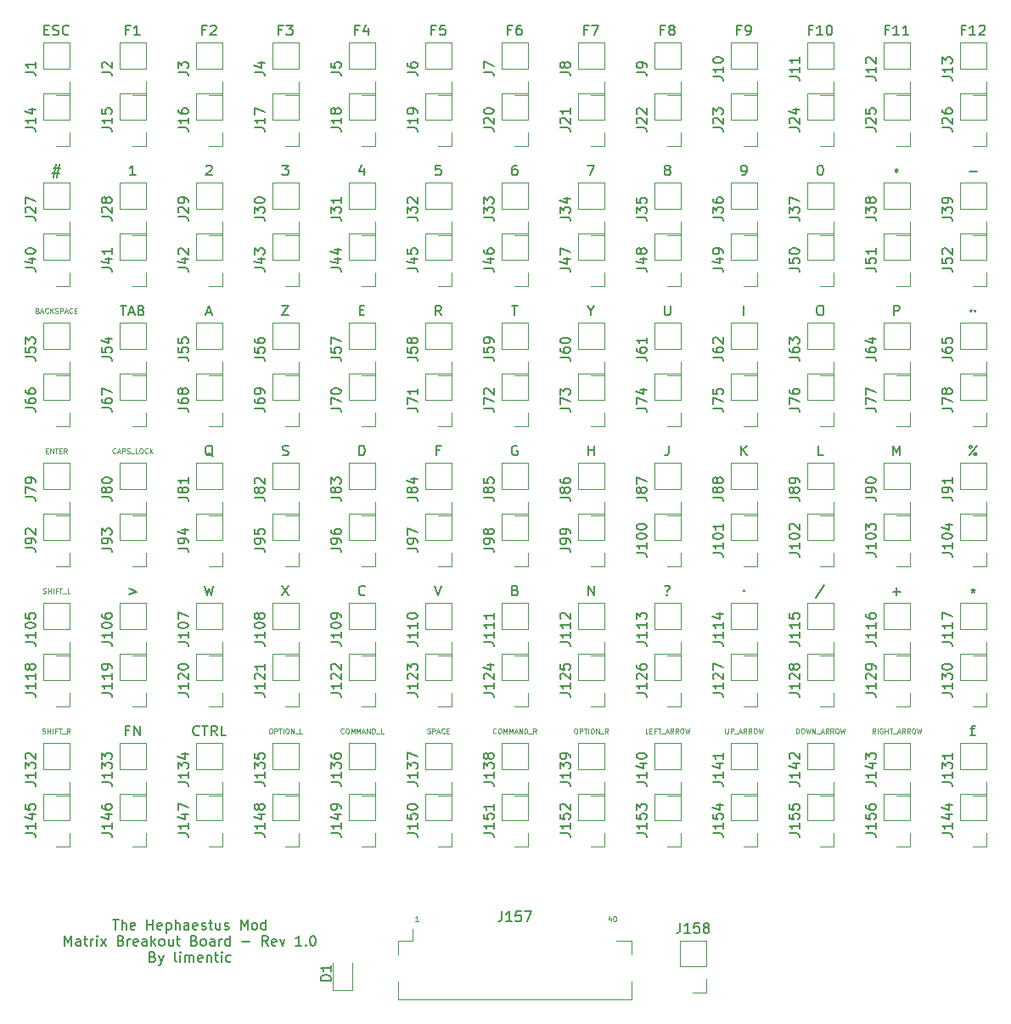
<source format=gbr>
%TF.GenerationSoftware,KiCad,Pcbnew,8.0.2-1*%
%TF.CreationDate,2024-08-03T10:32:13+02:00*%
%TF.ProjectId,dev-board,6465762d-626f-4617-9264-2e6b69636164,1.0*%
%TF.SameCoordinates,Original*%
%TF.FileFunction,Legend,Top*%
%TF.FilePolarity,Positive*%
%FSLAX46Y46*%
G04 Gerber Fmt 4.6, Leading zero omitted, Abs format (unit mm)*
G04 Created by KiCad (PCBNEW 8.0.2-1) date 2024-08-03 10:32:13*
%MOMM*%
%LPD*%
G01*
G04 APERTURE LIST*
%ADD10C,0.150000*%
%ADD11C,0.070000*%
%ADD12C,0.120000*%
G04 APERTURE END LIST*
D10*
X113284048Y-103298152D02*
X114045953Y-103583866D01*
X114045953Y-103583866D02*
X113284048Y-103869580D01*
X159099286Y-89994819D02*
X159099286Y-88994819D01*
X159099286Y-89471009D02*
X159670714Y-89471009D01*
X159670714Y-89994819D02*
X159670714Y-88994819D01*
X166957381Y-103869580D02*
X167005000Y-103917200D01*
X167005000Y-103917200D02*
X166957381Y-103964819D01*
X166957381Y-103964819D02*
X166909762Y-103917200D01*
X166909762Y-103917200D02*
X166957381Y-103869580D01*
X166957381Y-103869580D02*
X166957381Y-103964819D01*
X166766905Y-103012438D02*
X166862143Y-102964819D01*
X166862143Y-102964819D02*
X167100238Y-102964819D01*
X167100238Y-102964819D02*
X167195476Y-103012438D01*
X167195476Y-103012438D02*
X167243095Y-103107676D01*
X167243095Y-103107676D02*
X167243095Y-103202914D01*
X167243095Y-103202914D02*
X167195476Y-103298152D01*
X167195476Y-103298152D02*
X167147857Y-103345771D01*
X167147857Y-103345771D02*
X167052619Y-103393390D01*
X167052619Y-103393390D02*
X167005000Y-103441009D01*
X167005000Y-103441009D02*
X166957381Y-103536247D01*
X166957381Y-103536247D02*
X166957381Y-103583866D01*
X174363095Y-89994819D02*
X174363095Y-88994819D01*
X174934523Y-89994819D02*
X174505952Y-89423390D01*
X174934523Y-88994819D02*
X174363095Y-89566247D01*
X113950714Y-62054819D02*
X113379286Y-62054819D01*
X113665000Y-62054819D02*
X113665000Y-61054819D01*
X113665000Y-61054819D02*
X113569762Y-61197676D01*
X113569762Y-61197676D02*
X113474524Y-61292914D01*
X113474524Y-61292914D02*
X113379286Y-61340533D01*
X197223095Y-117268152D02*
X197604047Y-117268152D01*
X197223095Y-117934819D02*
X197746904Y-117934819D01*
X197365952Y-117934819D02*
X197365952Y-117077676D01*
X197365952Y-117077676D02*
X197413571Y-116982438D01*
X197413571Y-116982438D02*
X197508809Y-116934819D01*
X197508809Y-116934819D02*
X197651666Y-116934819D01*
X197651666Y-116934819D02*
X197746904Y-116982438D01*
X136715476Y-61388152D02*
X136715476Y-62054819D01*
X136477381Y-61007200D02*
X136239286Y-61721485D01*
X136239286Y-61721485D02*
X136858333Y-61721485D01*
D11*
X142148811Y-136431547D02*
X141863097Y-136431547D01*
X142005954Y-136431547D02*
X142005954Y-135931547D01*
X142005954Y-135931547D02*
X141958335Y-136002976D01*
X141958335Y-136002976D02*
X141910716Y-136050595D01*
X141910716Y-136050595D02*
X141863097Y-136074404D01*
D10*
X143811666Y-47561009D02*
X143478333Y-47561009D01*
X143478333Y-48084819D02*
X143478333Y-47084819D01*
X143478333Y-47084819D02*
X143954523Y-47084819D01*
X144811666Y-47084819D02*
X144335476Y-47084819D01*
X144335476Y-47084819D02*
X144287857Y-47561009D01*
X144287857Y-47561009D02*
X144335476Y-47513390D01*
X144335476Y-47513390D02*
X144430714Y-47465771D01*
X144430714Y-47465771D02*
X144668809Y-47465771D01*
X144668809Y-47465771D02*
X144764047Y-47513390D01*
X144764047Y-47513390D02*
X144811666Y-47561009D01*
X144811666Y-47561009D02*
X144859285Y-47656247D01*
X144859285Y-47656247D02*
X144859285Y-47894342D01*
X144859285Y-47894342D02*
X144811666Y-47989580D01*
X144811666Y-47989580D02*
X144764047Y-48037200D01*
X144764047Y-48037200D02*
X144668809Y-48084819D01*
X144668809Y-48084819D02*
X144430714Y-48084819D01*
X144430714Y-48084819D02*
X144335476Y-48037200D01*
X144335476Y-48037200D02*
X144287857Y-47989580D01*
X174625000Y-76024819D02*
X174625000Y-75024819D01*
X151836428Y-103441009D02*
X151979285Y-103488628D01*
X151979285Y-103488628D02*
X152026904Y-103536247D01*
X152026904Y-103536247D02*
X152074523Y-103631485D01*
X152074523Y-103631485D02*
X152074523Y-103774342D01*
X152074523Y-103774342D02*
X152026904Y-103869580D01*
X152026904Y-103869580D02*
X151979285Y-103917200D01*
X151979285Y-103917200D02*
X151884047Y-103964819D01*
X151884047Y-103964819D02*
X151503095Y-103964819D01*
X151503095Y-103964819D02*
X151503095Y-102964819D01*
X151503095Y-102964819D02*
X151836428Y-102964819D01*
X151836428Y-102964819D02*
X151931666Y-103012438D01*
X151931666Y-103012438D02*
X151979285Y-103060057D01*
X151979285Y-103060057D02*
X152026904Y-103155295D01*
X152026904Y-103155295D02*
X152026904Y-103250533D01*
X152026904Y-103250533D02*
X151979285Y-103345771D01*
X151979285Y-103345771D02*
X151931666Y-103393390D01*
X151931666Y-103393390D02*
X151836428Y-103441009D01*
X151836428Y-103441009D02*
X151503095Y-103441009D01*
X189864999Y-61737839D02*
X189960237Y-61690220D01*
X189960237Y-61690220D02*
X190007856Y-61594982D01*
X190007856Y-61594982D02*
X189960237Y-61499744D01*
X189960237Y-61499744D02*
X189864999Y-61452125D01*
X189864999Y-61452125D02*
X189769761Y-61499744D01*
X189769761Y-61499744D02*
X189722142Y-61594982D01*
X189722142Y-61594982D02*
X189769761Y-61690220D01*
X189769761Y-61690220D02*
X189864999Y-61737839D01*
X196675476Y-47561009D02*
X196342143Y-47561009D01*
X196342143Y-48084819D02*
X196342143Y-47084819D01*
X196342143Y-47084819D02*
X196818333Y-47084819D01*
X197723095Y-48084819D02*
X197151667Y-48084819D01*
X197437381Y-48084819D02*
X197437381Y-47084819D01*
X197437381Y-47084819D02*
X197342143Y-47227676D01*
X197342143Y-47227676D02*
X197246905Y-47322914D01*
X197246905Y-47322914D02*
X197151667Y-47370533D01*
X198104048Y-47180057D02*
X198151667Y-47132438D01*
X198151667Y-47132438D02*
X198246905Y-47084819D01*
X198246905Y-47084819D02*
X198485000Y-47084819D01*
X198485000Y-47084819D02*
X198580238Y-47132438D01*
X198580238Y-47132438D02*
X198627857Y-47180057D01*
X198627857Y-47180057D02*
X198675476Y-47275295D01*
X198675476Y-47275295D02*
X198675476Y-47370533D01*
X198675476Y-47370533D02*
X198627857Y-47513390D01*
X198627857Y-47513390D02*
X198056429Y-48084819D01*
X198056429Y-48084819D02*
X198675476Y-48084819D01*
D11*
X104723572Y-103713860D02*
X104795000Y-103737669D01*
X104795000Y-103737669D02*
X104914048Y-103737669D01*
X104914048Y-103737669D02*
X104961667Y-103713860D01*
X104961667Y-103713860D02*
X104985476Y-103690050D01*
X104985476Y-103690050D02*
X105009286Y-103642431D01*
X105009286Y-103642431D02*
X105009286Y-103594812D01*
X105009286Y-103594812D02*
X104985476Y-103547193D01*
X104985476Y-103547193D02*
X104961667Y-103523383D01*
X104961667Y-103523383D02*
X104914048Y-103499574D01*
X104914048Y-103499574D02*
X104818810Y-103475764D01*
X104818810Y-103475764D02*
X104771191Y-103451955D01*
X104771191Y-103451955D02*
X104747381Y-103428145D01*
X104747381Y-103428145D02*
X104723572Y-103380526D01*
X104723572Y-103380526D02*
X104723572Y-103332907D01*
X104723572Y-103332907D02*
X104747381Y-103285288D01*
X104747381Y-103285288D02*
X104771191Y-103261479D01*
X104771191Y-103261479D02*
X104818810Y-103237669D01*
X104818810Y-103237669D02*
X104937857Y-103237669D01*
X104937857Y-103237669D02*
X105009286Y-103261479D01*
X105223571Y-103737669D02*
X105223571Y-103237669D01*
X105223571Y-103475764D02*
X105509285Y-103475764D01*
X105509285Y-103737669D02*
X105509285Y-103237669D01*
X105747381Y-103737669D02*
X105747381Y-103237669D01*
X106152143Y-103475764D02*
X105985476Y-103475764D01*
X105985476Y-103737669D02*
X105985476Y-103237669D01*
X105985476Y-103237669D02*
X106223571Y-103237669D01*
X106342619Y-103237669D02*
X106628333Y-103237669D01*
X106485476Y-103737669D02*
X106485476Y-103237669D01*
X106675952Y-103785288D02*
X107056904Y-103785288D01*
X107414046Y-103737669D02*
X107175951Y-103737669D01*
X107175951Y-103737669D02*
X107175951Y-103237669D01*
X104187858Y-75535764D02*
X104259286Y-75559574D01*
X104259286Y-75559574D02*
X104283096Y-75583383D01*
X104283096Y-75583383D02*
X104306905Y-75631002D01*
X104306905Y-75631002D02*
X104306905Y-75702431D01*
X104306905Y-75702431D02*
X104283096Y-75750050D01*
X104283096Y-75750050D02*
X104259286Y-75773860D01*
X104259286Y-75773860D02*
X104211667Y-75797669D01*
X104211667Y-75797669D02*
X104021191Y-75797669D01*
X104021191Y-75797669D02*
X104021191Y-75297669D01*
X104021191Y-75297669D02*
X104187858Y-75297669D01*
X104187858Y-75297669D02*
X104235477Y-75321479D01*
X104235477Y-75321479D02*
X104259286Y-75345288D01*
X104259286Y-75345288D02*
X104283096Y-75392907D01*
X104283096Y-75392907D02*
X104283096Y-75440526D01*
X104283096Y-75440526D02*
X104259286Y-75488145D01*
X104259286Y-75488145D02*
X104235477Y-75511955D01*
X104235477Y-75511955D02*
X104187858Y-75535764D01*
X104187858Y-75535764D02*
X104021191Y-75535764D01*
X104497382Y-75654812D02*
X104735477Y-75654812D01*
X104449763Y-75797669D02*
X104616429Y-75297669D01*
X104616429Y-75297669D02*
X104783096Y-75797669D01*
X105235476Y-75750050D02*
X105211667Y-75773860D01*
X105211667Y-75773860D02*
X105140238Y-75797669D01*
X105140238Y-75797669D02*
X105092619Y-75797669D01*
X105092619Y-75797669D02*
X105021191Y-75773860D01*
X105021191Y-75773860D02*
X104973572Y-75726240D01*
X104973572Y-75726240D02*
X104949762Y-75678621D01*
X104949762Y-75678621D02*
X104925953Y-75583383D01*
X104925953Y-75583383D02*
X104925953Y-75511955D01*
X104925953Y-75511955D02*
X104949762Y-75416717D01*
X104949762Y-75416717D02*
X104973572Y-75369098D01*
X104973572Y-75369098D02*
X105021191Y-75321479D01*
X105021191Y-75321479D02*
X105092619Y-75297669D01*
X105092619Y-75297669D02*
X105140238Y-75297669D01*
X105140238Y-75297669D02*
X105211667Y-75321479D01*
X105211667Y-75321479D02*
X105235476Y-75345288D01*
X105449762Y-75797669D02*
X105449762Y-75297669D01*
X105735476Y-75797669D02*
X105521191Y-75511955D01*
X105735476Y-75297669D02*
X105449762Y-75583383D01*
X105925953Y-75773860D02*
X105997381Y-75797669D01*
X105997381Y-75797669D02*
X106116429Y-75797669D01*
X106116429Y-75797669D02*
X106164048Y-75773860D01*
X106164048Y-75773860D02*
X106187857Y-75750050D01*
X106187857Y-75750050D02*
X106211667Y-75702431D01*
X106211667Y-75702431D02*
X106211667Y-75654812D01*
X106211667Y-75654812D02*
X106187857Y-75607193D01*
X106187857Y-75607193D02*
X106164048Y-75583383D01*
X106164048Y-75583383D02*
X106116429Y-75559574D01*
X106116429Y-75559574D02*
X106021191Y-75535764D01*
X106021191Y-75535764D02*
X105973572Y-75511955D01*
X105973572Y-75511955D02*
X105949762Y-75488145D01*
X105949762Y-75488145D02*
X105925953Y-75440526D01*
X105925953Y-75440526D02*
X105925953Y-75392907D01*
X105925953Y-75392907D02*
X105949762Y-75345288D01*
X105949762Y-75345288D02*
X105973572Y-75321479D01*
X105973572Y-75321479D02*
X106021191Y-75297669D01*
X106021191Y-75297669D02*
X106140238Y-75297669D01*
X106140238Y-75297669D02*
X106211667Y-75321479D01*
X106425952Y-75797669D02*
X106425952Y-75297669D01*
X106425952Y-75297669D02*
X106616428Y-75297669D01*
X106616428Y-75297669D02*
X106664047Y-75321479D01*
X106664047Y-75321479D02*
X106687857Y-75345288D01*
X106687857Y-75345288D02*
X106711666Y-75392907D01*
X106711666Y-75392907D02*
X106711666Y-75464336D01*
X106711666Y-75464336D02*
X106687857Y-75511955D01*
X106687857Y-75511955D02*
X106664047Y-75535764D01*
X106664047Y-75535764D02*
X106616428Y-75559574D01*
X106616428Y-75559574D02*
X106425952Y-75559574D01*
X106902143Y-75654812D02*
X107140238Y-75654812D01*
X106854524Y-75797669D02*
X107021190Y-75297669D01*
X107021190Y-75297669D02*
X107187857Y-75797669D01*
X107640237Y-75750050D02*
X107616428Y-75773860D01*
X107616428Y-75773860D02*
X107544999Y-75797669D01*
X107544999Y-75797669D02*
X107497380Y-75797669D01*
X107497380Y-75797669D02*
X107425952Y-75773860D01*
X107425952Y-75773860D02*
X107378333Y-75726240D01*
X107378333Y-75726240D02*
X107354523Y-75678621D01*
X107354523Y-75678621D02*
X107330714Y-75583383D01*
X107330714Y-75583383D02*
X107330714Y-75511955D01*
X107330714Y-75511955D02*
X107354523Y-75416717D01*
X107354523Y-75416717D02*
X107378333Y-75369098D01*
X107378333Y-75369098D02*
X107425952Y-75321479D01*
X107425952Y-75321479D02*
X107497380Y-75297669D01*
X107497380Y-75297669D02*
X107544999Y-75297669D01*
X107544999Y-75297669D02*
X107616428Y-75321479D01*
X107616428Y-75321479D02*
X107640237Y-75345288D01*
X107854523Y-75535764D02*
X108021190Y-75535764D01*
X108092618Y-75797669D02*
X107854523Y-75797669D01*
X107854523Y-75797669D02*
X107854523Y-75297669D01*
X107854523Y-75297669D02*
X108092618Y-75297669D01*
D10*
X121665952Y-90090057D02*
X121570714Y-90042438D01*
X121570714Y-90042438D02*
X121475476Y-89947200D01*
X121475476Y-89947200D02*
X121332619Y-89804342D01*
X121332619Y-89804342D02*
X121237381Y-89756723D01*
X121237381Y-89756723D02*
X121142143Y-89756723D01*
X121189762Y-89994819D02*
X121094524Y-89947200D01*
X121094524Y-89947200D02*
X120999286Y-89851961D01*
X120999286Y-89851961D02*
X120951667Y-89661485D01*
X120951667Y-89661485D02*
X120951667Y-89328152D01*
X120951667Y-89328152D02*
X120999286Y-89137676D01*
X120999286Y-89137676D02*
X121094524Y-89042438D01*
X121094524Y-89042438D02*
X121189762Y-88994819D01*
X121189762Y-88994819D02*
X121380238Y-88994819D01*
X121380238Y-88994819D02*
X121475476Y-89042438D01*
X121475476Y-89042438D02*
X121570714Y-89137676D01*
X121570714Y-89137676D02*
X121618333Y-89328152D01*
X121618333Y-89328152D02*
X121618333Y-89661485D01*
X121618333Y-89661485D02*
X121570714Y-89851961D01*
X121570714Y-89851961D02*
X121475476Y-89947200D01*
X121475476Y-89947200D02*
X121380238Y-89994819D01*
X121380238Y-89994819D02*
X121189762Y-89994819D01*
D11*
X161362600Y-136106009D02*
X161362600Y-136439342D01*
X161243552Y-135915533D02*
X161124505Y-136272675D01*
X161124505Y-136272675D02*
X161434028Y-136272675D01*
X161719742Y-135939342D02*
X161767361Y-135939342D01*
X161767361Y-135939342D02*
X161814980Y-135963152D01*
X161814980Y-135963152D02*
X161838790Y-135986961D01*
X161838790Y-135986961D02*
X161862599Y-136034580D01*
X161862599Y-136034580D02*
X161886409Y-136129818D01*
X161886409Y-136129818D02*
X161886409Y-136248866D01*
X161886409Y-136248866D02*
X161862599Y-136344104D01*
X161862599Y-136344104D02*
X161838790Y-136391723D01*
X161838790Y-136391723D02*
X161814980Y-136415533D01*
X161814980Y-136415533D02*
X161767361Y-136439342D01*
X161767361Y-136439342D02*
X161719742Y-136439342D01*
X161719742Y-136439342D02*
X161672123Y-136415533D01*
X161672123Y-136415533D02*
X161648314Y-136391723D01*
X161648314Y-136391723D02*
X161624504Y-136344104D01*
X161624504Y-136344104D02*
X161600695Y-136248866D01*
X161600695Y-136248866D02*
X161600695Y-136129818D01*
X161600695Y-136129818D02*
X161624504Y-136034580D01*
X161624504Y-136034580D02*
X161648314Y-135986961D01*
X161648314Y-135986961D02*
X161672123Y-135963152D01*
X161672123Y-135963152D02*
X161719742Y-135939342D01*
D10*
X128571667Y-61054819D02*
X129190714Y-61054819D01*
X129190714Y-61054819D02*
X128857381Y-61435771D01*
X128857381Y-61435771D02*
X129000238Y-61435771D01*
X129000238Y-61435771D02*
X129095476Y-61483390D01*
X129095476Y-61483390D02*
X129143095Y-61531009D01*
X129143095Y-61531009D02*
X129190714Y-61626247D01*
X129190714Y-61626247D02*
X129190714Y-61864342D01*
X129190714Y-61864342D02*
X129143095Y-61959580D01*
X129143095Y-61959580D02*
X129095476Y-62007200D01*
X129095476Y-62007200D02*
X129000238Y-62054819D01*
X129000238Y-62054819D02*
X128714524Y-62054819D01*
X128714524Y-62054819D02*
X128619286Y-62007200D01*
X128619286Y-62007200D02*
X128571667Y-61959580D01*
X104854524Y-47561009D02*
X105187857Y-47561009D01*
X105330714Y-48084819D02*
X104854524Y-48084819D01*
X104854524Y-48084819D02*
X104854524Y-47084819D01*
X104854524Y-47084819D02*
X105330714Y-47084819D01*
X105711667Y-48037200D02*
X105854524Y-48084819D01*
X105854524Y-48084819D02*
X106092619Y-48084819D01*
X106092619Y-48084819D02*
X106187857Y-48037200D01*
X106187857Y-48037200D02*
X106235476Y-47989580D01*
X106235476Y-47989580D02*
X106283095Y-47894342D01*
X106283095Y-47894342D02*
X106283095Y-47799104D01*
X106283095Y-47799104D02*
X106235476Y-47703866D01*
X106235476Y-47703866D02*
X106187857Y-47656247D01*
X106187857Y-47656247D02*
X106092619Y-47608628D01*
X106092619Y-47608628D02*
X105902143Y-47561009D01*
X105902143Y-47561009D02*
X105806905Y-47513390D01*
X105806905Y-47513390D02*
X105759286Y-47465771D01*
X105759286Y-47465771D02*
X105711667Y-47370533D01*
X105711667Y-47370533D02*
X105711667Y-47275295D01*
X105711667Y-47275295D02*
X105759286Y-47180057D01*
X105759286Y-47180057D02*
X105806905Y-47132438D01*
X105806905Y-47132438D02*
X105902143Y-47084819D01*
X105902143Y-47084819D02*
X106140238Y-47084819D01*
X106140238Y-47084819D02*
X106283095Y-47132438D01*
X107283095Y-47989580D02*
X107235476Y-48037200D01*
X107235476Y-48037200D02*
X107092619Y-48084819D01*
X107092619Y-48084819D02*
X106997381Y-48084819D01*
X106997381Y-48084819D02*
X106854524Y-48037200D01*
X106854524Y-48037200D02*
X106759286Y-47941961D01*
X106759286Y-47941961D02*
X106711667Y-47846723D01*
X106711667Y-47846723D02*
X106664048Y-47656247D01*
X106664048Y-47656247D02*
X106664048Y-47513390D01*
X106664048Y-47513390D02*
X106711667Y-47322914D01*
X106711667Y-47322914D02*
X106759286Y-47227676D01*
X106759286Y-47227676D02*
X106854524Y-47132438D01*
X106854524Y-47132438D02*
X106997381Y-47084819D01*
X106997381Y-47084819D02*
X107092619Y-47084819D01*
X107092619Y-47084819D02*
X107235476Y-47132438D01*
X107235476Y-47132438D02*
X107283095Y-47180057D01*
X167147857Y-88994819D02*
X167147857Y-89709104D01*
X167147857Y-89709104D02*
X167100238Y-89851961D01*
X167100238Y-89851961D02*
X167005000Y-89947200D01*
X167005000Y-89947200D02*
X166862143Y-89994819D01*
X166862143Y-89994819D02*
X166766905Y-89994819D01*
X197297784Y-75525219D02*
X197345403Y-75572838D01*
X197345403Y-75572838D02*
X197297784Y-75620457D01*
X197297784Y-75620457D02*
X197250165Y-75572838D01*
X197250165Y-75572838D02*
X197297784Y-75525219D01*
X197297784Y-75525219D02*
X197297784Y-75620457D01*
X197678736Y-75525219D02*
X197726355Y-75572838D01*
X197726355Y-75572838D02*
X197678736Y-75620457D01*
X197678736Y-75620457D02*
X197631117Y-75572838D01*
X197631117Y-75572838D02*
X197678736Y-75525219D01*
X197678736Y-75525219D02*
X197678736Y-75620457D01*
X189484048Y-103583866D02*
X190245953Y-103583866D01*
X189865000Y-103964819D02*
X189865000Y-103202914D01*
X136310714Y-75501009D02*
X136644047Y-75501009D01*
X136786904Y-76024819D02*
X136310714Y-76024819D01*
X136310714Y-76024819D02*
X136310714Y-75024819D01*
X136310714Y-75024819D02*
X136786904Y-75024819D01*
X136191666Y-47561009D02*
X135858333Y-47561009D01*
X135858333Y-48084819D02*
X135858333Y-47084819D01*
X135858333Y-47084819D02*
X136334523Y-47084819D01*
X137144047Y-47418152D02*
X137144047Y-48084819D01*
X136905952Y-47037200D02*
X136667857Y-47751485D01*
X136667857Y-47751485D02*
X137286904Y-47751485D01*
X128619286Y-89947200D02*
X128762143Y-89994819D01*
X128762143Y-89994819D02*
X129000238Y-89994819D01*
X129000238Y-89994819D02*
X129095476Y-89947200D01*
X129095476Y-89947200D02*
X129143095Y-89899580D01*
X129143095Y-89899580D02*
X129190714Y-89804342D01*
X129190714Y-89804342D02*
X129190714Y-89709104D01*
X129190714Y-89709104D02*
X129143095Y-89613866D01*
X129143095Y-89613866D02*
X129095476Y-89566247D01*
X129095476Y-89566247D02*
X129000238Y-89518628D01*
X129000238Y-89518628D02*
X128809762Y-89471009D01*
X128809762Y-89471009D02*
X128714524Y-89423390D01*
X128714524Y-89423390D02*
X128666905Y-89375771D01*
X128666905Y-89375771D02*
X128619286Y-89280533D01*
X128619286Y-89280533D02*
X128619286Y-89185295D01*
X128619286Y-89185295D02*
X128666905Y-89090057D01*
X128666905Y-89090057D02*
X128714524Y-89042438D01*
X128714524Y-89042438D02*
X128809762Y-88994819D01*
X128809762Y-88994819D02*
X129047857Y-88994819D01*
X129047857Y-88994819D02*
X129190714Y-89042438D01*
X120951666Y-47561009D02*
X120618333Y-47561009D01*
X120618333Y-48084819D02*
X120618333Y-47084819D01*
X120618333Y-47084819D02*
X121094523Y-47084819D01*
X121427857Y-47180057D02*
X121475476Y-47132438D01*
X121475476Y-47132438D02*
X121570714Y-47084819D01*
X121570714Y-47084819D02*
X121808809Y-47084819D01*
X121808809Y-47084819D02*
X121904047Y-47132438D01*
X121904047Y-47132438D02*
X121951666Y-47180057D01*
X121951666Y-47180057D02*
X121999285Y-47275295D01*
X121999285Y-47275295D02*
X121999285Y-47370533D01*
X121999285Y-47370533D02*
X121951666Y-47513390D01*
X121951666Y-47513390D02*
X121380238Y-48084819D01*
X121380238Y-48084819D02*
X121999285Y-48084819D01*
X144454523Y-76024819D02*
X144121190Y-75548628D01*
X143883095Y-76024819D02*
X143883095Y-75024819D01*
X143883095Y-75024819D02*
X144264047Y-75024819D01*
X144264047Y-75024819D02*
X144359285Y-75072438D01*
X144359285Y-75072438D02*
X144406904Y-75120057D01*
X144406904Y-75120057D02*
X144454523Y-75215295D01*
X144454523Y-75215295D02*
X144454523Y-75358152D01*
X144454523Y-75358152D02*
X144406904Y-75453390D01*
X144406904Y-75453390D02*
X144359285Y-75501009D01*
X144359285Y-75501009D02*
X144264047Y-75548628D01*
X144264047Y-75548628D02*
X143883095Y-75548628D01*
X113331666Y-47561009D02*
X112998333Y-47561009D01*
X112998333Y-48084819D02*
X112998333Y-47084819D01*
X112998333Y-47084819D02*
X113474523Y-47084819D01*
X114379285Y-48084819D02*
X113807857Y-48084819D01*
X114093571Y-48084819D02*
X114093571Y-47084819D01*
X114093571Y-47084819D02*
X113998333Y-47227676D01*
X113998333Y-47227676D02*
X113903095Y-47322914D01*
X113903095Y-47322914D02*
X113807857Y-47370533D01*
X166909762Y-61483390D02*
X166814524Y-61435771D01*
X166814524Y-61435771D02*
X166766905Y-61388152D01*
X166766905Y-61388152D02*
X166719286Y-61292914D01*
X166719286Y-61292914D02*
X166719286Y-61245295D01*
X166719286Y-61245295D02*
X166766905Y-61150057D01*
X166766905Y-61150057D02*
X166814524Y-61102438D01*
X166814524Y-61102438D02*
X166909762Y-61054819D01*
X166909762Y-61054819D02*
X167100238Y-61054819D01*
X167100238Y-61054819D02*
X167195476Y-61102438D01*
X167195476Y-61102438D02*
X167243095Y-61150057D01*
X167243095Y-61150057D02*
X167290714Y-61245295D01*
X167290714Y-61245295D02*
X167290714Y-61292914D01*
X167290714Y-61292914D02*
X167243095Y-61388152D01*
X167243095Y-61388152D02*
X167195476Y-61435771D01*
X167195476Y-61435771D02*
X167100238Y-61483390D01*
X167100238Y-61483390D02*
X166909762Y-61483390D01*
X166909762Y-61483390D02*
X166814524Y-61531009D01*
X166814524Y-61531009D02*
X166766905Y-61578628D01*
X166766905Y-61578628D02*
X166719286Y-61673866D01*
X166719286Y-61673866D02*
X166719286Y-61864342D01*
X166719286Y-61864342D02*
X166766905Y-61959580D01*
X166766905Y-61959580D02*
X166814524Y-62007200D01*
X166814524Y-62007200D02*
X166909762Y-62054819D01*
X166909762Y-62054819D02*
X167100238Y-62054819D01*
X167100238Y-62054819D02*
X167195476Y-62007200D01*
X167195476Y-62007200D02*
X167243095Y-61959580D01*
X167243095Y-61959580D02*
X167290714Y-61864342D01*
X167290714Y-61864342D02*
X167290714Y-61673866D01*
X167290714Y-61673866D02*
X167243095Y-61578628D01*
X167243095Y-61578628D02*
X167195476Y-61531009D01*
X167195476Y-61531009D02*
X167100238Y-61483390D01*
X136263095Y-89994819D02*
X136263095Y-88994819D01*
X136263095Y-88994819D02*
X136501190Y-88994819D01*
X136501190Y-88994819D02*
X136644047Y-89042438D01*
X136644047Y-89042438D02*
X136739285Y-89137676D01*
X136739285Y-89137676D02*
X136786904Y-89232914D01*
X136786904Y-89232914D02*
X136834523Y-89423390D01*
X136834523Y-89423390D02*
X136834523Y-89566247D01*
X136834523Y-89566247D02*
X136786904Y-89756723D01*
X136786904Y-89756723D02*
X136739285Y-89851961D01*
X136739285Y-89851961D02*
X136644047Y-89947200D01*
X136644047Y-89947200D02*
X136501190Y-89994819D01*
X136501190Y-89994819D02*
X136263095Y-89994819D01*
X128571667Y-102964819D02*
X129238333Y-103964819D01*
X129238333Y-102964819D02*
X128571667Y-103964819D01*
X174434524Y-62054819D02*
X174625000Y-62054819D01*
X174625000Y-62054819D02*
X174720238Y-62007200D01*
X174720238Y-62007200D02*
X174767857Y-61959580D01*
X174767857Y-61959580D02*
X174863095Y-61816723D01*
X174863095Y-61816723D02*
X174910714Y-61626247D01*
X174910714Y-61626247D02*
X174910714Y-61245295D01*
X174910714Y-61245295D02*
X174863095Y-61150057D01*
X174863095Y-61150057D02*
X174815476Y-61102438D01*
X174815476Y-61102438D02*
X174720238Y-61054819D01*
X174720238Y-61054819D02*
X174529762Y-61054819D01*
X174529762Y-61054819D02*
X174434524Y-61102438D01*
X174434524Y-61102438D02*
X174386905Y-61150057D01*
X174386905Y-61150057D02*
X174339286Y-61245295D01*
X174339286Y-61245295D02*
X174339286Y-61483390D01*
X174339286Y-61483390D02*
X174386905Y-61578628D01*
X174386905Y-61578628D02*
X174434524Y-61626247D01*
X174434524Y-61626247D02*
X174529762Y-61673866D01*
X174529762Y-61673866D02*
X174720238Y-61673866D01*
X174720238Y-61673866D02*
X174815476Y-61626247D01*
X174815476Y-61626247D02*
X174863095Y-61578628D01*
X174863095Y-61578628D02*
X174910714Y-61483390D01*
D11*
X143061667Y-117683860D02*
X143133095Y-117707669D01*
X143133095Y-117707669D02*
X143252143Y-117707669D01*
X143252143Y-117707669D02*
X143299762Y-117683860D01*
X143299762Y-117683860D02*
X143323571Y-117660050D01*
X143323571Y-117660050D02*
X143347381Y-117612431D01*
X143347381Y-117612431D02*
X143347381Y-117564812D01*
X143347381Y-117564812D02*
X143323571Y-117517193D01*
X143323571Y-117517193D02*
X143299762Y-117493383D01*
X143299762Y-117493383D02*
X143252143Y-117469574D01*
X143252143Y-117469574D02*
X143156905Y-117445764D01*
X143156905Y-117445764D02*
X143109286Y-117421955D01*
X143109286Y-117421955D02*
X143085476Y-117398145D01*
X143085476Y-117398145D02*
X143061667Y-117350526D01*
X143061667Y-117350526D02*
X143061667Y-117302907D01*
X143061667Y-117302907D02*
X143085476Y-117255288D01*
X143085476Y-117255288D02*
X143109286Y-117231479D01*
X143109286Y-117231479D02*
X143156905Y-117207669D01*
X143156905Y-117207669D02*
X143275952Y-117207669D01*
X143275952Y-117207669D02*
X143347381Y-117231479D01*
X143561666Y-117707669D02*
X143561666Y-117207669D01*
X143561666Y-117207669D02*
X143752142Y-117207669D01*
X143752142Y-117207669D02*
X143799761Y-117231479D01*
X143799761Y-117231479D02*
X143823571Y-117255288D01*
X143823571Y-117255288D02*
X143847380Y-117302907D01*
X143847380Y-117302907D02*
X143847380Y-117374336D01*
X143847380Y-117374336D02*
X143823571Y-117421955D01*
X143823571Y-117421955D02*
X143799761Y-117445764D01*
X143799761Y-117445764D02*
X143752142Y-117469574D01*
X143752142Y-117469574D02*
X143561666Y-117469574D01*
X144037857Y-117564812D02*
X144275952Y-117564812D01*
X143990238Y-117707669D02*
X144156904Y-117207669D01*
X144156904Y-117207669D02*
X144323571Y-117707669D01*
X144775951Y-117660050D02*
X144752142Y-117683860D01*
X144752142Y-117683860D02*
X144680713Y-117707669D01*
X144680713Y-117707669D02*
X144633094Y-117707669D01*
X144633094Y-117707669D02*
X144561666Y-117683860D01*
X144561666Y-117683860D02*
X144514047Y-117636240D01*
X144514047Y-117636240D02*
X144490237Y-117588621D01*
X144490237Y-117588621D02*
X144466428Y-117493383D01*
X144466428Y-117493383D02*
X144466428Y-117421955D01*
X144466428Y-117421955D02*
X144490237Y-117326717D01*
X144490237Y-117326717D02*
X144514047Y-117279098D01*
X144514047Y-117279098D02*
X144561666Y-117231479D01*
X144561666Y-117231479D02*
X144633094Y-117207669D01*
X144633094Y-117207669D02*
X144680713Y-117207669D01*
X144680713Y-117207669D02*
X144752142Y-117231479D01*
X144752142Y-117231479D02*
X144775951Y-117255288D01*
X144990237Y-117445764D02*
X145156904Y-117445764D01*
X145228332Y-117707669D02*
X144990237Y-117707669D01*
X144990237Y-117707669D02*
X144990237Y-117207669D01*
X144990237Y-117207669D02*
X145228332Y-117207669D01*
D10*
X159051667Y-61054819D02*
X159718333Y-61054819D01*
X159718333Y-61054819D02*
X159289762Y-62054819D01*
D11*
X187745952Y-117707669D02*
X187579286Y-117469574D01*
X187460238Y-117707669D02*
X187460238Y-117207669D01*
X187460238Y-117207669D02*
X187650714Y-117207669D01*
X187650714Y-117207669D02*
X187698333Y-117231479D01*
X187698333Y-117231479D02*
X187722143Y-117255288D01*
X187722143Y-117255288D02*
X187745952Y-117302907D01*
X187745952Y-117302907D02*
X187745952Y-117374336D01*
X187745952Y-117374336D02*
X187722143Y-117421955D01*
X187722143Y-117421955D02*
X187698333Y-117445764D01*
X187698333Y-117445764D02*
X187650714Y-117469574D01*
X187650714Y-117469574D02*
X187460238Y-117469574D01*
X187960238Y-117707669D02*
X187960238Y-117207669D01*
X188460238Y-117231479D02*
X188412619Y-117207669D01*
X188412619Y-117207669D02*
X188341190Y-117207669D01*
X188341190Y-117207669D02*
X188269762Y-117231479D01*
X188269762Y-117231479D02*
X188222143Y-117279098D01*
X188222143Y-117279098D02*
X188198333Y-117326717D01*
X188198333Y-117326717D02*
X188174524Y-117421955D01*
X188174524Y-117421955D02*
X188174524Y-117493383D01*
X188174524Y-117493383D02*
X188198333Y-117588621D01*
X188198333Y-117588621D02*
X188222143Y-117636240D01*
X188222143Y-117636240D02*
X188269762Y-117683860D01*
X188269762Y-117683860D02*
X188341190Y-117707669D01*
X188341190Y-117707669D02*
X188388809Y-117707669D01*
X188388809Y-117707669D02*
X188460238Y-117683860D01*
X188460238Y-117683860D02*
X188484047Y-117660050D01*
X188484047Y-117660050D02*
X188484047Y-117493383D01*
X188484047Y-117493383D02*
X188388809Y-117493383D01*
X188698333Y-117707669D02*
X188698333Y-117207669D01*
X188698333Y-117445764D02*
X188984047Y-117445764D01*
X188984047Y-117707669D02*
X188984047Y-117207669D01*
X189150715Y-117207669D02*
X189436429Y-117207669D01*
X189293572Y-117707669D02*
X189293572Y-117207669D01*
X189484048Y-117755288D02*
X189865000Y-117755288D01*
X189960238Y-117564812D02*
X190198333Y-117564812D01*
X189912619Y-117707669D02*
X190079285Y-117207669D01*
X190079285Y-117207669D02*
X190245952Y-117707669D01*
X190698332Y-117707669D02*
X190531666Y-117469574D01*
X190412618Y-117707669D02*
X190412618Y-117207669D01*
X190412618Y-117207669D02*
X190603094Y-117207669D01*
X190603094Y-117207669D02*
X190650713Y-117231479D01*
X190650713Y-117231479D02*
X190674523Y-117255288D01*
X190674523Y-117255288D02*
X190698332Y-117302907D01*
X190698332Y-117302907D02*
X190698332Y-117374336D01*
X190698332Y-117374336D02*
X190674523Y-117421955D01*
X190674523Y-117421955D02*
X190650713Y-117445764D01*
X190650713Y-117445764D02*
X190603094Y-117469574D01*
X190603094Y-117469574D02*
X190412618Y-117469574D01*
X191198332Y-117707669D02*
X191031666Y-117469574D01*
X190912618Y-117707669D02*
X190912618Y-117207669D01*
X190912618Y-117207669D02*
X191103094Y-117207669D01*
X191103094Y-117207669D02*
X191150713Y-117231479D01*
X191150713Y-117231479D02*
X191174523Y-117255288D01*
X191174523Y-117255288D02*
X191198332Y-117302907D01*
X191198332Y-117302907D02*
X191198332Y-117374336D01*
X191198332Y-117374336D02*
X191174523Y-117421955D01*
X191174523Y-117421955D02*
X191150713Y-117445764D01*
X191150713Y-117445764D02*
X191103094Y-117469574D01*
X191103094Y-117469574D02*
X190912618Y-117469574D01*
X191507856Y-117207669D02*
X191603094Y-117207669D01*
X191603094Y-117207669D02*
X191650713Y-117231479D01*
X191650713Y-117231479D02*
X191698332Y-117279098D01*
X191698332Y-117279098D02*
X191722142Y-117374336D01*
X191722142Y-117374336D02*
X191722142Y-117541002D01*
X191722142Y-117541002D02*
X191698332Y-117636240D01*
X191698332Y-117636240D02*
X191650713Y-117683860D01*
X191650713Y-117683860D02*
X191603094Y-117707669D01*
X191603094Y-117707669D02*
X191507856Y-117707669D01*
X191507856Y-117707669D02*
X191460237Y-117683860D01*
X191460237Y-117683860D02*
X191412618Y-117636240D01*
X191412618Y-117636240D02*
X191388809Y-117541002D01*
X191388809Y-117541002D02*
X191388809Y-117374336D01*
X191388809Y-117374336D02*
X191412618Y-117279098D01*
X191412618Y-117279098D02*
X191460237Y-117231479D01*
X191460237Y-117231479D02*
X191507856Y-117207669D01*
X191888809Y-117207669D02*
X192007857Y-117707669D01*
X192007857Y-117707669D02*
X192103095Y-117350526D01*
X192103095Y-117350526D02*
X192198333Y-117707669D01*
X192198333Y-117707669D02*
X192317381Y-117207669D01*
X172779761Y-117207669D02*
X172779761Y-117612431D01*
X172779761Y-117612431D02*
X172803571Y-117660050D01*
X172803571Y-117660050D02*
X172827380Y-117683860D01*
X172827380Y-117683860D02*
X172874999Y-117707669D01*
X172874999Y-117707669D02*
X172970237Y-117707669D01*
X172970237Y-117707669D02*
X173017856Y-117683860D01*
X173017856Y-117683860D02*
X173041666Y-117660050D01*
X173041666Y-117660050D02*
X173065475Y-117612431D01*
X173065475Y-117612431D02*
X173065475Y-117207669D01*
X173303571Y-117707669D02*
X173303571Y-117207669D01*
X173303571Y-117207669D02*
X173494047Y-117207669D01*
X173494047Y-117207669D02*
X173541666Y-117231479D01*
X173541666Y-117231479D02*
X173565476Y-117255288D01*
X173565476Y-117255288D02*
X173589285Y-117302907D01*
X173589285Y-117302907D02*
X173589285Y-117374336D01*
X173589285Y-117374336D02*
X173565476Y-117421955D01*
X173565476Y-117421955D02*
X173541666Y-117445764D01*
X173541666Y-117445764D02*
X173494047Y-117469574D01*
X173494047Y-117469574D02*
X173303571Y-117469574D01*
X173684524Y-117755288D02*
X174065476Y-117755288D01*
X174160714Y-117564812D02*
X174398809Y-117564812D01*
X174113095Y-117707669D02*
X174279761Y-117207669D01*
X174279761Y-117207669D02*
X174446428Y-117707669D01*
X174898808Y-117707669D02*
X174732142Y-117469574D01*
X174613094Y-117707669D02*
X174613094Y-117207669D01*
X174613094Y-117207669D02*
X174803570Y-117207669D01*
X174803570Y-117207669D02*
X174851189Y-117231479D01*
X174851189Y-117231479D02*
X174874999Y-117255288D01*
X174874999Y-117255288D02*
X174898808Y-117302907D01*
X174898808Y-117302907D02*
X174898808Y-117374336D01*
X174898808Y-117374336D02*
X174874999Y-117421955D01*
X174874999Y-117421955D02*
X174851189Y-117445764D01*
X174851189Y-117445764D02*
X174803570Y-117469574D01*
X174803570Y-117469574D02*
X174613094Y-117469574D01*
X175398808Y-117707669D02*
X175232142Y-117469574D01*
X175113094Y-117707669D02*
X175113094Y-117207669D01*
X175113094Y-117207669D02*
X175303570Y-117207669D01*
X175303570Y-117207669D02*
X175351189Y-117231479D01*
X175351189Y-117231479D02*
X175374999Y-117255288D01*
X175374999Y-117255288D02*
X175398808Y-117302907D01*
X175398808Y-117302907D02*
X175398808Y-117374336D01*
X175398808Y-117374336D02*
X175374999Y-117421955D01*
X175374999Y-117421955D02*
X175351189Y-117445764D01*
X175351189Y-117445764D02*
X175303570Y-117469574D01*
X175303570Y-117469574D02*
X175113094Y-117469574D01*
X175708332Y-117207669D02*
X175803570Y-117207669D01*
X175803570Y-117207669D02*
X175851189Y-117231479D01*
X175851189Y-117231479D02*
X175898808Y-117279098D01*
X175898808Y-117279098D02*
X175922618Y-117374336D01*
X175922618Y-117374336D02*
X175922618Y-117541002D01*
X175922618Y-117541002D02*
X175898808Y-117636240D01*
X175898808Y-117636240D02*
X175851189Y-117683860D01*
X175851189Y-117683860D02*
X175803570Y-117707669D01*
X175803570Y-117707669D02*
X175708332Y-117707669D01*
X175708332Y-117707669D02*
X175660713Y-117683860D01*
X175660713Y-117683860D02*
X175613094Y-117636240D01*
X175613094Y-117636240D02*
X175589285Y-117541002D01*
X175589285Y-117541002D02*
X175589285Y-117374336D01*
X175589285Y-117374336D02*
X175613094Y-117279098D01*
X175613094Y-117279098D02*
X175660713Y-117231479D01*
X175660713Y-117231479D02*
X175708332Y-117207669D01*
X176089285Y-117207669D02*
X176208333Y-117707669D01*
X176208333Y-117707669D02*
X176303571Y-117350526D01*
X176303571Y-117350526D02*
X176398809Y-117707669D01*
X176398809Y-117707669D02*
X176517857Y-117207669D01*
X104675953Y-117683860D02*
X104747381Y-117707669D01*
X104747381Y-117707669D02*
X104866429Y-117707669D01*
X104866429Y-117707669D02*
X104914048Y-117683860D01*
X104914048Y-117683860D02*
X104937857Y-117660050D01*
X104937857Y-117660050D02*
X104961667Y-117612431D01*
X104961667Y-117612431D02*
X104961667Y-117564812D01*
X104961667Y-117564812D02*
X104937857Y-117517193D01*
X104937857Y-117517193D02*
X104914048Y-117493383D01*
X104914048Y-117493383D02*
X104866429Y-117469574D01*
X104866429Y-117469574D02*
X104771191Y-117445764D01*
X104771191Y-117445764D02*
X104723572Y-117421955D01*
X104723572Y-117421955D02*
X104699762Y-117398145D01*
X104699762Y-117398145D02*
X104675953Y-117350526D01*
X104675953Y-117350526D02*
X104675953Y-117302907D01*
X104675953Y-117302907D02*
X104699762Y-117255288D01*
X104699762Y-117255288D02*
X104723572Y-117231479D01*
X104723572Y-117231479D02*
X104771191Y-117207669D01*
X104771191Y-117207669D02*
X104890238Y-117207669D01*
X104890238Y-117207669D02*
X104961667Y-117231479D01*
X105175952Y-117707669D02*
X105175952Y-117207669D01*
X105175952Y-117445764D02*
X105461666Y-117445764D01*
X105461666Y-117707669D02*
X105461666Y-117207669D01*
X105699762Y-117707669D02*
X105699762Y-117207669D01*
X106104524Y-117445764D02*
X105937857Y-117445764D01*
X105937857Y-117707669D02*
X105937857Y-117207669D01*
X105937857Y-117207669D02*
X106175952Y-117207669D01*
X106295000Y-117207669D02*
X106580714Y-117207669D01*
X106437857Y-117707669D02*
X106437857Y-117207669D01*
X106628333Y-117755288D02*
X107009285Y-117755288D01*
X107414046Y-117707669D02*
X107247380Y-117469574D01*
X107128332Y-117707669D02*
X107128332Y-117207669D01*
X107128332Y-117207669D02*
X107318808Y-117207669D01*
X107318808Y-117207669D02*
X107366427Y-117231479D01*
X107366427Y-117231479D02*
X107390237Y-117255288D01*
X107390237Y-117255288D02*
X107414046Y-117302907D01*
X107414046Y-117302907D02*
X107414046Y-117374336D01*
X107414046Y-117374336D02*
X107390237Y-117421955D01*
X107390237Y-117421955D02*
X107366427Y-117445764D01*
X107366427Y-117445764D02*
X107318808Y-117469574D01*
X107318808Y-117469574D02*
X107128332Y-117469574D01*
D10*
X105735476Y-61388152D02*
X106449761Y-61388152D01*
X106021190Y-60959580D02*
X105735476Y-62245295D01*
X106354523Y-61816723D02*
X105640238Y-61816723D01*
X106068809Y-62245295D02*
X106354523Y-60959580D01*
X182554523Y-89994819D02*
X182078333Y-89994819D01*
X182078333Y-89994819D02*
X182078333Y-88994819D01*
X189603095Y-76024819D02*
X189603095Y-75024819D01*
X189603095Y-75024819D02*
X189984047Y-75024819D01*
X189984047Y-75024819D02*
X190079285Y-75072438D01*
X190079285Y-75072438D02*
X190126904Y-75120057D01*
X190126904Y-75120057D02*
X190174523Y-75215295D01*
X190174523Y-75215295D02*
X190174523Y-75358152D01*
X190174523Y-75358152D02*
X190126904Y-75453390D01*
X190126904Y-75453390D02*
X190079285Y-75501009D01*
X190079285Y-75501009D02*
X189984047Y-75548628D01*
X189984047Y-75548628D02*
X189603095Y-75548628D01*
X159385000Y-75548628D02*
X159385000Y-76024819D01*
X159051667Y-75024819D02*
X159385000Y-75548628D01*
X159385000Y-75548628D02*
X159718333Y-75024819D01*
D11*
X127381190Y-117207669D02*
X127476428Y-117207669D01*
X127476428Y-117207669D02*
X127524047Y-117231479D01*
X127524047Y-117231479D02*
X127571666Y-117279098D01*
X127571666Y-117279098D02*
X127595476Y-117374336D01*
X127595476Y-117374336D02*
X127595476Y-117541002D01*
X127595476Y-117541002D02*
X127571666Y-117636240D01*
X127571666Y-117636240D02*
X127524047Y-117683860D01*
X127524047Y-117683860D02*
X127476428Y-117707669D01*
X127476428Y-117707669D02*
X127381190Y-117707669D01*
X127381190Y-117707669D02*
X127333571Y-117683860D01*
X127333571Y-117683860D02*
X127285952Y-117636240D01*
X127285952Y-117636240D02*
X127262143Y-117541002D01*
X127262143Y-117541002D02*
X127262143Y-117374336D01*
X127262143Y-117374336D02*
X127285952Y-117279098D01*
X127285952Y-117279098D02*
X127333571Y-117231479D01*
X127333571Y-117231479D02*
X127381190Y-117207669D01*
X127809762Y-117707669D02*
X127809762Y-117207669D01*
X127809762Y-117207669D02*
X128000238Y-117207669D01*
X128000238Y-117207669D02*
X128047857Y-117231479D01*
X128047857Y-117231479D02*
X128071667Y-117255288D01*
X128071667Y-117255288D02*
X128095476Y-117302907D01*
X128095476Y-117302907D02*
X128095476Y-117374336D01*
X128095476Y-117374336D02*
X128071667Y-117421955D01*
X128071667Y-117421955D02*
X128047857Y-117445764D01*
X128047857Y-117445764D02*
X128000238Y-117469574D01*
X128000238Y-117469574D02*
X127809762Y-117469574D01*
X128238334Y-117207669D02*
X128524048Y-117207669D01*
X128381191Y-117707669D02*
X128381191Y-117207669D01*
X128690714Y-117707669D02*
X128690714Y-117207669D01*
X129024047Y-117207669D02*
X129119285Y-117207669D01*
X129119285Y-117207669D02*
X129166904Y-117231479D01*
X129166904Y-117231479D02*
X129214523Y-117279098D01*
X129214523Y-117279098D02*
X129238333Y-117374336D01*
X129238333Y-117374336D02*
X129238333Y-117541002D01*
X129238333Y-117541002D02*
X129214523Y-117636240D01*
X129214523Y-117636240D02*
X129166904Y-117683860D01*
X129166904Y-117683860D02*
X129119285Y-117707669D01*
X129119285Y-117707669D02*
X129024047Y-117707669D01*
X129024047Y-117707669D02*
X128976428Y-117683860D01*
X128976428Y-117683860D02*
X128928809Y-117636240D01*
X128928809Y-117636240D02*
X128905000Y-117541002D01*
X128905000Y-117541002D02*
X128905000Y-117374336D01*
X128905000Y-117374336D02*
X128928809Y-117279098D01*
X128928809Y-117279098D02*
X128976428Y-117231479D01*
X128976428Y-117231479D02*
X129024047Y-117207669D01*
X129452619Y-117707669D02*
X129452619Y-117207669D01*
X129452619Y-117207669D02*
X129738333Y-117707669D01*
X129738333Y-117707669D02*
X129738333Y-117207669D01*
X129857382Y-117755288D02*
X130238334Y-117755288D01*
X130595476Y-117707669D02*
X130357381Y-117707669D01*
X130357381Y-117707669D02*
X130357381Y-117207669D01*
D10*
X159099286Y-103964819D02*
X159099286Y-102964819D01*
X159099286Y-102964819D02*
X159670714Y-103964819D01*
X159670714Y-103964819D02*
X159670714Y-102964819D01*
X143811667Y-102964819D02*
X144145000Y-103964819D01*
X144145000Y-103964819D02*
X144478333Y-102964819D01*
X151955476Y-61054819D02*
X151765000Y-61054819D01*
X151765000Y-61054819D02*
X151669762Y-61102438D01*
X151669762Y-61102438D02*
X151622143Y-61150057D01*
X151622143Y-61150057D02*
X151526905Y-61292914D01*
X151526905Y-61292914D02*
X151479286Y-61483390D01*
X151479286Y-61483390D02*
X151479286Y-61864342D01*
X151479286Y-61864342D02*
X151526905Y-61959580D01*
X151526905Y-61959580D02*
X151574524Y-62007200D01*
X151574524Y-62007200D02*
X151669762Y-62054819D01*
X151669762Y-62054819D02*
X151860238Y-62054819D01*
X151860238Y-62054819D02*
X151955476Y-62007200D01*
X151955476Y-62007200D02*
X152003095Y-61959580D01*
X152003095Y-61959580D02*
X152050714Y-61864342D01*
X152050714Y-61864342D02*
X152050714Y-61626247D01*
X152050714Y-61626247D02*
X152003095Y-61531009D01*
X152003095Y-61531009D02*
X151955476Y-61483390D01*
X151955476Y-61483390D02*
X151860238Y-61435771D01*
X151860238Y-61435771D02*
X151669762Y-61435771D01*
X151669762Y-61435771D02*
X151574524Y-61483390D01*
X151574524Y-61483390D02*
X151526905Y-61531009D01*
X151526905Y-61531009D02*
X151479286Y-61626247D01*
X182197381Y-61054819D02*
X182292619Y-61054819D01*
X182292619Y-61054819D02*
X182387857Y-61102438D01*
X182387857Y-61102438D02*
X182435476Y-61150057D01*
X182435476Y-61150057D02*
X182483095Y-61245295D01*
X182483095Y-61245295D02*
X182530714Y-61435771D01*
X182530714Y-61435771D02*
X182530714Y-61673866D01*
X182530714Y-61673866D02*
X182483095Y-61864342D01*
X182483095Y-61864342D02*
X182435476Y-61959580D01*
X182435476Y-61959580D02*
X182387857Y-62007200D01*
X182387857Y-62007200D02*
X182292619Y-62054819D01*
X182292619Y-62054819D02*
X182197381Y-62054819D01*
X182197381Y-62054819D02*
X182102143Y-62007200D01*
X182102143Y-62007200D02*
X182054524Y-61959580D01*
X182054524Y-61959580D02*
X182006905Y-61864342D01*
X182006905Y-61864342D02*
X181959286Y-61673866D01*
X181959286Y-61673866D02*
X181959286Y-61435771D01*
X181959286Y-61435771D02*
X182006905Y-61245295D01*
X182006905Y-61245295D02*
X182054524Y-61150057D01*
X182054524Y-61150057D02*
X182102143Y-61102438D01*
X182102143Y-61102438D02*
X182197381Y-61054819D01*
X144287857Y-89471009D02*
X143954524Y-89471009D01*
X143954524Y-89994819D02*
X143954524Y-88994819D01*
X143954524Y-88994819D02*
X144430714Y-88994819D01*
X151479286Y-75024819D02*
X152050714Y-75024819D01*
X151765000Y-76024819D02*
X151765000Y-75024819D01*
X166719286Y-75024819D02*
X166719286Y-75834342D01*
X166719286Y-75834342D02*
X166766905Y-75929580D01*
X166766905Y-75929580D02*
X166814524Y-75977200D01*
X166814524Y-75977200D02*
X166909762Y-76024819D01*
X166909762Y-76024819D02*
X167100238Y-76024819D01*
X167100238Y-76024819D02*
X167195476Y-75977200D01*
X167195476Y-75977200D02*
X167243095Y-75929580D01*
X167243095Y-75929580D02*
X167290714Y-75834342D01*
X167290714Y-75834342D02*
X167290714Y-75024819D01*
X152026904Y-89042438D02*
X151931666Y-88994819D01*
X151931666Y-88994819D02*
X151788809Y-88994819D01*
X151788809Y-88994819D02*
X151645952Y-89042438D01*
X151645952Y-89042438D02*
X151550714Y-89137676D01*
X151550714Y-89137676D02*
X151503095Y-89232914D01*
X151503095Y-89232914D02*
X151455476Y-89423390D01*
X151455476Y-89423390D02*
X151455476Y-89566247D01*
X151455476Y-89566247D02*
X151503095Y-89756723D01*
X151503095Y-89756723D02*
X151550714Y-89851961D01*
X151550714Y-89851961D02*
X151645952Y-89947200D01*
X151645952Y-89947200D02*
X151788809Y-89994819D01*
X151788809Y-89994819D02*
X151884047Y-89994819D01*
X151884047Y-89994819D02*
X152026904Y-89947200D01*
X152026904Y-89947200D02*
X152074523Y-89899580D01*
X152074523Y-89899580D02*
X152074523Y-89566247D01*
X152074523Y-89566247D02*
X151884047Y-89566247D01*
X181435476Y-47561009D02*
X181102143Y-47561009D01*
X181102143Y-48084819D02*
X181102143Y-47084819D01*
X181102143Y-47084819D02*
X181578333Y-47084819D01*
X182483095Y-48084819D02*
X181911667Y-48084819D01*
X182197381Y-48084819D02*
X182197381Y-47084819D01*
X182197381Y-47084819D02*
X182102143Y-47227676D01*
X182102143Y-47227676D02*
X182006905Y-47322914D01*
X182006905Y-47322914D02*
X181911667Y-47370533D01*
X183102143Y-47084819D02*
X183197381Y-47084819D01*
X183197381Y-47084819D02*
X183292619Y-47132438D01*
X183292619Y-47132438D02*
X183340238Y-47180057D01*
X183340238Y-47180057D02*
X183387857Y-47275295D01*
X183387857Y-47275295D02*
X183435476Y-47465771D01*
X183435476Y-47465771D02*
X183435476Y-47703866D01*
X183435476Y-47703866D02*
X183387857Y-47894342D01*
X183387857Y-47894342D02*
X183340238Y-47989580D01*
X183340238Y-47989580D02*
X183292619Y-48037200D01*
X183292619Y-48037200D02*
X183197381Y-48084819D01*
X183197381Y-48084819D02*
X183102143Y-48084819D01*
X183102143Y-48084819D02*
X183006905Y-48037200D01*
X183006905Y-48037200D02*
X182959286Y-47989580D01*
X182959286Y-47989580D02*
X182911667Y-47894342D01*
X182911667Y-47894342D02*
X182864048Y-47703866D01*
X182864048Y-47703866D02*
X182864048Y-47465771D01*
X182864048Y-47465771D02*
X182911667Y-47275295D01*
X182911667Y-47275295D02*
X182959286Y-47180057D01*
X182959286Y-47180057D02*
X183006905Y-47132438D01*
X183006905Y-47132438D02*
X183102143Y-47084819D01*
X174291666Y-47561009D02*
X173958333Y-47561009D01*
X173958333Y-48084819D02*
X173958333Y-47084819D01*
X173958333Y-47084819D02*
X174434523Y-47084819D01*
X174863095Y-48084819D02*
X175053571Y-48084819D01*
X175053571Y-48084819D02*
X175148809Y-48037200D01*
X175148809Y-48037200D02*
X175196428Y-47989580D01*
X175196428Y-47989580D02*
X175291666Y-47846723D01*
X175291666Y-47846723D02*
X175339285Y-47656247D01*
X175339285Y-47656247D02*
X175339285Y-47275295D01*
X175339285Y-47275295D02*
X175291666Y-47180057D01*
X175291666Y-47180057D02*
X175244047Y-47132438D01*
X175244047Y-47132438D02*
X175148809Y-47084819D01*
X175148809Y-47084819D02*
X174958333Y-47084819D01*
X174958333Y-47084819D02*
X174863095Y-47132438D01*
X174863095Y-47132438D02*
X174815476Y-47180057D01*
X174815476Y-47180057D02*
X174767857Y-47275295D01*
X174767857Y-47275295D02*
X174767857Y-47513390D01*
X174767857Y-47513390D02*
X174815476Y-47608628D01*
X174815476Y-47608628D02*
X174863095Y-47656247D01*
X174863095Y-47656247D02*
X174958333Y-47703866D01*
X174958333Y-47703866D02*
X175148809Y-47703866D01*
X175148809Y-47703866D02*
X175244047Y-47656247D01*
X175244047Y-47656247D02*
X175291666Y-47608628D01*
X175291666Y-47608628D02*
X175339285Y-47513390D01*
X189531667Y-89994819D02*
X189531667Y-88994819D01*
X189531667Y-88994819D02*
X189865000Y-89709104D01*
X189865000Y-89709104D02*
X190198333Y-88994819D01*
X190198333Y-88994819D02*
X190198333Y-89994819D01*
X159051666Y-47561009D02*
X158718333Y-47561009D01*
X158718333Y-48084819D02*
X158718333Y-47084819D01*
X158718333Y-47084819D02*
X159194523Y-47084819D01*
X159480238Y-47084819D02*
X160146904Y-47084819D01*
X160146904Y-47084819D02*
X159718333Y-48084819D01*
D11*
X165076428Y-117707669D02*
X164838333Y-117707669D01*
X164838333Y-117707669D02*
X164838333Y-117207669D01*
X165243095Y-117445764D02*
X165409762Y-117445764D01*
X165481190Y-117707669D02*
X165243095Y-117707669D01*
X165243095Y-117707669D02*
X165243095Y-117207669D01*
X165243095Y-117207669D02*
X165481190Y-117207669D01*
X165862143Y-117445764D02*
X165695476Y-117445764D01*
X165695476Y-117707669D02*
X165695476Y-117207669D01*
X165695476Y-117207669D02*
X165933571Y-117207669D01*
X166052619Y-117207669D02*
X166338333Y-117207669D01*
X166195476Y-117707669D02*
X166195476Y-117207669D01*
X166385952Y-117755288D02*
X166766904Y-117755288D01*
X166862142Y-117564812D02*
X167100237Y-117564812D01*
X166814523Y-117707669D02*
X166981189Y-117207669D01*
X166981189Y-117207669D02*
X167147856Y-117707669D01*
X167600236Y-117707669D02*
X167433570Y-117469574D01*
X167314522Y-117707669D02*
X167314522Y-117207669D01*
X167314522Y-117207669D02*
X167504998Y-117207669D01*
X167504998Y-117207669D02*
X167552617Y-117231479D01*
X167552617Y-117231479D02*
X167576427Y-117255288D01*
X167576427Y-117255288D02*
X167600236Y-117302907D01*
X167600236Y-117302907D02*
X167600236Y-117374336D01*
X167600236Y-117374336D02*
X167576427Y-117421955D01*
X167576427Y-117421955D02*
X167552617Y-117445764D01*
X167552617Y-117445764D02*
X167504998Y-117469574D01*
X167504998Y-117469574D02*
X167314522Y-117469574D01*
X168100236Y-117707669D02*
X167933570Y-117469574D01*
X167814522Y-117707669D02*
X167814522Y-117207669D01*
X167814522Y-117207669D02*
X168004998Y-117207669D01*
X168004998Y-117207669D02*
X168052617Y-117231479D01*
X168052617Y-117231479D02*
X168076427Y-117255288D01*
X168076427Y-117255288D02*
X168100236Y-117302907D01*
X168100236Y-117302907D02*
X168100236Y-117374336D01*
X168100236Y-117374336D02*
X168076427Y-117421955D01*
X168076427Y-117421955D02*
X168052617Y-117445764D01*
X168052617Y-117445764D02*
X168004998Y-117469574D01*
X168004998Y-117469574D02*
X167814522Y-117469574D01*
X168409760Y-117207669D02*
X168504998Y-117207669D01*
X168504998Y-117207669D02*
X168552617Y-117231479D01*
X168552617Y-117231479D02*
X168600236Y-117279098D01*
X168600236Y-117279098D02*
X168624046Y-117374336D01*
X168624046Y-117374336D02*
X168624046Y-117541002D01*
X168624046Y-117541002D02*
X168600236Y-117636240D01*
X168600236Y-117636240D02*
X168552617Y-117683860D01*
X168552617Y-117683860D02*
X168504998Y-117707669D01*
X168504998Y-117707669D02*
X168409760Y-117707669D01*
X168409760Y-117707669D02*
X168362141Y-117683860D01*
X168362141Y-117683860D02*
X168314522Y-117636240D01*
X168314522Y-117636240D02*
X168290713Y-117541002D01*
X168290713Y-117541002D02*
X168290713Y-117374336D01*
X168290713Y-117374336D02*
X168314522Y-117279098D01*
X168314522Y-117279098D02*
X168362141Y-117231479D01*
X168362141Y-117231479D02*
X168409760Y-117207669D01*
X168790713Y-117207669D02*
X168909761Y-117707669D01*
X168909761Y-117707669D02*
X169004999Y-117350526D01*
X169004999Y-117350526D02*
X169100237Y-117707669D01*
X169100237Y-117707669D02*
X169219285Y-117207669D01*
D10*
X197865952Y-61684942D02*
X197104047Y-61684942D01*
X128571667Y-75024819D02*
X129238333Y-75024819D01*
X129238333Y-75024819D02*
X128571667Y-76024819D01*
X128571667Y-76024819D02*
X129238333Y-76024819D01*
D11*
X105009285Y-89505764D02*
X105175952Y-89505764D01*
X105247380Y-89767669D02*
X105009285Y-89767669D01*
X105009285Y-89767669D02*
X105009285Y-89267669D01*
X105009285Y-89267669D02*
X105247380Y-89267669D01*
X105461666Y-89767669D02*
X105461666Y-89267669D01*
X105461666Y-89267669D02*
X105747380Y-89767669D01*
X105747380Y-89767669D02*
X105747380Y-89267669D01*
X105914048Y-89267669D02*
X106199762Y-89267669D01*
X106056905Y-89767669D02*
X106056905Y-89267669D01*
X106366428Y-89505764D02*
X106533095Y-89505764D01*
X106604523Y-89767669D02*
X106366428Y-89767669D01*
X106366428Y-89767669D02*
X106366428Y-89267669D01*
X106366428Y-89267669D02*
X106604523Y-89267669D01*
X107104523Y-89767669D02*
X106937857Y-89529574D01*
X106818809Y-89767669D02*
X106818809Y-89267669D01*
X106818809Y-89267669D02*
X107009285Y-89267669D01*
X107009285Y-89267669D02*
X107056904Y-89291479D01*
X107056904Y-89291479D02*
X107080714Y-89315288D01*
X107080714Y-89315288D02*
X107104523Y-89362907D01*
X107104523Y-89362907D02*
X107104523Y-89434336D01*
X107104523Y-89434336D02*
X107080714Y-89481955D01*
X107080714Y-89481955D02*
X107056904Y-89505764D01*
X107056904Y-89505764D02*
X107009285Y-89529574D01*
X107009285Y-89529574D02*
X106818809Y-89529574D01*
D10*
X144383095Y-61054819D02*
X143906905Y-61054819D01*
X143906905Y-61054819D02*
X143859286Y-61531009D01*
X143859286Y-61531009D02*
X143906905Y-61483390D01*
X143906905Y-61483390D02*
X144002143Y-61435771D01*
X144002143Y-61435771D02*
X144240238Y-61435771D01*
X144240238Y-61435771D02*
X144335476Y-61483390D01*
X144335476Y-61483390D02*
X144383095Y-61531009D01*
X144383095Y-61531009D02*
X144430714Y-61626247D01*
X144430714Y-61626247D02*
X144430714Y-61864342D01*
X144430714Y-61864342D02*
X144383095Y-61959580D01*
X144383095Y-61959580D02*
X144335476Y-62007200D01*
X144335476Y-62007200D02*
X144240238Y-62054819D01*
X144240238Y-62054819D02*
X144002143Y-62054819D01*
X144002143Y-62054819D02*
X143906905Y-62007200D01*
X143906905Y-62007200D02*
X143859286Y-61959580D01*
D11*
X134727380Y-117660050D02*
X134703571Y-117683860D01*
X134703571Y-117683860D02*
X134632142Y-117707669D01*
X134632142Y-117707669D02*
X134584523Y-117707669D01*
X134584523Y-117707669D02*
X134513095Y-117683860D01*
X134513095Y-117683860D02*
X134465476Y-117636240D01*
X134465476Y-117636240D02*
X134441666Y-117588621D01*
X134441666Y-117588621D02*
X134417857Y-117493383D01*
X134417857Y-117493383D02*
X134417857Y-117421955D01*
X134417857Y-117421955D02*
X134441666Y-117326717D01*
X134441666Y-117326717D02*
X134465476Y-117279098D01*
X134465476Y-117279098D02*
X134513095Y-117231479D01*
X134513095Y-117231479D02*
X134584523Y-117207669D01*
X134584523Y-117207669D02*
X134632142Y-117207669D01*
X134632142Y-117207669D02*
X134703571Y-117231479D01*
X134703571Y-117231479D02*
X134727380Y-117255288D01*
X135036904Y-117207669D02*
X135132142Y-117207669D01*
X135132142Y-117207669D02*
X135179761Y-117231479D01*
X135179761Y-117231479D02*
X135227380Y-117279098D01*
X135227380Y-117279098D02*
X135251190Y-117374336D01*
X135251190Y-117374336D02*
X135251190Y-117541002D01*
X135251190Y-117541002D02*
X135227380Y-117636240D01*
X135227380Y-117636240D02*
X135179761Y-117683860D01*
X135179761Y-117683860D02*
X135132142Y-117707669D01*
X135132142Y-117707669D02*
X135036904Y-117707669D01*
X135036904Y-117707669D02*
X134989285Y-117683860D01*
X134989285Y-117683860D02*
X134941666Y-117636240D01*
X134941666Y-117636240D02*
X134917857Y-117541002D01*
X134917857Y-117541002D02*
X134917857Y-117374336D01*
X134917857Y-117374336D02*
X134941666Y-117279098D01*
X134941666Y-117279098D02*
X134989285Y-117231479D01*
X134989285Y-117231479D02*
X135036904Y-117207669D01*
X135465476Y-117707669D02*
X135465476Y-117207669D01*
X135465476Y-117207669D02*
X135632143Y-117564812D01*
X135632143Y-117564812D02*
X135798809Y-117207669D01*
X135798809Y-117207669D02*
X135798809Y-117707669D01*
X136036905Y-117707669D02*
X136036905Y-117207669D01*
X136036905Y-117207669D02*
X136203572Y-117564812D01*
X136203572Y-117564812D02*
X136370238Y-117207669D01*
X136370238Y-117207669D02*
X136370238Y-117707669D01*
X136584525Y-117564812D02*
X136822620Y-117564812D01*
X136536906Y-117707669D02*
X136703572Y-117207669D01*
X136703572Y-117207669D02*
X136870239Y-117707669D01*
X137036905Y-117707669D02*
X137036905Y-117207669D01*
X137036905Y-117207669D02*
X137322619Y-117707669D01*
X137322619Y-117707669D02*
X137322619Y-117207669D01*
X137560715Y-117707669D02*
X137560715Y-117207669D01*
X137560715Y-117207669D02*
X137679763Y-117207669D01*
X137679763Y-117207669D02*
X137751191Y-117231479D01*
X137751191Y-117231479D02*
X137798810Y-117279098D01*
X137798810Y-117279098D02*
X137822620Y-117326717D01*
X137822620Y-117326717D02*
X137846429Y-117421955D01*
X137846429Y-117421955D02*
X137846429Y-117493383D01*
X137846429Y-117493383D02*
X137822620Y-117588621D01*
X137822620Y-117588621D02*
X137798810Y-117636240D01*
X137798810Y-117636240D02*
X137751191Y-117683860D01*
X137751191Y-117683860D02*
X137679763Y-117707669D01*
X137679763Y-117707669D02*
X137560715Y-117707669D01*
X137941668Y-117755288D02*
X138322620Y-117755288D01*
X138679762Y-117707669D02*
X138441667Y-117707669D01*
X138441667Y-117707669D02*
X138441667Y-117207669D01*
X157813571Y-117207669D02*
X157908809Y-117207669D01*
X157908809Y-117207669D02*
X157956428Y-117231479D01*
X157956428Y-117231479D02*
X158004047Y-117279098D01*
X158004047Y-117279098D02*
X158027857Y-117374336D01*
X158027857Y-117374336D02*
X158027857Y-117541002D01*
X158027857Y-117541002D02*
X158004047Y-117636240D01*
X158004047Y-117636240D02*
X157956428Y-117683860D01*
X157956428Y-117683860D02*
X157908809Y-117707669D01*
X157908809Y-117707669D02*
X157813571Y-117707669D01*
X157813571Y-117707669D02*
X157765952Y-117683860D01*
X157765952Y-117683860D02*
X157718333Y-117636240D01*
X157718333Y-117636240D02*
X157694524Y-117541002D01*
X157694524Y-117541002D02*
X157694524Y-117374336D01*
X157694524Y-117374336D02*
X157718333Y-117279098D01*
X157718333Y-117279098D02*
X157765952Y-117231479D01*
X157765952Y-117231479D02*
X157813571Y-117207669D01*
X158242143Y-117707669D02*
X158242143Y-117207669D01*
X158242143Y-117207669D02*
X158432619Y-117207669D01*
X158432619Y-117207669D02*
X158480238Y-117231479D01*
X158480238Y-117231479D02*
X158504048Y-117255288D01*
X158504048Y-117255288D02*
X158527857Y-117302907D01*
X158527857Y-117302907D02*
X158527857Y-117374336D01*
X158527857Y-117374336D02*
X158504048Y-117421955D01*
X158504048Y-117421955D02*
X158480238Y-117445764D01*
X158480238Y-117445764D02*
X158432619Y-117469574D01*
X158432619Y-117469574D02*
X158242143Y-117469574D01*
X158670715Y-117207669D02*
X158956429Y-117207669D01*
X158813572Y-117707669D02*
X158813572Y-117207669D01*
X159123095Y-117707669D02*
X159123095Y-117207669D01*
X159456428Y-117207669D02*
X159551666Y-117207669D01*
X159551666Y-117207669D02*
X159599285Y-117231479D01*
X159599285Y-117231479D02*
X159646904Y-117279098D01*
X159646904Y-117279098D02*
X159670714Y-117374336D01*
X159670714Y-117374336D02*
X159670714Y-117541002D01*
X159670714Y-117541002D02*
X159646904Y-117636240D01*
X159646904Y-117636240D02*
X159599285Y-117683860D01*
X159599285Y-117683860D02*
X159551666Y-117707669D01*
X159551666Y-117707669D02*
X159456428Y-117707669D01*
X159456428Y-117707669D02*
X159408809Y-117683860D01*
X159408809Y-117683860D02*
X159361190Y-117636240D01*
X159361190Y-117636240D02*
X159337381Y-117541002D01*
X159337381Y-117541002D02*
X159337381Y-117374336D01*
X159337381Y-117374336D02*
X159361190Y-117279098D01*
X159361190Y-117279098D02*
X159408809Y-117231479D01*
X159408809Y-117231479D02*
X159456428Y-117207669D01*
X159885000Y-117707669D02*
X159885000Y-117207669D01*
X159885000Y-117207669D02*
X160170714Y-117707669D01*
X160170714Y-117707669D02*
X160170714Y-117207669D01*
X160289763Y-117755288D02*
X160670715Y-117755288D01*
X161075476Y-117707669D02*
X160908810Y-117469574D01*
X160789762Y-117707669D02*
X160789762Y-117207669D01*
X160789762Y-117207669D02*
X160980238Y-117207669D01*
X160980238Y-117207669D02*
X161027857Y-117231479D01*
X161027857Y-117231479D02*
X161051667Y-117255288D01*
X161051667Y-117255288D02*
X161075476Y-117302907D01*
X161075476Y-117302907D02*
X161075476Y-117374336D01*
X161075476Y-117374336D02*
X161051667Y-117421955D01*
X161051667Y-117421955D02*
X161027857Y-117445764D01*
X161027857Y-117445764D02*
X160980238Y-117469574D01*
X160980238Y-117469574D02*
X160789762Y-117469574D01*
D10*
X121046905Y-75739104D02*
X121523095Y-75739104D01*
X120951667Y-76024819D02*
X121285000Y-75024819D01*
X121285000Y-75024819D02*
X121618333Y-76024819D01*
X113284047Y-117411009D02*
X112950714Y-117411009D01*
X112950714Y-117934819D02*
X112950714Y-116934819D01*
X112950714Y-116934819D02*
X113426904Y-116934819D01*
X113807857Y-117934819D02*
X113807857Y-116934819D01*
X113807857Y-116934819D02*
X114379285Y-117934819D01*
X114379285Y-117934819D02*
X114379285Y-116934819D01*
X197490218Y-103267481D02*
X197490218Y-103505576D01*
X197252123Y-103410338D02*
X197490218Y-103505576D01*
X197490218Y-103505576D02*
X197728313Y-103410338D01*
X197347361Y-103696052D02*
X197490218Y-103505576D01*
X197490218Y-103505576D02*
X197633075Y-103696052D01*
X128571666Y-47561009D02*
X128238333Y-47561009D01*
X128238333Y-48084819D02*
X128238333Y-47084819D01*
X128238333Y-47084819D02*
X128714523Y-47084819D01*
X129000238Y-47084819D02*
X129619285Y-47084819D01*
X129619285Y-47084819D02*
X129285952Y-47465771D01*
X129285952Y-47465771D02*
X129428809Y-47465771D01*
X129428809Y-47465771D02*
X129524047Y-47513390D01*
X129524047Y-47513390D02*
X129571666Y-47561009D01*
X129571666Y-47561009D02*
X129619285Y-47656247D01*
X129619285Y-47656247D02*
X129619285Y-47894342D01*
X129619285Y-47894342D02*
X129571666Y-47989580D01*
X129571666Y-47989580D02*
X129524047Y-48037200D01*
X129524047Y-48037200D02*
X129428809Y-48084819D01*
X129428809Y-48084819D02*
X129143095Y-48084819D01*
X129143095Y-48084819D02*
X129047857Y-48037200D01*
X129047857Y-48037200D02*
X129000238Y-47989580D01*
X120999286Y-61150057D02*
X121046905Y-61102438D01*
X121046905Y-61102438D02*
X121142143Y-61054819D01*
X121142143Y-61054819D02*
X121380238Y-61054819D01*
X121380238Y-61054819D02*
X121475476Y-61102438D01*
X121475476Y-61102438D02*
X121523095Y-61150057D01*
X121523095Y-61150057D02*
X121570714Y-61245295D01*
X121570714Y-61245295D02*
X121570714Y-61340533D01*
X121570714Y-61340533D02*
X121523095Y-61483390D01*
X121523095Y-61483390D02*
X120951667Y-62054819D01*
X120951667Y-62054819D02*
X121570714Y-62054819D01*
D11*
X111962619Y-89720050D02*
X111938810Y-89743860D01*
X111938810Y-89743860D02*
X111867381Y-89767669D01*
X111867381Y-89767669D02*
X111819762Y-89767669D01*
X111819762Y-89767669D02*
X111748334Y-89743860D01*
X111748334Y-89743860D02*
X111700715Y-89696240D01*
X111700715Y-89696240D02*
X111676905Y-89648621D01*
X111676905Y-89648621D02*
X111653096Y-89553383D01*
X111653096Y-89553383D02*
X111653096Y-89481955D01*
X111653096Y-89481955D02*
X111676905Y-89386717D01*
X111676905Y-89386717D02*
X111700715Y-89339098D01*
X111700715Y-89339098D02*
X111748334Y-89291479D01*
X111748334Y-89291479D02*
X111819762Y-89267669D01*
X111819762Y-89267669D02*
X111867381Y-89267669D01*
X111867381Y-89267669D02*
X111938810Y-89291479D01*
X111938810Y-89291479D02*
X111962619Y-89315288D01*
X112153096Y-89624812D02*
X112391191Y-89624812D01*
X112105477Y-89767669D02*
X112272143Y-89267669D01*
X112272143Y-89267669D02*
X112438810Y-89767669D01*
X112605476Y-89767669D02*
X112605476Y-89267669D01*
X112605476Y-89267669D02*
X112795952Y-89267669D01*
X112795952Y-89267669D02*
X112843571Y-89291479D01*
X112843571Y-89291479D02*
X112867381Y-89315288D01*
X112867381Y-89315288D02*
X112891190Y-89362907D01*
X112891190Y-89362907D02*
X112891190Y-89434336D01*
X112891190Y-89434336D02*
X112867381Y-89481955D01*
X112867381Y-89481955D02*
X112843571Y-89505764D01*
X112843571Y-89505764D02*
X112795952Y-89529574D01*
X112795952Y-89529574D02*
X112605476Y-89529574D01*
X113081667Y-89743860D02*
X113153095Y-89767669D01*
X113153095Y-89767669D02*
X113272143Y-89767669D01*
X113272143Y-89767669D02*
X113319762Y-89743860D01*
X113319762Y-89743860D02*
X113343571Y-89720050D01*
X113343571Y-89720050D02*
X113367381Y-89672431D01*
X113367381Y-89672431D02*
X113367381Y-89624812D01*
X113367381Y-89624812D02*
X113343571Y-89577193D01*
X113343571Y-89577193D02*
X113319762Y-89553383D01*
X113319762Y-89553383D02*
X113272143Y-89529574D01*
X113272143Y-89529574D02*
X113176905Y-89505764D01*
X113176905Y-89505764D02*
X113129286Y-89481955D01*
X113129286Y-89481955D02*
X113105476Y-89458145D01*
X113105476Y-89458145D02*
X113081667Y-89410526D01*
X113081667Y-89410526D02*
X113081667Y-89362907D01*
X113081667Y-89362907D02*
X113105476Y-89315288D01*
X113105476Y-89315288D02*
X113129286Y-89291479D01*
X113129286Y-89291479D02*
X113176905Y-89267669D01*
X113176905Y-89267669D02*
X113295952Y-89267669D01*
X113295952Y-89267669D02*
X113367381Y-89291479D01*
X113462619Y-89815288D02*
X113843571Y-89815288D01*
X114200713Y-89767669D02*
X113962618Y-89767669D01*
X113962618Y-89767669D02*
X113962618Y-89267669D01*
X114462618Y-89267669D02*
X114557856Y-89267669D01*
X114557856Y-89267669D02*
X114605475Y-89291479D01*
X114605475Y-89291479D02*
X114653094Y-89339098D01*
X114653094Y-89339098D02*
X114676904Y-89434336D01*
X114676904Y-89434336D02*
X114676904Y-89601002D01*
X114676904Y-89601002D02*
X114653094Y-89696240D01*
X114653094Y-89696240D02*
X114605475Y-89743860D01*
X114605475Y-89743860D02*
X114557856Y-89767669D01*
X114557856Y-89767669D02*
X114462618Y-89767669D01*
X114462618Y-89767669D02*
X114414999Y-89743860D01*
X114414999Y-89743860D02*
X114367380Y-89696240D01*
X114367380Y-89696240D02*
X114343571Y-89601002D01*
X114343571Y-89601002D02*
X114343571Y-89434336D01*
X114343571Y-89434336D02*
X114367380Y-89339098D01*
X114367380Y-89339098D02*
X114414999Y-89291479D01*
X114414999Y-89291479D02*
X114462618Y-89267669D01*
X115176904Y-89720050D02*
X115153095Y-89743860D01*
X115153095Y-89743860D02*
X115081666Y-89767669D01*
X115081666Y-89767669D02*
X115034047Y-89767669D01*
X115034047Y-89767669D02*
X114962619Y-89743860D01*
X114962619Y-89743860D02*
X114915000Y-89696240D01*
X114915000Y-89696240D02*
X114891190Y-89648621D01*
X114891190Y-89648621D02*
X114867381Y-89553383D01*
X114867381Y-89553383D02*
X114867381Y-89481955D01*
X114867381Y-89481955D02*
X114891190Y-89386717D01*
X114891190Y-89386717D02*
X114915000Y-89339098D01*
X114915000Y-89339098D02*
X114962619Y-89291479D01*
X114962619Y-89291479D02*
X115034047Y-89267669D01*
X115034047Y-89267669D02*
X115081666Y-89267669D01*
X115081666Y-89267669D02*
X115153095Y-89291479D01*
X115153095Y-89291479D02*
X115176904Y-89315288D01*
X115391190Y-89767669D02*
X115391190Y-89267669D01*
X115676904Y-89767669D02*
X115462619Y-89481955D01*
X115676904Y-89267669D02*
X115391190Y-89553383D01*
D10*
X174625000Y-103458395D02*
X174672619Y-103506015D01*
X174672619Y-103506015D02*
X174625000Y-103553634D01*
X174625000Y-103553634D02*
X174577381Y-103506015D01*
X174577381Y-103506015D02*
X174625000Y-103458395D01*
X174625000Y-103458395D02*
X174625000Y-103553634D01*
X151431666Y-47561009D02*
X151098333Y-47561009D01*
X151098333Y-48084819D02*
X151098333Y-47084819D01*
X151098333Y-47084819D02*
X151574523Y-47084819D01*
X152384047Y-47084819D02*
X152193571Y-47084819D01*
X152193571Y-47084819D02*
X152098333Y-47132438D01*
X152098333Y-47132438D02*
X152050714Y-47180057D01*
X152050714Y-47180057D02*
X151955476Y-47322914D01*
X151955476Y-47322914D02*
X151907857Y-47513390D01*
X151907857Y-47513390D02*
X151907857Y-47894342D01*
X151907857Y-47894342D02*
X151955476Y-47989580D01*
X151955476Y-47989580D02*
X152003095Y-48037200D01*
X152003095Y-48037200D02*
X152098333Y-48084819D01*
X152098333Y-48084819D02*
X152288809Y-48084819D01*
X152288809Y-48084819D02*
X152384047Y-48037200D01*
X152384047Y-48037200D02*
X152431666Y-47989580D01*
X152431666Y-47989580D02*
X152479285Y-47894342D01*
X152479285Y-47894342D02*
X152479285Y-47656247D01*
X152479285Y-47656247D02*
X152431666Y-47561009D01*
X152431666Y-47561009D02*
X152384047Y-47513390D01*
X152384047Y-47513390D02*
X152288809Y-47465771D01*
X152288809Y-47465771D02*
X152098333Y-47465771D01*
X152098333Y-47465771D02*
X152003095Y-47513390D01*
X152003095Y-47513390D02*
X151955476Y-47561009D01*
X151955476Y-47561009D02*
X151907857Y-47656247D01*
D11*
X149919761Y-117660050D02*
X149895952Y-117683860D01*
X149895952Y-117683860D02*
X149824523Y-117707669D01*
X149824523Y-117707669D02*
X149776904Y-117707669D01*
X149776904Y-117707669D02*
X149705476Y-117683860D01*
X149705476Y-117683860D02*
X149657857Y-117636240D01*
X149657857Y-117636240D02*
X149634047Y-117588621D01*
X149634047Y-117588621D02*
X149610238Y-117493383D01*
X149610238Y-117493383D02*
X149610238Y-117421955D01*
X149610238Y-117421955D02*
X149634047Y-117326717D01*
X149634047Y-117326717D02*
X149657857Y-117279098D01*
X149657857Y-117279098D02*
X149705476Y-117231479D01*
X149705476Y-117231479D02*
X149776904Y-117207669D01*
X149776904Y-117207669D02*
X149824523Y-117207669D01*
X149824523Y-117207669D02*
X149895952Y-117231479D01*
X149895952Y-117231479D02*
X149919761Y-117255288D01*
X150229285Y-117207669D02*
X150324523Y-117207669D01*
X150324523Y-117207669D02*
X150372142Y-117231479D01*
X150372142Y-117231479D02*
X150419761Y-117279098D01*
X150419761Y-117279098D02*
X150443571Y-117374336D01*
X150443571Y-117374336D02*
X150443571Y-117541002D01*
X150443571Y-117541002D02*
X150419761Y-117636240D01*
X150419761Y-117636240D02*
X150372142Y-117683860D01*
X150372142Y-117683860D02*
X150324523Y-117707669D01*
X150324523Y-117707669D02*
X150229285Y-117707669D01*
X150229285Y-117707669D02*
X150181666Y-117683860D01*
X150181666Y-117683860D02*
X150134047Y-117636240D01*
X150134047Y-117636240D02*
X150110238Y-117541002D01*
X150110238Y-117541002D02*
X150110238Y-117374336D01*
X150110238Y-117374336D02*
X150134047Y-117279098D01*
X150134047Y-117279098D02*
X150181666Y-117231479D01*
X150181666Y-117231479D02*
X150229285Y-117207669D01*
X150657857Y-117707669D02*
X150657857Y-117207669D01*
X150657857Y-117207669D02*
X150824524Y-117564812D01*
X150824524Y-117564812D02*
X150991190Y-117207669D01*
X150991190Y-117207669D02*
X150991190Y-117707669D01*
X151229286Y-117707669D02*
X151229286Y-117207669D01*
X151229286Y-117207669D02*
X151395953Y-117564812D01*
X151395953Y-117564812D02*
X151562619Y-117207669D01*
X151562619Y-117207669D02*
X151562619Y-117707669D01*
X151776906Y-117564812D02*
X152015001Y-117564812D01*
X151729287Y-117707669D02*
X151895953Y-117207669D01*
X151895953Y-117207669D02*
X152062620Y-117707669D01*
X152229286Y-117707669D02*
X152229286Y-117207669D01*
X152229286Y-117207669D02*
X152515000Y-117707669D01*
X152515000Y-117707669D02*
X152515000Y-117207669D01*
X152753096Y-117707669D02*
X152753096Y-117207669D01*
X152753096Y-117207669D02*
X152872144Y-117207669D01*
X152872144Y-117207669D02*
X152943572Y-117231479D01*
X152943572Y-117231479D02*
X152991191Y-117279098D01*
X152991191Y-117279098D02*
X153015001Y-117326717D01*
X153015001Y-117326717D02*
X153038810Y-117421955D01*
X153038810Y-117421955D02*
X153038810Y-117493383D01*
X153038810Y-117493383D02*
X153015001Y-117588621D01*
X153015001Y-117588621D02*
X152991191Y-117636240D01*
X152991191Y-117636240D02*
X152943572Y-117683860D01*
X152943572Y-117683860D02*
X152872144Y-117707669D01*
X152872144Y-117707669D02*
X152753096Y-117707669D01*
X153134049Y-117755288D02*
X153515001Y-117755288D01*
X153919762Y-117707669D02*
X153753096Y-117469574D01*
X153634048Y-117707669D02*
X153634048Y-117207669D01*
X153634048Y-117207669D02*
X153824524Y-117207669D01*
X153824524Y-117207669D02*
X153872143Y-117231479D01*
X153872143Y-117231479D02*
X153895953Y-117255288D01*
X153895953Y-117255288D02*
X153919762Y-117302907D01*
X153919762Y-117302907D02*
X153919762Y-117374336D01*
X153919762Y-117374336D02*
X153895953Y-117421955D01*
X153895953Y-117421955D02*
X153872143Y-117445764D01*
X153872143Y-117445764D02*
X153824524Y-117469574D01*
X153824524Y-117469574D02*
X153634048Y-117469574D01*
D10*
X197104048Y-89994819D02*
X197865952Y-88994819D01*
X197246905Y-88994819D02*
X197342143Y-89042438D01*
X197342143Y-89042438D02*
X197389762Y-89137676D01*
X197389762Y-89137676D02*
X197342143Y-89232914D01*
X197342143Y-89232914D02*
X197246905Y-89280533D01*
X197246905Y-89280533D02*
X197151667Y-89232914D01*
X197151667Y-89232914D02*
X197104048Y-89137676D01*
X197104048Y-89137676D02*
X197151667Y-89042438D01*
X197151667Y-89042438D02*
X197246905Y-88994819D01*
X197818333Y-89947200D02*
X197865952Y-89851961D01*
X197865952Y-89851961D02*
X197818333Y-89756723D01*
X197818333Y-89756723D02*
X197723095Y-89709104D01*
X197723095Y-89709104D02*
X197627857Y-89756723D01*
X197627857Y-89756723D02*
X197580238Y-89851961D01*
X197580238Y-89851961D02*
X197627857Y-89947200D01*
X197627857Y-89947200D02*
X197723095Y-89994819D01*
X197723095Y-89994819D02*
X197818333Y-89947200D01*
X112450714Y-75024819D02*
X113022142Y-75024819D01*
X112736428Y-76024819D02*
X112736428Y-75024819D01*
X113307857Y-75739104D02*
X113784047Y-75739104D01*
X113212619Y-76024819D02*
X113545952Y-75024819D01*
X113545952Y-75024819D02*
X113879285Y-76024819D01*
X114545952Y-75501009D02*
X114688809Y-75548628D01*
X114688809Y-75548628D02*
X114736428Y-75596247D01*
X114736428Y-75596247D02*
X114784047Y-75691485D01*
X114784047Y-75691485D02*
X114784047Y-75834342D01*
X114784047Y-75834342D02*
X114736428Y-75929580D01*
X114736428Y-75929580D02*
X114688809Y-75977200D01*
X114688809Y-75977200D02*
X114593571Y-76024819D01*
X114593571Y-76024819D02*
X114212619Y-76024819D01*
X114212619Y-76024819D02*
X114212619Y-75024819D01*
X114212619Y-75024819D02*
X114545952Y-75024819D01*
X114545952Y-75024819D02*
X114641190Y-75072438D01*
X114641190Y-75072438D02*
X114688809Y-75120057D01*
X114688809Y-75120057D02*
X114736428Y-75215295D01*
X114736428Y-75215295D02*
X114736428Y-75310533D01*
X114736428Y-75310533D02*
X114688809Y-75405771D01*
X114688809Y-75405771D02*
X114641190Y-75453390D01*
X114641190Y-75453390D02*
X114545952Y-75501009D01*
X114545952Y-75501009D02*
X114212619Y-75501009D01*
X189055476Y-47561009D02*
X188722143Y-47561009D01*
X188722143Y-48084819D02*
X188722143Y-47084819D01*
X188722143Y-47084819D02*
X189198333Y-47084819D01*
X190103095Y-48084819D02*
X189531667Y-48084819D01*
X189817381Y-48084819D02*
X189817381Y-47084819D01*
X189817381Y-47084819D02*
X189722143Y-47227676D01*
X189722143Y-47227676D02*
X189626905Y-47322914D01*
X189626905Y-47322914D02*
X189531667Y-47370533D01*
X191055476Y-48084819D02*
X190484048Y-48084819D01*
X190769762Y-48084819D02*
X190769762Y-47084819D01*
X190769762Y-47084819D02*
X190674524Y-47227676D01*
X190674524Y-47227676D02*
X190579286Y-47322914D01*
X190579286Y-47322914D02*
X190484048Y-47370533D01*
X166671666Y-47561009D02*
X166338333Y-47561009D01*
X166338333Y-48084819D02*
X166338333Y-47084819D01*
X166338333Y-47084819D02*
X166814523Y-47084819D01*
X167338333Y-47513390D02*
X167243095Y-47465771D01*
X167243095Y-47465771D02*
X167195476Y-47418152D01*
X167195476Y-47418152D02*
X167147857Y-47322914D01*
X167147857Y-47322914D02*
X167147857Y-47275295D01*
X167147857Y-47275295D02*
X167195476Y-47180057D01*
X167195476Y-47180057D02*
X167243095Y-47132438D01*
X167243095Y-47132438D02*
X167338333Y-47084819D01*
X167338333Y-47084819D02*
X167528809Y-47084819D01*
X167528809Y-47084819D02*
X167624047Y-47132438D01*
X167624047Y-47132438D02*
X167671666Y-47180057D01*
X167671666Y-47180057D02*
X167719285Y-47275295D01*
X167719285Y-47275295D02*
X167719285Y-47322914D01*
X167719285Y-47322914D02*
X167671666Y-47418152D01*
X167671666Y-47418152D02*
X167624047Y-47465771D01*
X167624047Y-47465771D02*
X167528809Y-47513390D01*
X167528809Y-47513390D02*
X167338333Y-47513390D01*
X167338333Y-47513390D02*
X167243095Y-47561009D01*
X167243095Y-47561009D02*
X167195476Y-47608628D01*
X167195476Y-47608628D02*
X167147857Y-47703866D01*
X167147857Y-47703866D02*
X167147857Y-47894342D01*
X167147857Y-47894342D02*
X167195476Y-47989580D01*
X167195476Y-47989580D02*
X167243095Y-48037200D01*
X167243095Y-48037200D02*
X167338333Y-48084819D01*
X167338333Y-48084819D02*
X167528809Y-48084819D01*
X167528809Y-48084819D02*
X167624047Y-48037200D01*
X167624047Y-48037200D02*
X167671666Y-47989580D01*
X167671666Y-47989580D02*
X167719285Y-47894342D01*
X167719285Y-47894342D02*
X167719285Y-47703866D01*
X167719285Y-47703866D02*
X167671666Y-47608628D01*
X167671666Y-47608628D02*
X167624047Y-47561009D01*
X167624047Y-47561009D02*
X167528809Y-47513390D01*
X120856429Y-102964819D02*
X121094524Y-103964819D01*
X121094524Y-103964819D02*
X121285000Y-103250533D01*
X121285000Y-103250533D02*
X121475476Y-103964819D01*
X121475476Y-103964819D02*
X121713572Y-102964819D01*
D11*
X179852142Y-117707669D02*
X179852142Y-117207669D01*
X179852142Y-117207669D02*
X179971190Y-117207669D01*
X179971190Y-117207669D02*
X180042618Y-117231479D01*
X180042618Y-117231479D02*
X180090237Y-117279098D01*
X180090237Y-117279098D02*
X180114047Y-117326717D01*
X180114047Y-117326717D02*
X180137856Y-117421955D01*
X180137856Y-117421955D02*
X180137856Y-117493383D01*
X180137856Y-117493383D02*
X180114047Y-117588621D01*
X180114047Y-117588621D02*
X180090237Y-117636240D01*
X180090237Y-117636240D02*
X180042618Y-117683860D01*
X180042618Y-117683860D02*
X179971190Y-117707669D01*
X179971190Y-117707669D02*
X179852142Y-117707669D01*
X180447380Y-117207669D02*
X180542618Y-117207669D01*
X180542618Y-117207669D02*
X180590237Y-117231479D01*
X180590237Y-117231479D02*
X180637856Y-117279098D01*
X180637856Y-117279098D02*
X180661666Y-117374336D01*
X180661666Y-117374336D02*
X180661666Y-117541002D01*
X180661666Y-117541002D02*
X180637856Y-117636240D01*
X180637856Y-117636240D02*
X180590237Y-117683860D01*
X180590237Y-117683860D02*
X180542618Y-117707669D01*
X180542618Y-117707669D02*
X180447380Y-117707669D01*
X180447380Y-117707669D02*
X180399761Y-117683860D01*
X180399761Y-117683860D02*
X180352142Y-117636240D01*
X180352142Y-117636240D02*
X180328333Y-117541002D01*
X180328333Y-117541002D02*
X180328333Y-117374336D01*
X180328333Y-117374336D02*
X180352142Y-117279098D01*
X180352142Y-117279098D02*
X180399761Y-117231479D01*
X180399761Y-117231479D02*
X180447380Y-117207669D01*
X180828333Y-117207669D02*
X180947381Y-117707669D01*
X180947381Y-117707669D02*
X181042619Y-117350526D01*
X181042619Y-117350526D02*
X181137857Y-117707669D01*
X181137857Y-117707669D02*
X181256905Y-117207669D01*
X181447381Y-117707669D02*
X181447381Y-117207669D01*
X181447381Y-117207669D02*
X181733095Y-117707669D01*
X181733095Y-117707669D02*
X181733095Y-117207669D01*
X181852144Y-117755288D02*
X182233096Y-117755288D01*
X182328334Y-117564812D02*
X182566429Y-117564812D01*
X182280715Y-117707669D02*
X182447381Y-117207669D01*
X182447381Y-117207669D02*
X182614048Y-117707669D01*
X183066428Y-117707669D02*
X182899762Y-117469574D01*
X182780714Y-117707669D02*
X182780714Y-117207669D01*
X182780714Y-117207669D02*
X182971190Y-117207669D01*
X182971190Y-117207669D02*
X183018809Y-117231479D01*
X183018809Y-117231479D02*
X183042619Y-117255288D01*
X183042619Y-117255288D02*
X183066428Y-117302907D01*
X183066428Y-117302907D02*
X183066428Y-117374336D01*
X183066428Y-117374336D02*
X183042619Y-117421955D01*
X183042619Y-117421955D02*
X183018809Y-117445764D01*
X183018809Y-117445764D02*
X182971190Y-117469574D01*
X182971190Y-117469574D02*
X182780714Y-117469574D01*
X183566428Y-117707669D02*
X183399762Y-117469574D01*
X183280714Y-117707669D02*
X183280714Y-117207669D01*
X183280714Y-117207669D02*
X183471190Y-117207669D01*
X183471190Y-117207669D02*
X183518809Y-117231479D01*
X183518809Y-117231479D02*
X183542619Y-117255288D01*
X183542619Y-117255288D02*
X183566428Y-117302907D01*
X183566428Y-117302907D02*
X183566428Y-117374336D01*
X183566428Y-117374336D02*
X183542619Y-117421955D01*
X183542619Y-117421955D02*
X183518809Y-117445764D01*
X183518809Y-117445764D02*
X183471190Y-117469574D01*
X183471190Y-117469574D02*
X183280714Y-117469574D01*
X183875952Y-117207669D02*
X183971190Y-117207669D01*
X183971190Y-117207669D02*
X184018809Y-117231479D01*
X184018809Y-117231479D02*
X184066428Y-117279098D01*
X184066428Y-117279098D02*
X184090238Y-117374336D01*
X184090238Y-117374336D02*
X184090238Y-117541002D01*
X184090238Y-117541002D02*
X184066428Y-117636240D01*
X184066428Y-117636240D02*
X184018809Y-117683860D01*
X184018809Y-117683860D02*
X183971190Y-117707669D01*
X183971190Y-117707669D02*
X183875952Y-117707669D01*
X183875952Y-117707669D02*
X183828333Y-117683860D01*
X183828333Y-117683860D02*
X183780714Y-117636240D01*
X183780714Y-117636240D02*
X183756905Y-117541002D01*
X183756905Y-117541002D02*
X183756905Y-117374336D01*
X183756905Y-117374336D02*
X183780714Y-117279098D01*
X183780714Y-117279098D02*
X183828333Y-117231479D01*
X183828333Y-117231479D02*
X183875952Y-117207669D01*
X184256905Y-117207669D02*
X184375953Y-117707669D01*
X184375953Y-117707669D02*
X184471191Y-117350526D01*
X184471191Y-117350526D02*
X184566429Y-117707669D01*
X184566429Y-117707669D02*
X184685477Y-117207669D01*
D10*
X136834523Y-103869580D02*
X136786904Y-103917200D01*
X136786904Y-103917200D02*
X136644047Y-103964819D01*
X136644047Y-103964819D02*
X136548809Y-103964819D01*
X136548809Y-103964819D02*
X136405952Y-103917200D01*
X136405952Y-103917200D02*
X136310714Y-103821961D01*
X136310714Y-103821961D02*
X136263095Y-103726723D01*
X136263095Y-103726723D02*
X136215476Y-103536247D01*
X136215476Y-103536247D02*
X136215476Y-103393390D01*
X136215476Y-103393390D02*
X136263095Y-103202914D01*
X136263095Y-103202914D02*
X136310714Y-103107676D01*
X136310714Y-103107676D02*
X136405952Y-103012438D01*
X136405952Y-103012438D02*
X136548809Y-102964819D01*
X136548809Y-102964819D02*
X136644047Y-102964819D01*
X136644047Y-102964819D02*
X136786904Y-103012438D01*
X136786904Y-103012438D02*
X136834523Y-103060057D01*
X120308809Y-117839580D02*
X120261190Y-117887200D01*
X120261190Y-117887200D02*
X120118333Y-117934819D01*
X120118333Y-117934819D02*
X120023095Y-117934819D01*
X120023095Y-117934819D02*
X119880238Y-117887200D01*
X119880238Y-117887200D02*
X119785000Y-117791961D01*
X119785000Y-117791961D02*
X119737381Y-117696723D01*
X119737381Y-117696723D02*
X119689762Y-117506247D01*
X119689762Y-117506247D02*
X119689762Y-117363390D01*
X119689762Y-117363390D02*
X119737381Y-117172914D01*
X119737381Y-117172914D02*
X119785000Y-117077676D01*
X119785000Y-117077676D02*
X119880238Y-116982438D01*
X119880238Y-116982438D02*
X120023095Y-116934819D01*
X120023095Y-116934819D02*
X120118333Y-116934819D01*
X120118333Y-116934819D02*
X120261190Y-116982438D01*
X120261190Y-116982438D02*
X120308809Y-117030057D01*
X120594524Y-116934819D02*
X121165952Y-116934819D01*
X120880238Y-117934819D02*
X120880238Y-116934819D01*
X122070714Y-117934819D02*
X121737381Y-117458628D01*
X121499286Y-117934819D02*
X121499286Y-116934819D01*
X121499286Y-116934819D02*
X121880238Y-116934819D01*
X121880238Y-116934819D02*
X121975476Y-116982438D01*
X121975476Y-116982438D02*
X122023095Y-117030057D01*
X122023095Y-117030057D02*
X122070714Y-117125295D01*
X122070714Y-117125295D02*
X122070714Y-117268152D01*
X122070714Y-117268152D02*
X122023095Y-117363390D01*
X122023095Y-117363390D02*
X121975476Y-117411009D01*
X121975476Y-117411009D02*
X121880238Y-117458628D01*
X121880238Y-117458628D02*
X121499286Y-117458628D01*
X122975476Y-117934819D02*
X122499286Y-117934819D01*
X122499286Y-117934819D02*
X122499286Y-116934819D01*
X182149762Y-75024819D02*
X182340238Y-75024819D01*
X182340238Y-75024819D02*
X182435476Y-75072438D01*
X182435476Y-75072438D02*
X182530714Y-75167676D01*
X182530714Y-75167676D02*
X182578333Y-75358152D01*
X182578333Y-75358152D02*
X182578333Y-75691485D01*
X182578333Y-75691485D02*
X182530714Y-75881961D01*
X182530714Y-75881961D02*
X182435476Y-75977200D01*
X182435476Y-75977200D02*
X182340238Y-76024819D01*
X182340238Y-76024819D02*
X182149762Y-76024819D01*
X182149762Y-76024819D02*
X182054524Y-75977200D01*
X182054524Y-75977200D02*
X181959286Y-75881961D01*
X181959286Y-75881961D02*
X181911667Y-75691485D01*
X181911667Y-75691485D02*
X181911667Y-75358152D01*
X181911667Y-75358152D02*
X181959286Y-75167676D01*
X181959286Y-75167676D02*
X182054524Y-75072438D01*
X182054524Y-75072438D02*
X182149762Y-75024819D01*
X182673571Y-102917200D02*
X181816429Y-104202914D01*
X111689523Y-136274875D02*
X112260951Y-136274875D01*
X111975237Y-137274875D02*
X111975237Y-136274875D01*
X112594285Y-137274875D02*
X112594285Y-136274875D01*
X113022856Y-137274875D02*
X113022856Y-136751065D01*
X113022856Y-136751065D02*
X112975237Y-136655827D01*
X112975237Y-136655827D02*
X112879999Y-136608208D01*
X112879999Y-136608208D02*
X112737142Y-136608208D01*
X112737142Y-136608208D02*
X112641904Y-136655827D01*
X112641904Y-136655827D02*
X112594285Y-136703446D01*
X113879999Y-137227256D02*
X113784761Y-137274875D01*
X113784761Y-137274875D02*
X113594285Y-137274875D01*
X113594285Y-137274875D02*
X113499047Y-137227256D01*
X113499047Y-137227256D02*
X113451428Y-137132017D01*
X113451428Y-137132017D02*
X113451428Y-136751065D01*
X113451428Y-136751065D02*
X113499047Y-136655827D01*
X113499047Y-136655827D02*
X113594285Y-136608208D01*
X113594285Y-136608208D02*
X113784761Y-136608208D01*
X113784761Y-136608208D02*
X113879999Y-136655827D01*
X113879999Y-136655827D02*
X113927618Y-136751065D01*
X113927618Y-136751065D02*
X113927618Y-136846303D01*
X113927618Y-136846303D02*
X113451428Y-136941541D01*
X115118095Y-137274875D02*
X115118095Y-136274875D01*
X115118095Y-136751065D02*
X115689523Y-136751065D01*
X115689523Y-137274875D02*
X115689523Y-136274875D01*
X116546666Y-137227256D02*
X116451428Y-137274875D01*
X116451428Y-137274875D02*
X116260952Y-137274875D01*
X116260952Y-137274875D02*
X116165714Y-137227256D01*
X116165714Y-137227256D02*
X116118095Y-137132017D01*
X116118095Y-137132017D02*
X116118095Y-136751065D01*
X116118095Y-136751065D02*
X116165714Y-136655827D01*
X116165714Y-136655827D02*
X116260952Y-136608208D01*
X116260952Y-136608208D02*
X116451428Y-136608208D01*
X116451428Y-136608208D02*
X116546666Y-136655827D01*
X116546666Y-136655827D02*
X116594285Y-136751065D01*
X116594285Y-136751065D02*
X116594285Y-136846303D01*
X116594285Y-136846303D02*
X116118095Y-136941541D01*
X117022857Y-136608208D02*
X117022857Y-137608208D01*
X117022857Y-136655827D02*
X117118095Y-136608208D01*
X117118095Y-136608208D02*
X117308571Y-136608208D01*
X117308571Y-136608208D02*
X117403809Y-136655827D01*
X117403809Y-136655827D02*
X117451428Y-136703446D01*
X117451428Y-136703446D02*
X117499047Y-136798684D01*
X117499047Y-136798684D02*
X117499047Y-137084398D01*
X117499047Y-137084398D02*
X117451428Y-137179636D01*
X117451428Y-137179636D02*
X117403809Y-137227256D01*
X117403809Y-137227256D02*
X117308571Y-137274875D01*
X117308571Y-137274875D02*
X117118095Y-137274875D01*
X117118095Y-137274875D02*
X117022857Y-137227256D01*
X117927619Y-137274875D02*
X117927619Y-136274875D01*
X118356190Y-137274875D02*
X118356190Y-136751065D01*
X118356190Y-136751065D02*
X118308571Y-136655827D01*
X118308571Y-136655827D02*
X118213333Y-136608208D01*
X118213333Y-136608208D02*
X118070476Y-136608208D01*
X118070476Y-136608208D02*
X117975238Y-136655827D01*
X117975238Y-136655827D02*
X117927619Y-136703446D01*
X119260952Y-137274875D02*
X119260952Y-136751065D01*
X119260952Y-136751065D02*
X119213333Y-136655827D01*
X119213333Y-136655827D02*
X119118095Y-136608208D01*
X119118095Y-136608208D02*
X118927619Y-136608208D01*
X118927619Y-136608208D02*
X118832381Y-136655827D01*
X119260952Y-137227256D02*
X119165714Y-137274875D01*
X119165714Y-137274875D02*
X118927619Y-137274875D01*
X118927619Y-137274875D02*
X118832381Y-137227256D01*
X118832381Y-137227256D02*
X118784762Y-137132017D01*
X118784762Y-137132017D02*
X118784762Y-137036779D01*
X118784762Y-137036779D02*
X118832381Y-136941541D01*
X118832381Y-136941541D02*
X118927619Y-136893922D01*
X118927619Y-136893922D02*
X119165714Y-136893922D01*
X119165714Y-136893922D02*
X119260952Y-136846303D01*
X120118095Y-137227256D02*
X120022857Y-137274875D01*
X120022857Y-137274875D02*
X119832381Y-137274875D01*
X119832381Y-137274875D02*
X119737143Y-137227256D01*
X119737143Y-137227256D02*
X119689524Y-137132017D01*
X119689524Y-137132017D02*
X119689524Y-136751065D01*
X119689524Y-136751065D02*
X119737143Y-136655827D01*
X119737143Y-136655827D02*
X119832381Y-136608208D01*
X119832381Y-136608208D02*
X120022857Y-136608208D01*
X120022857Y-136608208D02*
X120118095Y-136655827D01*
X120118095Y-136655827D02*
X120165714Y-136751065D01*
X120165714Y-136751065D02*
X120165714Y-136846303D01*
X120165714Y-136846303D02*
X119689524Y-136941541D01*
X120546667Y-137227256D02*
X120641905Y-137274875D01*
X120641905Y-137274875D02*
X120832381Y-137274875D01*
X120832381Y-137274875D02*
X120927619Y-137227256D01*
X120927619Y-137227256D02*
X120975238Y-137132017D01*
X120975238Y-137132017D02*
X120975238Y-137084398D01*
X120975238Y-137084398D02*
X120927619Y-136989160D01*
X120927619Y-136989160D02*
X120832381Y-136941541D01*
X120832381Y-136941541D02*
X120689524Y-136941541D01*
X120689524Y-136941541D02*
X120594286Y-136893922D01*
X120594286Y-136893922D02*
X120546667Y-136798684D01*
X120546667Y-136798684D02*
X120546667Y-136751065D01*
X120546667Y-136751065D02*
X120594286Y-136655827D01*
X120594286Y-136655827D02*
X120689524Y-136608208D01*
X120689524Y-136608208D02*
X120832381Y-136608208D01*
X120832381Y-136608208D02*
X120927619Y-136655827D01*
X121260953Y-136608208D02*
X121641905Y-136608208D01*
X121403810Y-136274875D02*
X121403810Y-137132017D01*
X121403810Y-137132017D02*
X121451429Y-137227256D01*
X121451429Y-137227256D02*
X121546667Y-137274875D01*
X121546667Y-137274875D02*
X121641905Y-137274875D01*
X122403810Y-136608208D02*
X122403810Y-137274875D01*
X121975239Y-136608208D02*
X121975239Y-137132017D01*
X121975239Y-137132017D02*
X122022858Y-137227256D01*
X122022858Y-137227256D02*
X122118096Y-137274875D01*
X122118096Y-137274875D02*
X122260953Y-137274875D01*
X122260953Y-137274875D02*
X122356191Y-137227256D01*
X122356191Y-137227256D02*
X122403810Y-137179636D01*
X122832382Y-137227256D02*
X122927620Y-137274875D01*
X122927620Y-137274875D02*
X123118096Y-137274875D01*
X123118096Y-137274875D02*
X123213334Y-137227256D01*
X123213334Y-137227256D02*
X123260953Y-137132017D01*
X123260953Y-137132017D02*
X123260953Y-137084398D01*
X123260953Y-137084398D02*
X123213334Y-136989160D01*
X123213334Y-136989160D02*
X123118096Y-136941541D01*
X123118096Y-136941541D02*
X122975239Y-136941541D01*
X122975239Y-136941541D02*
X122880001Y-136893922D01*
X122880001Y-136893922D02*
X122832382Y-136798684D01*
X122832382Y-136798684D02*
X122832382Y-136751065D01*
X122832382Y-136751065D02*
X122880001Y-136655827D01*
X122880001Y-136655827D02*
X122975239Y-136608208D01*
X122975239Y-136608208D02*
X123118096Y-136608208D01*
X123118096Y-136608208D02*
X123213334Y-136655827D01*
X124451430Y-137274875D02*
X124451430Y-136274875D01*
X124451430Y-136274875D02*
X124784763Y-136989160D01*
X124784763Y-136989160D02*
X125118096Y-136274875D01*
X125118096Y-136274875D02*
X125118096Y-137274875D01*
X125737144Y-137274875D02*
X125641906Y-137227256D01*
X125641906Y-137227256D02*
X125594287Y-137179636D01*
X125594287Y-137179636D02*
X125546668Y-137084398D01*
X125546668Y-137084398D02*
X125546668Y-136798684D01*
X125546668Y-136798684D02*
X125594287Y-136703446D01*
X125594287Y-136703446D02*
X125641906Y-136655827D01*
X125641906Y-136655827D02*
X125737144Y-136608208D01*
X125737144Y-136608208D02*
X125880001Y-136608208D01*
X125880001Y-136608208D02*
X125975239Y-136655827D01*
X125975239Y-136655827D02*
X126022858Y-136703446D01*
X126022858Y-136703446D02*
X126070477Y-136798684D01*
X126070477Y-136798684D02*
X126070477Y-137084398D01*
X126070477Y-137084398D02*
X126022858Y-137179636D01*
X126022858Y-137179636D02*
X125975239Y-137227256D01*
X125975239Y-137227256D02*
X125880001Y-137274875D01*
X125880001Y-137274875D02*
X125737144Y-137274875D01*
X126927620Y-137274875D02*
X126927620Y-136274875D01*
X126927620Y-137227256D02*
X126832382Y-137274875D01*
X126832382Y-137274875D02*
X126641906Y-137274875D01*
X126641906Y-137274875D02*
X126546668Y-137227256D01*
X126546668Y-137227256D02*
X126499049Y-137179636D01*
X126499049Y-137179636D02*
X126451430Y-137084398D01*
X126451430Y-137084398D02*
X126451430Y-136798684D01*
X126451430Y-136798684D02*
X126499049Y-136703446D01*
X126499049Y-136703446D02*
X126546668Y-136655827D01*
X126546668Y-136655827D02*
X126641906Y-136608208D01*
X126641906Y-136608208D02*
X126832382Y-136608208D01*
X126832382Y-136608208D02*
X126927620Y-136655827D01*
X106879998Y-138884819D02*
X106879998Y-137884819D01*
X106879998Y-137884819D02*
X107213331Y-138599104D01*
X107213331Y-138599104D02*
X107546664Y-137884819D01*
X107546664Y-137884819D02*
X107546664Y-138884819D01*
X108451426Y-138884819D02*
X108451426Y-138361009D01*
X108451426Y-138361009D02*
X108403807Y-138265771D01*
X108403807Y-138265771D02*
X108308569Y-138218152D01*
X108308569Y-138218152D02*
X108118093Y-138218152D01*
X108118093Y-138218152D02*
X108022855Y-138265771D01*
X108451426Y-138837200D02*
X108356188Y-138884819D01*
X108356188Y-138884819D02*
X108118093Y-138884819D01*
X108118093Y-138884819D02*
X108022855Y-138837200D01*
X108022855Y-138837200D02*
X107975236Y-138741961D01*
X107975236Y-138741961D02*
X107975236Y-138646723D01*
X107975236Y-138646723D02*
X108022855Y-138551485D01*
X108022855Y-138551485D02*
X108118093Y-138503866D01*
X108118093Y-138503866D02*
X108356188Y-138503866D01*
X108356188Y-138503866D02*
X108451426Y-138456247D01*
X108784760Y-138218152D02*
X109165712Y-138218152D01*
X108927617Y-137884819D02*
X108927617Y-138741961D01*
X108927617Y-138741961D02*
X108975236Y-138837200D01*
X108975236Y-138837200D02*
X109070474Y-138884819D01*
X109070474Y-138884819D02*
X109165712Y-138884819D01*
X109499046Y-138884819D02*
X109499046Y-138218152D01*
X109499046Y-138408628D02*
X109546665Y-138313390D01*
X109546665Y-138313390D02*
X109594284Y-138265771D01*
X109594284Y-138265771D02*
X109689522Y-138218152D01*
X109689522Y-138218152D02*
X109784760Y-138218152D01*
X110118094Y-138884819D02*
X110118094Y-138218152D01*
X110118094Y-137884819D02*
X110070475Y-137932438D01*
X110070475Y-137932438D02*
X110118094Y-137980057D01*
X110118094Y-137980057D02*
X110165713Y-137932438D01*
X110165713Y-137932438D02*
X110118094Y-137884819D01*
X110118094Y-137884819D02*
X110118094Y-137980057D01*
X110499046Y-138884819D02*
X111022855Y-138218152D01*
X110499046Y-138218152D02*
X111022855Y-138884819D01*
X112499046Y-138361009D02*
X112641903Y-138408628D01*
X112641903Y-138408628D02*
X112689522Y-138456247D01*
X112689522Y-138456247D02*
X112737141Y-138551485D01*
X112737141Y-138551485D02*
X112737141Y-138694342D01*
X112737141Y-138694342D02*
X112689522Y-138789580D01*
X112689522Y-138789580D02*
X112641903Y-138837200D01*
X112641903Y-138837200D02*
X112546665Y-138884819D01*
X112546665Y-138884819D02*
X112165713Y-138884819D01*
X112165713Y-138884819D02*
X112165713Y-137884819D01*
X112165713Y-137884819D02*
X112499046Y-137884819D01*
X112499046Y-137884819D02*
X112594284Y-137932438D01*
X112594284Y-137932438D02*
X112641903Y-137980057D01*
X112641903Y-137980057D02*
X112689522Y-138075295D01*
X112689522Y-138075295D02*
X112689522Y-138170533D01*
X112689522Y-138170533D02*
X112641903Y-138265771D01*
X112641903Y-138265771D02*
X112594284Y-138313390D01*
X112594284Y-138313390D02*
X112499046Y-138361009D01*
X112499046Y-138361009D02*
X112165713Y-138361009D01*
X113165713Y-138884819D02*
X113165713Y-138218152D01*
X113165713Y-138408628D02*
X113213332Y-138313390D01*
X113213332Y-138313390D02*
X113260951Y-138265771D01*
X113260951Y-138265771D02*
X113356189Y-138218152D01*
X113356189Y-138218152D02*
X113451427Y-138218152D01*
X114165713Y-138837200D02*
X114070475Y-138884819D01*
X114070475Y-138884819D02*
X113879999Y-138884819D01*
X113879999Y-138884819D02*
X113784761Y-138837200D01*
X113784761Y-138837200D02*
X113737142Y-138741961D01*
X113737142Y-138741961D02*
X113737142Y-138361009D01*
X113737142Y-138361009D02*
X113784761Y-138265771D01*
X113784761Y-138265771D02*
X113879999Y-138218152D01*
X113879999Y-138218152D02*
X114070475Y-138218152D01*
X114070475Y-138218152D02*
X114165713Y-138265771D01*
X114165713Y-138265771D02*
X114213332Y-138361009D01*
X114213332Y-138361009D02*
X114213332Y-138456247D01*
X114213332Y-138456247D02*
X113737142Y-138551485D01*
X115070475Y-138884819D02*
X115070475Y-138361009D01*
X115070475Y-138361009D02*
X115022856Y-138265771D01*
X115022856Y-138265771D02*
X114927618Y-138218152D01*
X114927618Y-138218152D02*
X114737142Y-138218152D01*
X114737142Y-138218152D02*
X114641904Y-138265771D01*
X115070475Y-138837200D02*
X114975237Y-138884819D01*
X114975237Y-138884819D02*
X114737142Y-138884819D01*
X114737142Y-138884819D02*
X114641904Y-138837200D01*
X114641904Y-138837200D02*
X114594285Y-138741961D01*
X114594285Y-138741961D02*
X114594285Y-138646723D01*
X114594285Y-138646723D02*
X114641904Y-138551485D01*
X114641904Y-138551485D02*
X114737142Y-138503866D01*
X114737142Y-138503866D02*
X114975237Y-138503866D01*
X114975237Y-138503866D02*
X115070475Y-138456247D01*
X115546666Y-138884819D02*
X115546666Y-137884819D01*
X115641904Y-138503866D02*
X115927618Y-138884819D01*
X115927618Y-138218152D02*
X115546666Y-138599104D01*
X116499047Y-138884819D02*
X116403809Y-138837200D01*
X116403809Y-138837200D02*
X116356190Y-138789580D01*
X116356190Y-138789580D02*
X116308571Y-138694342D01*
X116308571Y-138694342D02*
X116308571Y-138408628D01*
X116308571Y-138408628D02*
X116356190Y-138313390D01*
X116356190Y-138313390D02*
X116403809Y-138265771D01*
X116403809Y-138265771D02*
X116499047Y-138218152D01*
X116499047Y-138218152D02*
X116641904Y-138218152D01*
X116641904Y-138218152D02*
X116737142Y-138265771D01*
X116737142Y-138265771D02*
X116784761Y-138313390D01*
X116784761Y-138313390D02*
X116832380Y-138408628D01*
X116832380Y-138408628D02*
X116832380Y-138694342D01*
X116832380Y-138694342D02*
X116784761Y-138789580D01*
X116784761Y-138789580D02*
X116737142Y-138837200D01*
X116737142Y-138837200D02*
X116641904Y-138884819D01*
X116641904Y-138884819D02*
X116499047Y-138884819D01*
X117689523Y-138218152D02*
X117689523Y-138884819D01*
X117260952Y-138218152D02*
X117260952Y-138741961D01*
X117260952Y-138741961D02*
X117308571Y-138837200D01*
X117308571Y-138837200D02*
X117403809Y-138884819D01*
X117403809Y-138884819D02*
X117546666Y-138884819D01*
X117546666Y-138884819D02*
X117641904Y-138837200D01*
X117641904Y-138837200D02*
X117689523Y-138789580D01*
X118022857Y-138218152D02*
X118403809Y-138218152D01*
X118165714Y-137884819D02*
X118165714Y-138741961D01*
X118165714Y-138741961D02*
X118213333Y-138837200D01*
X118213333Y-138837200D02*
X118308571Y-138884819D01*
X118308571Y-138884819D02*
X118403809Y-138884819D01*
X119832381Y-138361009D02*
X119975238Y-138408628D01*
X119975238Y-138408628D02*
X120022857Y-138456247D01*
X120022857Y-138456247D02*
X120070476Y-138551485D01*
X120070476Y-138551485D02*
X120070476Y-138694342D01*
X120070476Y-138694342D02*
X120022857Y-138789580D01*
X120022857Y-138789580D02*
X119975238Y-138837200D01*
X119975238Y-138837200D02*
X119880000Y-138884819D01*
X119880000Y-138884819D02*
X119499048Y-138884819D01*
X119499048Y-138884819D02*
X119499048Y-137884819D01*
X119499048Y-137884819D02*
X119832381Y-137884819D01*
X119832381Y-137884819D02*
X119927619Y-137932438D01*
X119927619Y-137932438D02*
X119975238Y-137980057D01*
X119975238Y-137980057D02*
X120022857Y-138075295D01*
X120022857Y-138075295D02*
X120022857Y-138170533D01*
X120022857Y-138170533D02*
X119975238Y-138265771D01*
X119975238Y-138265771D02*
X119927619Y-138313390D01*
X119927619Y-138313390D02*
X119832381Y-138361009D01*
X119832381Y-138361009D02*
X119499048Y-138361009D01*
X120641905Y-138884819D02*
X120546667Y-138837200D01*
X120546667Y-138837200D02*
X120499048Y-138789580D01*
X120499048Y-138789580D02*
X120451429Y-138694342D01*
X120451429Y-138694342D02*
X120451429Y-138408628D01*
X120451429Y-138408628D02*
X120499048Y-138313390D01*
X120499048Y-138313390D02*
X120546667Y-138265771D01*
X120546667Y-138265771D02*
X120641905Y-138218152D01*
X120641905Y-138218152D02*
X120784762Y-138218152D01*
X120784762Y-138218152D02*
X120880000Y-138265771D01*
X120880000Y-138265771D02*
X120927619Y-138313390D01*
X120927619Y-138313390D02*
X120975238Y-138408628D01*
X120975238Y-138408628D02*
X120975238Y-138694342D01*
X120975238Y-138694342D02*
X120927619Y-138789580D01*
X120927619Y-138789580D02*
X120880000Y-138837200D01*
X120880000Y-138837200D02*
X120784762Y-138884819D01*
X120784762Y-138884819D02*
X120641905Y-138884819D01*
X121832381Y-138884819D02*
X121832381Y-138361009D01*
X121832381Y-138361009D02*
X121784762Y-138265771D01*
X121784762Y-138265771D02*
X121689524Y-138218152D01*
X121689524Y-138218152D02*
X121499048Y-138218152D01*
X121499048Y-138218152D02*
X121403810Y-138265771D01*
X121832381Y-138837200D02*
X121737143Y-138884819D01*
X121737143Y-138884819D02*
X121499048Y-138884819D01*
X121499048Y-138884819D02*
X121403810Y-138837200D01*
X121403810Y-138837200D02*
X121356191Y-138741961D01*
X121356191Y-138741961D02*
X121356191Y-138646723D01*
X121356191Y-138646723D02*
X121403810Y-138551485D01*
X121403810Y-138551485D02*
X121499048Y-138503866D01*
X121499048Y-138503866D02*
X121737143Y-138503866D01*
X121737143Y-138503866D02*
X121832381Y-138456247D01*
X122308572Y-138884819D02*
X122308572Y-138218152D01*
X122308572Y-138408628D02*
X122356191Y-138313390D01*
X122356191Y-138313390D02*
X122403810Y-138265771D01*
X122403810Y-138265771D02*
X122499048Y-138218152D01*
X122499048Y-138218152D02*
X122594286Y-138218152D01*
X123356191Y-138884819D02*
X123356191Y-137884819D01*
X123356191Y-138837200D02*
X123260953Y-138884819D01*
X123260953Y-138884819D02*
X123070477Y-138884819D01*
X123070477Y-138884819D02*
X122975239Y-138837200D01*
X122975239Y-138837200D02*
X122927620Y-138789580D01*
X122927620Y-138789580D02*
X122880001Y-138694342D01*
X122880001Y-138694342D02*
X122880001Y-138408628D01*
X122880001Y-138408628D02*
X122927620Y-138313390D01*
X122927620Y-138313390D02*
X122975239Y-138265771D01*
X122975239Y-138265771D02*
X123070477Y-138218152D01*
X123070477Y-138218152D02*
X123260953Y-138218152D01*
X123260953Y-138218152D02*
X123356191Y-138265771D01*
X124594287Y-138503866D02*
X125356192Y-138503866D01*
X127165715Y-138884819D02*
X126832382Y-138408628D01*
X126594287Y-138884819D02*
X126594287Y-137884819D01*
X126594287Y-137884819D02*
X126975239Y-137884819D01*
X126975239Y-137884819D02*
X127070477Y-137932438D01*
X127070477Y-137932438D02*
X127118096Y-137980057D01*
X127118096Y-137980057D02*
X127165715Y-138075295D01*
X127165715Y-138075295D02*
X127165715Y-138218152D01*
X127165715Y-138218152D02*
X127118096Y-138313390D01*
X127118096Y-138313390D02*
X127070477Y-138361009D01*
X127070477Y-138361009D02*
X126975239Y-138408628D01*
X126975239Y-138408628D02*
X126594287Y-138408628D01*
X127975239Y-138837200D02*
X127880001Y-138884819D01*
X127880001Y-138884819D02*
X127689525Y-138884819D01*
X127689525Y-138884819D02*
X127594287Y-138837200D01*
X127594287Y-138837200D02*
X127546668Y-138741961D01*
X127546668Y-138741961D02*
X127546668Y-138361009D01*
X127546668Y-138361009D02*
X127594287Y-138265771D01*
X127594287Y-138265771D02*
X127689525Y-138218152D01*
X127689525Y-138218152D02*
X127880001Y-138218152D01*
X127880001Y-138218152D02*
X127975239Y-138265771D01*
X127975239Y-138265771D02*
X128022858Y-138361009D01*
X128022858Y-138361009D02*
X128022858Y-138456247D01*
X128022858Y-138456247D02*
X127546668Y-138551485D01*
X128356192Y-138218152D02*
X128594287Y-138884819D01*
X128594287Y-138884819D02*
X128832382Y-138218152D01*
X130499049Y-138884819D02*
X129927621Y-138884819D01*
X130213335Y-138884819D02*
X130213335Y-137884819D01*
X130213335Y-137884819D02*
X130118097Y-138027676D01*
X130118097Y-138027676D02*
X130022859Y-138122914D01*
X130022859Y-138122914D02*
X129927621Y-138170533D01*
X130927621Y-138789580D02*
X130975240Y-138837200D01*
X130975240Y-138837200D02*
X130927621Y-138884819D01*
X130927621Y-138884819D02*
X130880002Y-138837200D01*
X130880002Y-138837200D02*
X130927621Y-138789580D01*
X130927621Y-138789580D02*
X130927621Y-138884819D01*
X131594287Y-137884819D02*
X131689525Y-137884819D01*
X131689525Y-137884819D02*
X131784763Y-137932438D01*
X131784763Y-137932438D02*
X131832382Y-137980057D01*
X131832382Y-137980057D02*
X131880001Y-138075295D01*
X131880001Y-138075295D02*
X131927620Y-138265771D01*
X131927620Y-138265771D02*
X131927620Y-138503866D01*
X131927620Y-138503866D02*
X131880001Y-138694342D01*
X131880001Y-138694342D02*
X131832382Y-138789580D01*
X131832382Y-138789580D02*
X131784763Y-138837200D01*
X131784763Y-138837200D02*
X131689525Y-138884819D01*
X131689525Y-138884819D02*
X131594287Y-138884819D01*
X131594287Y-138884819D02*
X131499049Y-138837200D01*
X131499049Y-138837200D02*
X131451430Y-138789580D01*
X131451430Y-138789580D02*
X131403811Y-138694342D01*
X131403811Y-138694342D02*
X131356192Y-138503866D01*
X131356192Y-138503866D02*
X131356192Y-138265771D01*
X131356192Y-138265771D02*
X131403811Y-138075295D01*
X131403811Y-138075295D02*
X131451430Y-137980057D01*
X131451430Y-137980057D02*
X131499049Y-137932438D01*
X131499049Y-137932438D02*
X131594287Y-137884819D01*
X115689523Y-139970953D02*
X115832380Y-140018572D01*
X115832380Y-140018572D02*
X115879999Y-140066191D01*
X115879999Y-140066191D02*
X115927618Y-140161429D01*
X115927618Y-140161429D02*
X115927618Y-140304286D01*
X115927618Y-140304286D02*
X115879999Y-140399524D01*
X115879999Y-140399524D02*
X115832380Y-140447144D01*
X115832380Y-140447144D02*
X115737142Y-140494763D01*
X115737142Y-140494763D02*
X115356190Y-140494763D01*
X115356190Y-140494763D02*
X115356190Y-139494763D01*
X115356190Y-139494763D02*
X115689523Y-139494763D01*
X115689523Y-139494763D02*
X115784761Y-139542382D01*
X115784761Y-139542382D02*
X115832380Y-139590001D01*
X115832380Y-139590001D02*
X115879999Y-139685239D01*
X115879999Y-139685239D02*
X115879999Y-139780477D01*
X115879999Y-139780477D02*
X115832380Y-139875715D01*
X115832380Y-139875715D02*
X115784761Y-139923334D01*
X115784761Y-139923334D02*
X115689523Y-139970953D01*
X115689523Y-139970953D02*
X115356190Y-139970953D01*
X116260952Y-139828096D02*
X116499047Y-140494763D01*
X116737142Y-139828096D02*
X116499047Y-140494763D01*
X116499047Y-140494763D02*
X116403809Y-140732858D01*
X116403809Y-140732858D02*
X116356190Y-140780477D01*
X116356190Y-140780477D02*
X116260952Y-140828096D01*
X118022857Y-140494763D02*
X117927619Y-140447144D01*
X117927619Y-140447144D02*
X117880000Y-140351905D01*
X117880000Y-140351905D02*
X117880000Y-139494763D01*
X118403810Y-140494763D02*
X118403810Y-139828096D01*
X118403810Y-139494763D02*
X118356191Y-139542382D01*
X118356191Y-139542382D02*
X118403810Y-139590001D01*
X118403810Y-139590001D02*
X118451429Y-139542382D01*
X118451429Y-139542382D02*
X118403810Y-139494763D01*
X118403810Y-139494763D02*
X118403810Y-139590001D01*
X118880000Y-140494763D02*
X118880000Y-139828096D01*
X118880000Y-139923334D02*
X118927619Y-139875715D01*
X118927619Y-139875715D02*
X119022857Y-139828096D01*
X119022857Y-139828096D02*
X119165714Y-139828096D01*
X119165714Y-139828096D02*
X119260952Y-139875715D01*
X119260952Y-139875715D02*
X119308571Y-139970953D01*
X119308571Y-139970953D02*
X119308571Y-140494763D01*
X119308571Y-139970953D02*
X119356190Y-139875715D01*
X119356190Y-139875715D02*
X119451428Y-139828096D01*
X119451428Y-139828096D02*
X119594285Y-139828096D01*
X119594285Y-139828096D02*
X119689524Y-139875715D01*
X119689524Y-139875715D02*
X119737143Y-139970953D01*
X119737143Y-139970953D02*
X119737143Y-140494763D01*
X120594285Y-140447144D02*
X120499047Y-140494763D01*
X120499047Y-140494763D02*
X120308571Y-140494763D01*
X120308571Y-140494763D02*
X120213333Y-140447144D01*
X120213333Y-140447144D02*
X120165714Y-140351905D01*
X120165714Y-140351905D02*
X120165714Y-139970953D01*
X120165714Y-139970953D02*
X120213333Y-139875715D01*
X120213333Y-139875715D02*
X120308571Y-139828096D01*
X120308571Y-139828096D02*
X120499047Y-139828096D01*
X120499047Y-139828096D02*
X120594285Y-139875715D01*
X120594285Y-139875715D02*
X120641904Y-139970953D01*
X120641904Y-139970953D02*
X120641904Y-140066191D01*
X120641904Y-140066191D02*
X120165714Y-140161429D01*
X121070476Y-139828096D02*
X121070476Y-140494763D01*
X121070476Y-139923334D02*
X121118095Y-139875715D01*
X121118095Y-139875715D02*
X121213333Y-139828096D01*
X121213333Y-139828096D02*
X121356190Y-139828096D01*
X121356190Y-139828096D02*
X121451428Y-139875715D01*
X121451428Y-139875715D02*
X121499047Y-139970953D01*
X121499047Y-139970953D02*
X121499047Y-140494763D01*
X121832381Y-139828096D02*
X122213333Y-139828096D01*
X121975238Y-139494763D02*
X121975238Y-140351905D01*
X121975238Y-140351905D02*
X122022857Y-140447144D01*
X122022857Y-140447144D02*
X122118095Y-140494763D01*
X122118095Y-140494763D02*
X122213333Y-140494763D01*
X122546667Y-140494763D02*
X122546667Y-139828096D01*
X122546667Y-139494763D02*
X122499048Y-139542382D01*
X122499048Y-139542382D02*
X122546667Y-139590001D01*
X122546667Y-139590001D02*
X122594286Y-139542382D01*
X122594286Y-139542382D02*
X122546667Y-139494763D01*
X122546667Y-139494763D02*
X122546667Y-139590001D01*
X123451428Y-140447144D02*
X123356190Y-140494763D01*
X123356190Y-140494763D02*
X123165714Y-140494763D01*
X123165714Y-140494763D02*
X123070476Y-140447144D01*
X123070476Y-140447144D02*
X123022857Y-140399524D01*
X123022857Y-140399524D02*
X122975238Y-140304286D01*
X122975238Y-140304286D02*
X122975238Y-140018572D01*
X122975238Y-140018572D02*
X123022857Y-139923334D01*
X123022857Y-139923334D02*
X123070476Y-139875715D01*
X123070476Y-139875715D02*
X123165714Y-139828096D01*
X123165714Y-139828096D02*
X123356190Y-139828096D01*
X123356190Y-139828096D02*
X123451428Y-139875715D01*
X186779819Y-94159523D02*
X187494104Y-94159523D01*
X187494104Y-94159523D02*
X187636961Y-94207142D01*
X187636961Y-94207142D02*
X187732200Y-94302380D01*
X187732200Y-94302380D02*
X187779819Y-94445237D01*
X187779819Y-94445237D02*
X187779819Y-94540475D01*
X187779819Y-93635713D02*
X187779819Y-93445237D01*
X187779819Y-93445237D02*
X187732200Y-93349999D01*
X187732200Y-93349999D02*
X187684580Y-93302380D01*
X187684580Y-93302380D02*
X187541723Y-93207142D01*
X187541723Y-93207142D02*
X187351247Y-93159523D01*
X187351247Y-93159523D02*
X186970295Y-93159523D01*
X186970295Y-93159523D02*
X186875057Y-93207142D01*
X186875057Y-93207142D02*
X186827438Y-93254761D01*
X186827438Y-93254761D02*
X186779819Y-93349999D01*
X186779819Y-93349999D02*
X186779819Y-93540475D01*
X186779819Y-93540475D02*
X186827438Y-93635713D01*
X186827438Y-93635713D02*
X186875057Y-93683332D01*
X186875057Y-93683332D02*
X186970295Y-93730951D01*
X186970295Y-93730951D02*
X187208390Y-93730951D01*
X187208390Y-93730951D02*
X187303628Y-93683332D01*
X187303628Y-93683332D02*
X187351247Y-93635713D01*
X187351247Y-93635713D02*
X187398866Y-93540475D01*
X187398866Y-93540475D02*
X187398866Y-93349999D01*
X187398866Y-93349999D02*
X187351247Y-93254761D01*
X187351247Y-93254761D02*
X187303628Y-93207142D01*
X187303628Y-93207142D02*
X187208390Y-93159523D01*
X186779819Y-92540475D02*
X186779819Y-92445237D01*
X186779819Y-92445237D02*
X186827438Y-92349999D01*
X186827438Y-92349999D02*
X186875057Y-92302380D01*
X186875057Y-92302380D02*
X186970295Y-92254761D01*
X186970295Y-92254761D02*
X187160771Y-92207142D01*
X187160771Y-92207142D02*
X187398866Y-92207142D01*
X187398866Y-92207142D02*
X187589342Y-92254761D01*
X187589342Y-92254761D02*
X187684580Y-92302380D01*
X187684580Y-92302380D02*
X187732200Y-92349999D01*
X187732200Y-92349999D02*
X187779819Y-92445237D01*
X187779819Y-92445237D02*
X187779819Y-92540475D01*
X187779819Y-92540475D02*
X187732200Y-92635713D01*
X187732200Y-92635713D02*
X187684580Y-92683332D01*
X187684580Y-92683332D02*
X187589342Y-92730951D01*
X187589342Y-92730951D02*
X187398866Y-92778570D01*
X187398866Y-92778570D02*
X187160771Y-92778570D01*
X187160771Y-92778570D02*
X186970295Y-92730951D01*
X186970295Y-92730951D02*
X186875057Y-92683332D01*
X186875057Y-92683332D02*
X186827438Y-92635713D01*
X186827438Y-92635713D02*
X186779819Y-92540475D01*
X125819819Y-85269523D02*
X126534104Y-85269523D01*
X126534104Y-85269523D02*
X126676961Y-85317142D01*
X126676961Y-85317142D02*
X126772200Y-85412380D01*
X126772200Y-85412380D02*
X126819819Y-85555237D01*
X126819819Y-85555237D02*
X126819819Y-85650475D01*
X125819819Y-84364761D02*
X125819819Y-84555237D01*
X125819819Y-84555237D02*
X125867438Y-84650475D01*
X125867438Y-84650475D02*
X125915057Y-84698094D01*
X125915057Y-84698094D02*
X126057914Y-84793332D01*
X126057914Y-84793332D02*
X126248390Y-84840951D01*
X126248390Y-84840951D02*
X126629342Y-84840951D01*
X126629342Y-84840951D02*
X126724580Y-84793332D01*
X126724580Y-84793332D02*
X126772200Y-84745713D01*
X126772200Y-84745713D02*
X126819819Y-84650475D01*
X126819819Y-84650475D02*
X126819819Y-84459999D01*
X126819819Y-84459999D02*
X126772200Y-84364761D01*
X126772200Y-84364761D02*
X126724580Y-84317142D01*
X126724580Y-84317142D02*
X126629342Y-84269523D01*
X126629342Y-84269523D02*
X126391247Y-84269523D01*
X126391247Y-84269523D02*
X126296009Y-84317142D01*
X126296009Y-84317142D02*
X126248390Y-84364761D01*
X126248390Y-84364761D02*
X126200771Y-84459999D01*
X126200771Y-84459999D02*
X126200771Y-84650475D01*
X126200771Y-84650475D02*
X126248390Y-84745713D01*
X126248390Y-84745713D02*
X126296009Y-84793332D01*
X126296009Y-84793332D02*
X126391247Y-84840951D01*
X126819819Y-83793332D02*
X126819819Y-83602856D01*
X126819819Y-83602856D02*
X126772200Y-83507618D01*
X126772200Y-83507618D02*
X126724580Y-83459999D01*
X126724580Y-83459999D02*
X126581723Y-83364761D01*
X126581723Y-83364761D02*
X126391247Y-83317142D01*
X126391247Y-83317142D02*
X126010295Y-83317142D01*
X126010295Y-83317142D02*
X125915057Y-83364761D01*
X125915057Y-83364761D02*
X125867438Y-83412380D01*
X125867438Y-83412380D02*
X125819819Y-83507618D01*
X125819819Y-83507618D02*
X125819819Y-83698094D01*
X125819819Y-83698094D02*
X125867438Y-83793332D01*
X125867438Y-83793332D02*
X125915057Y-83840951D01*
X125915057Y-83840951D02*
X126010295Y-83888570D01*
X126010295Y-83888570D02*
X126248390Y-83888570D01*
X126248390Y-83888570D02*
X126343628Y-83840951D01*
X126343628Y-83840951D02*
X126391247Y-83793332D01*
X126391247Y-83793332D02*
X126438866Y-83698094D01*
X126438866Y-83698094D02*
X126438866Y-83507618D01*
X126438866Y-83507618D02*
X126391247Y-83412380D01*
X126391247Y-83412380D02*
X126343628Y-83364761D01*
X126343628Y-83364761D02*
X126248390Y-83317142D01*
X141059819Y-99244523D02*
X141774104Y-99244523D01*
X141774104Y-99244523D02*
X141916961Y-99292142D01*
X141916961Y-99292142D02*
X142012200Y-99387380D01*
X142012200Y-99387380D02*
X142059819Y-99530237D01*
X142059819Y-99530237D02*
X142059819Y-99625475D01*
X142059819Y-98720713D02*
X142059819Y-98530237D01*
X142059819Y-98530237D02*
X142012200Y-98434999D01*
X142012200Y-98434999D02*
X141964580Y-98387380D01*
X141964580Y-98387380D02*
X141821723Y-98292142D01*
X141821723Y-98292142D02*
X141631247Y-98244523D01*
X141631247Y-98244523D02*
X141250295Y-98244523D01*
X141250295Y-98244523D02*
X141155057Y-98292142D01*
X141155057Y-98292142D02*
X141107438Y-98339761D01*
X141107438Y-98339761D02*
X141059819Y-98434999D01*
X141059819Y-98434999D02*
X141059819Y-98625475D01*
X141059819Y-98625475D02*
X141107438Y-98720713D01*
X141107438Y-98720713D02*
X141155057Y-98768332D01*
X141155057Y-98768332D02*
X141250295Y-98815951D01*
X141250295Y-98815951D02*
X141488390Y-98815951D01*
X141488390Y-98815951D02*
X141583628Y-98768332D01*
X141583628Y-98768332D02*
X141631247Y-98720713D01*
X141631247Y-98720713D02*
X141678866Y-98625475D01*
X141678866Y-98625475D02*
X141678866Y-98434999D01*
X141678866Y-98434999D02*
X141631247Y-98339761D01*
X141631247Y-98339761D02*
X141583628Y-98292142D01*
X141583628Y-98292142D02*
X141488390Y-98244523D01*
X141059819Y-97911189D02*
X141059819Y-97244523D01*
X141059819Y-97244523D02*
X142059819Y-97673094D01*
X110579819Y-66214523D02*
X111294104Y-66214523D01*
X111294104Y-66214523D02*
X111436961Y-66262142D01*
X111436961Y-66262142D02*
X111532200Y-66357380D01*
X111532200Y-66357380D02*
X111579819Y-66500237D01*
X111579819Y-66500237D02*
X111579819Y-66595475D01*
X110675057Y-65785951D02*
X110627438Y-65738332D01*
X110627438Y-65738332D02*
X110579819Y-65643094D01*
X110579819Y-65643094D02*
X110579819Y-65404999D01*
X110579819Y-65404999D02*
X110627438Y-65309761D01*
X110627438Y-65309761D02*
X110675057Y-65262142D01*
X110675057Y-65262142D02*
X110770295Y-65214523D01*
X110770295Y-65214523D02*
X110865533Y-65214523D01*
X110865533Y-65214523D02*
X111008390Y-65262142D01*
X111008390Y-65262142D02*
X111579819Y-65833570D01*
X111579819Y-65833570D02*
X111579819Y-65214523D01*
X111008390Y-64643094D02*
X110960771Y-64738332D01*
X110960771Y-64738332D02*
X110913152Y-64785951D01*
X110913152Y-64785951D02*
X110817914Y-64833570D01*
X110817914Y-64833570D02*
X110770295Y-64833570D01*
X110770295Y-64833570D02*
X110675057Y-64785951D01*
X110675057Y-64785951D02*
X110627438Y-64738332D01*
X110627438Y-64738332D02*
X110579819Y-64643094D01*
X110579819Y-64643094D02*
X110579819Y-64452618D01*
X110579819Y-64452618D02*
X110627438Y-64357380D01*
X110627438Y-64357380D02*
X110675057Y-64309761D01*
X110675057Y-64309761D02*
X110770295Y-64262142D01*
X110770295Y-64262142D02*
X110817914Y-64262142D01*
X110817914Y-64262142D02*
X110913152Y-64309761D01*
X110913152Y-64309761D02*
X110960771Y-64357380D01*
X110960771Y-64357380D02*
X111008390Y-64452618D01*
X111008390Y-64452618D02*
X111008390Y-64643094D01*
X111008390Y-64643094D02*
X111056009Y-64738332D01*
X111056009Y-64738332D02*
X111103628Y-64785951D01*
X111103628Y-64785951D02*
X111198866Y-64833570D01*
X111198866Y-64833570D02*
X111389342Y-64833570D01*
X111389342Y-64833570D02*
X111484580Y-64785951D01*
X111484580Y-64785951D02*
X111532200Y-64738332D01*
X111532200Y-64738332D02*
X111579819Y-64643094D01*
X111579819Y-64643094D02*
X111579819Y-64452618D01*
X111579819Y-64452618D02*
X111532200Y-64357380D01*
X111532200Y-64357380D02*
X111484580Y-64309761D01*
X111484580Y-64309761D02*
X111389342Y-64262142D01*
X111389342Y-64262142D02*
X111198866Y-64262142D01*
X111198866Y-64262142D02*
X111103628Y-64309761D01*
X111103628Y-64309761D02*
X111056009Y-64357380D01*
X111056009Y-64357380D02*
X111008390Y-64452618D01*
X150479285Y-135454819D02*
X150479285Y-136169104D01*
X150479285Y-136169104D02*
X150431666Y-136311961D01*
X150431666Y-136311961D02*
X150336428Y-136407200D01*
X150336428Y-136407200D02*
X150193571Y-136454819D01*
X150193571Y-136454819D02*
X150098333Y-136454819D01*
X151479285Y-136454819D02*
X150907857Y-136454819D01*
X151193571Y-136454819D02*
X151193571Y-135454819D01*
X151193571Y-135454819D02*
X151098333Y-135597676D01*
X151098333Y-135597676D02*
X151003095Y-135692914D01*
X151003095Y-135692914D02*
X150907857Y-135740533D01*
X152384047Y-135454819D02*
X151907857Y-135454819D01*
X151907857Y-135454819D02*
X151860238Y-135931009D01*
X151860238Y-135931009D02*
X151907857Y-135883390D01*
X151907857Y-135883390D02*
X152003095Y-135835771D01*
X152003095Y-135835771D02*
X152241190Y-135835771D01*
X152241190Y-135835771D02*
X152336428Y-135883390D01*
X152336428Y-135883390D02*
X152384047Y-135931009D01*
X152384047Y-135931009D02*
X152431666Y-136026247D01*
X152431666Y-136026247D02*
X152431666Y-136264342D01*
X152431666Y-136264342D02*
X152384047Y-136359580D01*
X152384047Y-136359580D02*
X152336428Y-136407200D01*
X152336428Y-136407200D02*
X152241190Y-136454819D01*
X152241190Y-136454819D02*
X152003095Y-136454819D01*
X152003095Y-136454819D02*
X151907857Y-136407200D01*
X151907857Y-136407200D02*
X151860238Y-136359580D01*
X152765000Y-135454819D02*
X153431666Y-135454819D01*
X153431666Y-135454819D02*
X153003095Y-136454819D01*
X179159819Y-80189523D02*
X179874104Y-80189523D01*
X179874104Y-80189523D02*
X180016961Y-80237142D01*
X180016961Y-80237142D02*
X180112200Y-80332380D01*
X180112200Y-80332380D02*
X180159819Y-80475237D01*
X180159819Y-80475237D02*
X180159819Y-80570475D01*
X179159819Y-79284761D02*
X179159819Y-79475237D01*
X179159819Y-79475237D02*
X179207438Y-79570475D01*
X179207438Y-79570475D02*
X179255057Y-79618094D01*
X179255057Y-79618094D02*
X179397914Y-79713332D01*
X179397914Y-79713332D02*
X179588390Y-79760951D01*
X179588390Y-79760951D02*
X179969342Y-79760951D01*
X179969342Y-79760951D02*
X180064580Y-79713332D01*
X180064580Y-79713332D02*
X180112200Y-79665713D01*
X180112200Y-79665713D02*
X180159819Y-79570475D01*
X180159819Y-79570475D02*
X180159819Y-79379999D01*
X180159819Y-79379999D02*
X180112200Y-79284761D01*
X180112200Y-79284761D02*
X180064580Y-79237142D01*
X180064580Y-79237142D02*
X179969342Y-79189523D01*
X179969342Y-79189523D02*
X179731247Y-79189523D01*
X179731247Y-79189523D02*
X179636009Y-79237142D01*
X179636009Y-79237142D02*
X179588390Y-79284761D01*
X179588390Y-79284761D02*
X179540771Y-79379999D01*
X179540771Y-79379999D02*
X179540771Y-79570475D01*
X179540771Y-79570475D02*
X179588390Y-79665713D01*
X179588390Y-79665713D02*
X179636009Y-79713332D01*
X179636009Y-79713332D02*
X179731247Y-79760951D01*
X179159819Y-78856189D02*
X179159819Y-78237142D01*
X179159819Y-78237142D02*
X179540771Y-78570475D01*
X179540771Y-78570475D02*
X179540771Y-78427618D01*
X179540771Y-78427618D02*
X179588390Y-78332380D01*
X179588390Y-78332380D02*
X179636009Y-78284761D01*
X179636009Y-78284761D02*
X179731247Y-78237142D01*
X179731247Y-78237142D02*
X179969342Y-78237142D01*
X179969342Y-78237142D02*
X180064580Y-78284761D01*
X180064580Y-78284761D02*
X180112200Y-78332380D01*
X180112200Y-78332380D02*
X180159819Y-78427618D01*
X180159819Y-78427618D02*
X180159819Y-78713332D01*
X180159819Y-78713332D02*
X180112200Y-78808570D01*
X180112200Y-78808570D02*
X180064580Y-78856189D01*
X118199819Y-94159523D02*
X118914104Y-94159523D01*
X118914104Y-94159523D02*
X119056961Y-94207142D01*
X119056961Y-94207142D02*
X119152200Y-94302380D01*
X119152200Y-94302380D02*
X119199819Y-94445237D01*
X119199819Y-94445237D02*
X119199819Y-94540475D01*
X118628390Y-93540475D02*
X118580771Y-93635713D01*
X118580771Y-93635713D02*
X118533152Y-93683332D01*
X118533152Y-93683332D02*
X118437914Y-93730951D01*
X118437914Y-93730951D02*
X118390295Y-93730951D01*
X118390295Y-93730951D02*
X118295057Y-93683332D01*
X118295057Y-93683332D02*
X118247438Y-93635713D01*
X118247438Y-93635713D02*
X118199819Y-93540475D01*
X118199819Y-93540475D02*
X118199819Y-93349999D01*
X118199819Y-93349999D02*
X118247438Y-93254761D01*
X118247438Y-93254761D02*
X118295057Y-93207142D01*
X118295057Y-93207142D02*
X118390295Y-93159523D01*
X118390295Y-93159523D02*
X118437914Y-93159523D01*
X118437914Y-93159523D02*
X118533152Y-93207142D01*
X118533152Y-93207142D02*
X118580771Y-93254761D01*
X118580771Y-93254761D02*
X118628390Y-93349999D01*
X118628390Y-93349999D02*
X118628390Y-93540475D01*
X118628390Y-93540475D02*
X118676009Y-93635713D01*
X118676009Y-93635713D02*
X118723628Y-93683332D01*
X118723628Y-93683332D02*
X118818866Y-93730951D01*
X118818866Y-93730951D02*
X119009342Y-93730951D01*
X119009342Y-93730951D02*
X119104580Y-93683332D01*
X119104580Y-93683332D02*
X119152200Y-93635713D01*
X119152200Y-93635713D02*
X119199819Y-93540475D01*
X119199819Y-93540475D02*
X119199819Y-93349999D01*
X119199819Y-93349999D02*
X119152200Y-93254761D01*
X119152200Y-93254761D02*
X119104580Y-93207142D01*
X119104580Y-93207142D02*
X119009342Y-93159523D01*
X119009342Y-93159523D02*
X118818866Y-93159523D01*
X118818866Y-93159523D02*
X118723628Y-93207142D01*
X118723628Y-93207142D02*
X118676009Y-93254761D01*
X118676009Y-93254761D02*
X118628390Y-93349999D01*
X119199819Y-92207142D02*
X119199819Y-92778570D01*
X119199819Y-92492856D02*
X118199819Y-92492856D01*
X118199819Y-92492856D02*
X118342676Y-92588094D01*
X118342676Y-92588094D02*
X118437914Y-92683332D01*
X118437914Y-92683332D02*
X118485533Y-92778570D01*
X171539819Y-71299523D02*
X172254104Y-71299523D01*
X172254104Y-71299523D02*
X172396961Y-71347142D01*
X172396961Y-71347142D02*
X172492200Y-71442380D01*
X172492200Y-71442380D02*
X172539819Y-71585237D01*
X172539819Y-71585237D02*
X172539819Y-71680475D01*
X171873152Y-70394761D02*
X172539819Y-70394761D01*
X171492200Y-70632856D02*
X172206485Y-70870951D01*
X172206485Y-70870951D02*
X172206485Y-70251904D01*
X172539819Y-69823332D02*
X172539819Y-69632856D01*
X172539819Y-69632856D02*
X172492200Y-69537618D01*
X172492200Y-69537618D02*
X172444580Y-69489999D01*
X172444580Y-69489999D02*
X172301723Y-69394761D01*
X172301723Y-69394761D02*
X172111247Y-69347142D01*
X172111247Y-69347142D02*
X171730295Y-69347142D01*
X171730295Y-69347142D02*
X171635057Y-69394761D01*
X171635057Y-69394761D02*
X171587438Y-69442380D01*
X171587438Y-69442380D02*
X171539819Y-69537618D01*
X171539819Y-69537618D02*
X171539819Y-69728094D01*
X171539819Y-69728094D02*
X171587438Y-69823332D01*
X171587438Y-69823332D02*
X171635057Y-69870951D01*
X171635057Y-69870951D02*
X171730295Y-69918570D01*
X171730295Y-69918570D02*
X171968390Y-69918570D01*
X171968390Y-69918570D02*
X172063628Y-69870951D01*
X172063628Y-69870951D02*
X172111247Y-69823332D01*
X172111247Y-69823332D02*
X172158866Y-69728094D01*
X172158866Y-69728094D02*
X172158866Y-69537618D01*
X172158866Y-69537618D02*
X172111247Y-69442380D01*
X172111247Y-69442380D02*
X172063628Y-69394761D01*
X172063628Y-69394761D02*
X171968390Y-69347142D01*
X163919819Y-57324523D02*
X164634104Y-57324523D01*
X164634104Y-57324523D02*
X164776961Y-57372142D01*
X164776961Y-57372142D02*
X164872200Y-57467380D01*
X164872200Y-57467380D02*
X164919819Y-57610237D01*
X164919819Y-57610237D02*
X164919819Y-57705475D01*
X164015057Y-56895951D02*
X163967438Y-56848332D01*
X163967438Y-56848332D02*
X163919819Y-56753094D01*
X163919819Y-56753094D02*
X163919819Y-56514999D01*
X163919819Y-56514999D02*
X163967438Y-56419761D01*
X163967438Y-56419761D02*
X164015057Y-56372142D01*
X164015057Y-56372142D02*
X164110295Y-56324523D01*
X164110295Y-56324523D02*
X164205533Y-56324523D01*
X164205533Y-56324523D02*
X164348390Y-56372142D01*
X164348390Y-56372142D02*
X164919819Y-56943570D01*
X164919819Y-56943570D02*
X164919819Y-56324523D01*
X164015057Y-55943570D02*
X163967438Y-55895951D01*
X163967438Y-55895951D02*
X163919819Y-55800713D01*
X163919819Y-55800713D02*
X163919819Y-55562618D01*
X163919819Y-55562618D02*
X163967438Y-55467380D01*
X163967438Y-55467380D02*
X164015057Y-55419761D01*
X164015057Y-55419761D02*
X164110295Y-55372142D01*
X164110295Y-55372142D02*
X164205533Y-55372142D01*
X164205533Y-55372142D02*
X164348390Y-55419761D01*
X164348390Y-55419761D02*
X164919819Y-55991189D01*
X164919819Y-55991189D02*
X164919819Y-55372142D01*
X102959819Y-113680714D02*
X103674104Y-113680714D01*
X103674104Y-113680714D02*
X103816961Y-113728333D01*
X103816961Y-113728333D02*
X103912200Y-113823571D01*
X103912200Y-113823571D02*
X103959819Y-113966428D01*
X103959819Y-113966428D02*
X103959819Y-114061666D01*
X103959819Y-112680714D02*
X103959819Y-113252142D01*
X103959819Y-112966428D02*
X102959819Y-112966428D01*
X102959819Y-112966428D02*
X103102676Y-113061666D01*
X103102676Y-113061666D02*
X103197914Y-113156904D01*
X103197914Y-113156904D02*
X103245533Y-113252142D01*
X103959819Y-111728333D02*
X103959819Y-112299761D01*
X103959819Y-112014047D02*
X102959819Y-112014047D01*
X102959819Y-112014047D02*
X103102676Y-112109285D01*
X103102676Y-112109285D02*
X103197914Y-112204523D01*
X103197914Y-112204523D02*
X103245533Y-112299761D01*
X103388390Y-111156904D02*
X103340771Y-111252142D01*
X103340771Y-111252142D02*
X103293152Y-111299761D01*
X103293152Y-111299761D02*
X103197914Y-111347380D01*
X103197914Y-111347380D02*
X103150295Y-111347380D01*
X103150295Y-111347380D02*
X103055057Y-111299761D01*
X103055057Y-111299761D02*
X103007438Y-111252142D01*
X103007438Y-111252142D02*
X102959819Y-111156904D01*
X102959819Y-111156904D02*
X102959819Y-110966428D01*
X102959819Y-110966428D02*
X103007438Y-110871190D01*
X103007438Y-110871190D02*
X103055057Y-110823571D01*
X103055057Y-110823571D02*
X103150295Y-110775952D01*
X103150295Y-110775952D02*
X103197914Y-110775952D01*
X103197914Y-110775952D02*
X103293152Y-110823571D01*
X103293152Y-110823571D02*
X103340771Y-110871190D01*
X103340771Y-110871190D02*
X103388390Y-110966428D01*
X103388390Y-110966428D02*
X103388390Y-111156904D01*
X103388390Y-111156904D02*
X103436009Y-111252142D01*
X103436009Y-111252142D02*
X103483628Y-111299761D01*
X103483628Y-111299761D02*
X103578866Y-111347380D01*
X103578866Y-111347380D02*
X103769342Y-111347380D01*
X103769342Y-111347380D02*
X103864580Y-111299761D01*
X103864580Y-111299761D02*
X103912200Y-111252142D01*
X103912200Y-111252142D02*
X103959819Y-111156904D01*
X103959819Y-111156904D02*
X103959819Y-110966428D01*
X103959819Y-110966428D02*
X103912200Y-110871190D01*
X103912200Y-110871190D02*
X103864580Y-110823571D01*
X103864580Y-110823571D02*
X103769342Y-110775952D01*
X103769342Y-110775952D02*
X103578866Y-110775952D01*
X103578866Y-110775952D02*
X103483628Y-110823571D01*
X103483628Y-110823571D02*
X103436009Y-110871190D01*
X103436009Y-110871190D02*
X103388390Y-110966428D01*
X186779819Y-122575714D02*
X187494104Y-122575714D01*
X187494104Y-122575714D02*
X187636961Y-122623333D01*
X187636961Y-122623333D02*
X187732200Y-122718571D01*
X187732200Y-122718571D02*
X187779819Y-122861428D01*
X187779819Y-122861428D02*
X187779819Y-122956666D01*
X187779819Y-121575714D02*
X187779819Y-122147142D01*
X187779819Y-121861428D02*
X186779819Y-121861428D01*
X186779819Y-121861428D02*
X186922676Y-121956666D01*
X186922676Y-121956666D02*
X187017914Y-122051904D01*
X187017914Y-122051904D02*
X187065533Y-122147142D01*
X187113152Y-120718571D02*
X187779819Y-120718571D01*
X186732200Y-120956666D02*
X187446485Y-121194761D01*
X187446485Y-121194761D02*
X187446485Y-120575714D01*
X186779819Y-120289999D02*
X186779819Y-119670952D01*
X186779819Y-119670952D02*
X187160771Y-120004285D01*
X187160771Y-120004285D02*
X187160771Y-119861428D01*
X187160771Y-119861428D02*
X187208390Y-119766190D01*
X187208390Y-119766190D02*
X187256009Y-119718571D01*
X187256009Y-119718571D02*
X187351247Y-119670952D01*
X187351247Y-119670952D02*
X187589342Y-119670952D01*
X187589342Y-119670952D02*
X187684580Y-119718571D01*
X187684580Y-119718571D02*
X187732200Y-119766190D01*
X187732200Y-119766190D02*
X187779819Y-119861428D01*
X187779819Y-119861428D02*
X187779819Y-120147142D01*
X187779819Y-120147142D02*
X187732200Y-120242380D01*
X187732200Y-120242380D02*
X187684580Y-120289999D01*
X186779819Y-108610714D02*
X187494104Y-108610714D01*
X187494104Y-108610714D02*
X187636961Y-108658333D01*
X187636961Y-108658333D02*
X187732200Y-108753571D01*
X187732200Y-108753571D02*
X187779819Y-108896428D01*
X187779819Y-108896428D02*
X187779819Y-108991666D01*
X187779819Y-107610714D02*
X187779819Y-108182142D01*
X187779819Y-107896428D02*
X186779819Y-107896428D01*
X186779819Y-107896428D02*
X186922676Y-107991666D01*
X186922676Y-107991666D02*
X187017914Y-108086904D01*
X187017914Y-108086904D02*
X187065533Y-108182142D01*
X187779819Y-106658333D02*
X187779819Y-107229761D01*
X187779819Y-106944047D02*
X186779819Y-106944047D01*
X186779819Y-106944047D02*
X186922676Y-107039285D01*
X186922676Y-107039285D02*
X187017914Y-107134523D01*
X187017914Y-107134523D02*
X187065533Y-107229761D01*
X186779819Y-105801190D02*
X186779819Y-105991666D01*
X186779819Y-105991666D02*
X186827438Y-106086904D01*
X186827438Y-106086904D02*
X186875057Y-106134523D01*
X186875057Y-106134523D02*
X187017914Y-106229761D01*
X187017914Y-106229761D02*
X187208390Y-106277380D01*
X187208390Y-106277380D02*
X187589342Y-106277380D01*
X187589342Y-106277380D02*
X187684580Y-106229761D01*
X187684580Y-106229761D02*
X187732200Y-106182142D01*
X187732200Y-106182142D02*
X187779819Y-106086904D01*
X187779819Y-106086904D02*
X187779819Y-105896428D01*
X187779819Y-105896428D02*
X187732200Y-105801190D01*
X187732200Y-105801190D02*
X187684580Y-105753571D01*
X187684580Y-105753571D02*
X187589342Y-105705952D01*
X187589342Y-105705952D02*
X187351247Y-105705952D01*
X187351247Y-105705952D02*
X187256009Y-105753571D01*
X187256009Y-105753571D02*
X187208390Y-105801190D01*
X187208390Y-105801190D02*
X187160771Y-105896428D01*
X187160771Y-105896428D02*
X187160771Y-106086904D01*
X187160771Y-106086904D02*
X187208390Y-106182142D01*
X187208390Y-106182142D02*
X187256009Y-106229761D01*
X187256009Y-106229761D02*
X187351247Y-106277380D01*
X179159819Y-66219523D02*
X179874104Y-66219523D01*
X179874104Y-66219523D02*
X180016961Y-66267142D01*
X180016961Y-66267142D02*
X180112200Y-66362380D01*
X180112200Y-66362380D02*
X180159819Y-66505237D01*
X180159819Y-66505237D02*
X180159819Y-66600475D01*
X179159819Y-65838570D02*
X179159819Y-65219523D01*
X179159819Y-65219523D02*
X179540771Y-65552856D01*
X179540771Y-65552856D02*
X179540771Y-65409999D01*
X179540771Y-65409999D02*
X179588390Y-65314761D01*
X179588390Y-65314761D02*
X179636009Y-65267142D01*
X179636009Y-65267142D02*
X179731247Y-65219523D01*
X179731247Y-65219523D02*
X179969342Y-65219523D01*
X179969342Y-65219523D02*
X180064580Y-65267142D01*
X180064580Y-65267142D02*
X180112200Y-65314761D01*
X180112200Y-65314761D02*
X180159819Y-65409999D01*
X180159819Y-65409999D02*
X180159819Y-65695713D01*
X180159819Y-65695713D02*
X180112200Y-65790951D01*
X180112200Y-65790951D02*
X180064580Y-65838570D01*
X179159819Y-64886189D02*
X179159819Y-64219523D01*
X179159819Y-64219523D02*
X180159819Y-64648094D01*
X133439819Y-113685714D02*
X134154104Y-113685714D01*
X134154104Y-113685714D02*
X134296961Y-113733333D01*
X134296961Y-113733333D02*
X134392200Y-113828571D01*
X134392200Y-113828571D02*
X134439819Y-113971428D01*
X134439819Y-113971428D02*
X134439819Y-114066666D01*
X134439819Y-112685714D02*
X134439819Y-113257142D01*
X134439819Y-112971428D02*
X133439819Y-112971428D01*
X133439819Y-112971428D02*
X133582676Y-113066666D01*
X133582676Y-113066666D02*
X133677914Y-113161904D01*
X133677914Y-113161904D02*
X133725533Y-113257142D01*
X133535057Y-112304761D02*
X133487438Y-112257142D01*
X133487438Y-112257142D02*
X133439819Y-112161904D01*
X133439819Y-112161904D02*
X133439819Y-111923809D01*
X133439819Y-111923809D02*
X133487438Y-111828571D01*
X133487438Y-111828571D02*
X133535057Y-111780952D01*
X133535057Y-111780952D02*
X133630295Y-111733333D01*
X133630295Y-111733333D02*
X133725533Y-111733333D01*
X133725533Y-111733333D02*
X133868390Y-111780952D01*
X133868390Y-111780952D02*
X134439819Y-112352380D01*
X134439819Y-112352380D02*
X134439819Y-111733333D01*
X133535057Y-111352380D02*
X133487438Y-111304761D01*
X133487438Y-111304761D02*
X133439819Y-111209523D01*
X133439819Y-111209523D02*
X133439819Y-110971428D01*
X133439819Y-110971428D02*
X133487438Y-110876190D01*
X133487438Y-110876190D02*
X133535057Y-110828571D01*
X133535057Y-110828571D02*
X133630295Y-110780952D01*
X133630295Y-110780952D02*
X133725533Y-110780952D01*
X133725533Y-110780952D02*
X133868390Y-110828571D01*
X133868390Y-110828571D02*
X134439819Y-111399999D01*
X134439819Y-111399999D02*
X134439819Y-110780952D01*
X118199819Y-85269523D02*
X118914104Y-85269523D01*
X118914104Y-85269523D02*
X119056961Y-85317142D01*
X119056961Y-85317142D02*
X119152200Y-85412380D01*
X119152200Y-85412380D02*
X119199819Y-85555237D01*
X119199819Y-85555237D02*
X119199819Y-85650475D01*
X118199819Y-84364761D02*
X118199819Y-84555237D01*
X118199819Y-84555237D02*
X118247438Y-84650475D01*
X118247438Y-84650475D02*
X118295057Y-84698094D01*
X118295057Y-84698094D02*
X118437914Y-84793332D01*
X118437914Y-84793332D02*
X118628390Y-84840951D01*
X118628390Y-84840951D02*
X119009342Y-84840951D01*
X119009342Y-84840951D02*
X119104580Y-84793332D01*
X119104580Y-84793332D02*
X119152200Y-84745713D01*
X119152200Y-84745713D02*
X119199819Y-84650475D01*
X119199819Y-84650475D02*
X119199819Y-84459999D01*
X119199819Y-84459999D02*
X119152200Y-84364761D01*
X119152200Y-84364761D02*
X119104580Y-84317142D01*
X119104580Y-84317142D02*
X119009342Y-84269523D01*
X119009342Y-84269523D02*
X118771247Y-84269523D01*
X118771247Y-84269523D02*
X118676009Y-84317142D01*
X118676009Y-84317142D02*
X118628390Y-84364761D01*
X118628390Y-84364761D02*
X118580771Y-84459999D01*
X118580771Y-84459999D02*
X118580771Y-84650475D01*
X118580771Y-84650475D02*
X118628390Y-84745713D01*
X118628390Y-84745713D02*
X118676009Y-84793332D01*
X118676009Y-84793332D02*
X118771247Y-84840951D01*
X118628390Y-83698094D02*
X118580771Y-83793332D01*
X118580771Y-83793332D02*
X118533152Y-83840951D01*
X118533152Y-83840951D02*
X118437914Y-83888570D01*
X118437914Y-83888570D02*
X118390295Y-83888570D01*
X118390295Y-83888570D02*
X118295057Y-83840951D01*
X118295057Y-83840951D02*
X118247438Y-83793332D01*
X118247438Y-83793332D02*
X118199819Y-83698094D01*
X118199819Y-83698094D02*
X118199819Y-83507618D01*
X118199819Y-83507618D02*
X118247438Y-83412380D01*
X118247438Y-83412380D02*
X118295057Y-83364761D01*
X118295057Y-83364761D02*
X118390295Y-83317142D01*
X118390295Y-83317142D02*
X118437914Y-83317142D01*
X118437914Y-83317142D02*
X118533152Y-83364761D01*
X118533152Y-83364761D02*
X118580771Y-83412380D01*
X118580771Y-83412380D02*
X118628390Y-83507618D01*
X118628390Y-83507618D02*
X118628390Y-83698094D01*
X118628390Y-83698094D02*
X118676009Y-83793332D01*
X118676009Y-83793332D02*
X118723628Y-83840951D01*
X118723628Y-83840951D02*
X118818866Y-83888570D01*
X118818866Y-83888570D02*
X119009342Y-83888570D01*
X119009342Y-83888570D02*
X119104580Y-83840951D01*
X119104580Y-83840951D02*
X119152200Y-83793332D01*
X119152200Y-83793332D02*
X119199819Y-83698094D01*
X119199819Y-83698094D02*
X119199819Y-83507618D01*
X119199819Y-83507618D02*
X119152200Y-83412380D01*
X119152200Y-83412380D02*
X119104580Y-83364761D01*
X119104580Y-83364761D02*
X119009342Y-83317142D01*
X119009342Y-83317142D02*
X118818866Y-83317142D01*
X118818866Y-83317142D02*
X118723628Y-83364761D01*
X118723628Y-83364761D02*
X118676009Y-83412380D01*
X118676009Y-83412380D02*
X118628390Y-83507618D01*
X194399819Y-80194523D02*
X195114104Y-80194523D01*
X195114104Y-80194523D02*
X195256961Y-80242142D01*
X195256961Y-80242142D02*
X195352200Y-80337380D01*
X195352200Y-80337380D02*
X195399819Y-80480237D01*
X195399819Y-80480237D02*
X195399819Y-80575475D01*
X194399819Y-79289761D02*
X194399819Y-79480237D01*
X194399819Y-79480237D02*
X194447438Y-79575475D01*
X194447438Y-79575475D02*
X194495057Y-79623094D01*
X194495057Y-79623094D02*
X194637914Y-79718332D01*
X194637914Y-79718332D02*
X194828390Y-79765951D01*
X194828390Y-79765951D02*
X195209342Y-79765951D01*
X195209342Y-79765951D02*
X195304580Y-79718332D01*
X195304580Y-79718332D02*
X195352200Y-79670713D01*
X195352200Y-79670713D02*
X195399819Y-79575475D01*
X195399819Y-79575475D02*
X195399819Y-79384999D01*
X195399819Y-79384999D02*
X195352200Y-79289761D01*
X195352200Y-79289761D02*
X195304580Y-79242142D01*
X195304580Y-79242142D02*
X195209342Y-79194523D01*
X195209342Y-79194523D02*
X194971247Y-79194523D01*
X194971247Y-79194523D02*
X194876009Y-79242142D01*
X194876009Y-79242142D02*
X194828390Y-79289761D01*
X194828390Y-79289761D02*
X194780771Y-79384999D01*
X194780771Y-79384999D02*
X194780771Y-79575475D01*
X194780771Y-79575475D02*
X194828390Y-79670713D01*
X194828390Y-79670713D02*
X194876009Y-79718332D01*
X194876009Y-79718332D02*
X194971247Y-79765951D01*
X194399819Y-78289761D02*
X194399819Y-78765951D01*
X194399819Y-78765951D02*
X194876009Y-78813570D01*
X194876009Y-78813570D02*
X194828390Y-78765951D01*
X194828390Y-78765951D02*
X194780771Y-78670713D01*
X194780771Y-78670713D02*
X194780771Y-78432618D01*
X194780771Y-78432618D02*
X194828390Y-78337380D01*
X194828390Y-78337380D02*
X194876009Y-78289761D01*
X194876009Y-78289761D02*
X194971247Y-78242142D01*
X194971247Y-78242142D02*
X195209342Y-78242142D01*
X195209342Y-78242142D02*
X195304580Y-78289761D01*
X195304580Y-78289761D02*
X195352200Y-78337380D01*
X195352200Y-78337380D02*
X195399819Y-78432618D01*
X195399819Y-78432618D02*
X195399819Y-78670713D01*
X195399819Y-78670713D02*
X195352200Y-78765951D01*
X195352200Y-78765951D02*
X195304580Y-78813570D01*
X102959819Y-66214523D02*
X103674104Y-66214523D01*
X103674104Y-66214523D02*
X103816961Y-66262142D01*
X103816961Y-66262142D02*
X103912200Y-66357380D01*
X103912200Y-66357380D02*
X103959819Y-66500237D01*
X103959819Y-66500237D02*
X103959819Y-66595475D01*
X103055057Y-65785951D02*
X103007438Y-65738332D01*
X103007438Y-65738332D02*
X102959819Y-65643094D01*
X102959819Y-65643094D02*
X102959819Y-65404999D01*
X102959819Y-65404999D02*
X103007438Y-65309761D01*
X103007438Y-65309761D02*
X103055057Y-65262142D01*
X103055057Y-65262142D02*
X103150295Y-65214523D01*
X103150295Y-65214523D02*
X103245533Y-65214523D01*
X103245533Y-65214523D02*
X103388390Y-65262142D01*
X103388390Y-65262142D02*
X103959819Y-65833570D01*
X103959819Y-65833570D02*
X103959819Y-65214523D01*
X102959819Y-64881189D02*
X102959819Y-64214523D01*
X102959819Y-64214523D02*
X103959819Y-64643094D01*
X179159819Y-99720714D02*
X179874104Y-99720714D01*
X179874104Y-99720714D02*
X180016961Y-99768333D01*
X180016961Y-99768333D02*
X180112200Y-99863571D01*
X180112200Y-99863571D02*
X180159819Y-100006428D01*
X180159819Y-100006428D02*
X180159819Y-100101666D01*
X180159819Y-98720714D02*
X180159819Y-99292142D01*
X180159819Y-99006428D02*
X179159819Y-99006428D01*
X179159819Y-99006428D02*
X179302676Y-99101666D01*
X179302676Y-99101666D02*
X179397914Y-99196904D01*
X179397914Y-99196904D02*
X179445533Y-99292142D01*
X179159819Y-98101666D02*
X179159819Y-98006428D01*
X179159819Y-98006428D02*
X179207438Y-97911190D01*
X179207438Y-97911190D02*
X179255057Y-97863571D01*
X179255057Y-97863571D02*
X179350295Y-97815952D01*
X179350295Y-97815952D02*
X179540771Y-97768333D01*
X179540771Y-97768333D02*
X179778866Y-97768333D01*
X179778866Y-97768333D02*
X179969342Y-97815952D01*
X179969342Y-97815952D02*
X180064580Y-97863571D01*
X180064580Y-97863571D02*
X180112200Y-97911190D01*
X180112200Y-97911190D02*
X180159819Y-98006428D01*
X180159819Y-98006428D02*
X180159819Y-98101666D01*
X180159819Y-98101666D02*
X180112200Y-98196904D01*
X180112200Y-98196904D02*
X180064580Y-98244523D01*
X180064580Y-98244523D02*
X179969342Y-98292142D01*
X179969342Y-98292142D02*
X179778866Y-98339761D01*
X179778866Y-98339761D02*
X179540771Y-98339761D01*
X179540771Y-98339761D02*
X179350295Y-98292142D01*
X179350295Y-98292142D02*
X179255057Y-98244523D01*
X179255057Y-98244523D02*
X179207438Y-98196904D01*
X179207438Y-98196904D02*
X179159819Y-98101666D01*
X179255057Y-97387380D02*
X179207438Y-97339761D01*
X179207438Y-97339761D02*
X179159819Y-97244523D01*
X179159819Y-97244523D02*
X179159819Y-97006428D01*
X179159819Y-97006428D02*
X179207438Y-96911190D01*
X179207438Y-96911190D02*
X179255057Y-96863571D01*
X179255057Y-96863571D02*
X179350295Y-96815952D01*
X179350295Y-96815952D02*
X179445533Y-96815952D01*
X179445533Y-96815952D02*
X179588390Y-96863571D01*
X179588390Y-96863571D02*
X180159819Y-97434999D01*
X180159819Y-97434999D02*
X180159819Y-96815952D01*
X102959819Y-57324523D02*
X103674104Y-57324523D01*
X103674104Y-57324523D02*
X103816961Y-57372142D01*
X103816961Y-57372142D02*
X103912200Y-57467380D01*
X103912200Y-57467380D02*
X103959819Y-57610237D01*
X103959819Y-57610237D02*
X103959819Y-57705475D01*
X103959819Y-56324523D02*
X103959819Y-56895951D01*
X103959819Y-56610237D02*
X102959819Y-56610237D01*
X102959819Y-56610237D02*
X103102676Y-56705475D01*
X103102676Y-56705475D02*
X103197914Y-56800713D01*
X103197914Y-56800713D02*
X103245533Y-56895951D01*
X103293152Y-55467380D02*
X103959819Y-55467380D01*
X102912200Y-55705475D02*
X103626485Y-55943570D01*
X103626485Y-55943570D02*
X103626485Y-55324523D01*
X148679819Y-127660714D02*
X149394104Y-127660714D01*
X149394104Y-127660714D02*
X149536961Y-127708333D01*
X149536961Y-127708333D02*
X149632200Y-127803571D01*
X149632200Y-127803571D02*
X149679819Y-127946428D01*
X149679819Y-127946428D02*
X149679819Y-128041666D01*
X149679819Y-126660714D02*
X149679819Y-127232142D01*
X149679819Y-126946428D02*
X148679819Y-126946428D01*
X148679819Y-126946428D02*
X148822676Y-127041666D01*
X148822676Y-127041666D02*
X148917914Y-127136904D01*
X148917914Y-127136904D02*
X148965533Y-127232142D01*
X148679819Y-125755952D02*
X148679819Y-126232142D01*
X148679819Y-126232142D02*
X149156009Y-126279761D01*
X149156009Y-126279761D02*
X149108390Y-126232142D01*
X149108390Y-126232142D02*
X149060771Y-126136904D01*
X149060771Y-126136904D02*
X149060771Y-125898809D01*
X149060771Y-125898809D02*
X149108390Y-125803571D01*
X149108390Y-125803571D02*
X149156009Y-125755952D01*
X149156009Y-125755952D02*
X149251247Y-125708333D01*
X149251247Y-125708333D02*
X149489342Y-125708333D01*
X149489342Y-125708333D02*
X149584580Y-125755952D01*
X149584580Y-125755952D02*
X149632200Y-125803571D01*
X149632200Y-125803571D02*
X149679819Y-125898809D01*
X149679819Y-125898809D02*
X149679819Y-126136904D01*
X149679819Y-126136904D02*
X149632200Y-126232142D01*
X149632200Y-126232142D02*
X149584580Y-126279761D01*
X149679819Y-124755952D02*
X149679819Y-125327380D01*
X149679819Y-125041666D02*
X148679819Y-125041666D01*
X148679819Y-125041666D02*
X148822676Y-125136904D01*
X148822676Y-125136904D02*
X148917914Y-125232142D01*
X148917914Y-125232142D02*
X148965533Y-125327380D01*
X179159819Y-108605714D02*
X179874104Y-108605714D01*
X179874104Y-108605714D02*
X180016961Y-108653333D01*
X180016961Y-108653333D02*
X180112200Y-108748571D01*
X180112200Y-108748571D02*
X180159819Y-108891428D01*
X180159819Y-108891428D02*
X180159819Y-108986666D01*
X180159819Y-107605714D02*
X180159819Y-108177142D01*
X180159819Y-107891428D02*
X179159819Y-107891428D01*
X179159819Y-107891428D02*
X179302676Y-107986666D01*
X179302676Y-107986666D02*
X179397914Y-108081904D01*
X179397914Y-108081904D02*
X179445533Y-108177142D01*
X180159819Y-106653333D02*
X180159819Y-107224761D01*
X180159819Y-106939047D02*
X179159819Y-106939047D01*
X179159819Y-106939047D02*
X179302676Y-107034285D01*
X179302676Y-107034285D02*
X179397914Y-107129523D01*
X179397914Y-107129523D02*
X179445533Y-107224761D01*
X179159819Y-105748571D02*
X179159819Y-106224761D01*
X179159819Y-106224761D02*
X179636009Y-106272380D01*
X179636009Y-106272380D02*
X179588390Y-106224761D01*
X179588390Y-106224761D02*
X179540771Y-106129523D01*
X179540771Y-106129523D02*
X179540771Y-105891428D01*
X179540771Y-105891428D02*
X179588390Y-105796190D01*
X179588390Y-105796190D02*
X179636009Y-105748571D01*
X179636009Y-105748571D02*
X179731247Y-105700952D01*
X179731247Y-105700952D02*
X179969342Y-105700952D01*
X179969342Y-105700952D02*
X180064580Y-105748571D01*
X180064580Y-105748571D02*
X180112200Y-105796190D01*
X180112200Y-105796190D02*
X180159819Y-105891428D01*
X180159819Y-105891428D02*
X180159819Y-106129523D01*
X180159819Y-106129523D02*
X180112200Y-106224761D01*
X180112200Y-106224761D02*
X180064580Y-106272380D01*
X118199819Y-108610714D02*
X118914104Y-108610714D01*
X118914104Y-108610714D02*
X119056961Y-108658333D01*
X119056961Y-108658333D02*
X119152200Y-108753571D01*
X119152200Y-108753571D02*
X119199819Y-108896428D01*
X119199819Y-108896428D02*
X119199819Y-108991666D01*
X119199819Y-107610714D02*
X119199819Y-108182142D01*
X119199819Y-107896428D02*
X118199819Y-107896428D01*
X118199819Y-107896428D02*
X118342676Y-107991666D01*
X118342676Y-107991666D02*
X118437914Y-108086904D01*
X118437914Y-108086904D02*
X118485533Y-108182142D01*
X118199819Y-106991666D02*
X118199819Y-106896428D01*
X118199819Y-106896428D02*
X118247438Y-106801190D01*
X118247438Y-106801190D02*
X118295057Y-106753571D01*
X118295057Y-106753571D02*
X118390295Y-106705952D01*
X118390295Y-106705952D02*
X118580771Y-106658333D01*
X118580771Y-106658333D02*
X118818866Y-106658333D01*
X118818866Y-106658333D02*
X119009342Y-106705952D01*
X119009342Y-106705952D02*
X119104580Y-106753571D01*
X119104580Y-106753571D02*
X119152200Y-106801190D01*
X119152200Y-106801190D02*
X119199819Y-106896428D01*
X119199819Y-106896428D02*
X119199819Y-106991666D01*
X119199819Y-106991666D02*
X119152200Y-107086904D01*
X119152200Y-107086904D02*
X119104580Y-107134523D01*
X119104580Y-107134523D02*
X119009342Y-107182142D01*
X119009342Y-107182142D02*
X118818866Y-107229761D01*
X118818866Y-107229761D02*
X118580771Y-107229761D01*
X118580771Y-107229761D02*
X118390295Y-107182142D01*
X118390295Y-107182142D02*
X118295057Y-107134523D01*
X118295057Y-107134523D02*
X118247438Y-107086904D01*
X118247438Y-107086904D02*
X118199819Y-106991666D01*
X118199819Y-106324999D02*
X118199819Y-105658333D01*
X118199819Y-105658333D02*
X119199819Y-106086904D01*
X179159819Y-71299523D02*
X179874104Y-71299523D01*
X179874104Y-71299523D02*
X180016961Y-71347142D01*
X180016961Y-71347142D02*
X180112200Y-71442380D01*
X180112200Y-71442380D02*
X180159819Y-71585237D01*
X180159819Y-71585237D02*
X180159819Y-71680475D01*
X179159819Y-70347142D02*
X179159819Y-70823332D01*
X179159819Y-70823332D02*
X179636009Y-70870951D01*
X179636009Y-70870951D02*
X179588390Y-70823332D01*
X179588390Y-70823332D02*
X179540771Y-70728094D01*
X179540771Y-70728094D02*
X179540771Y-70489999D01*
X179540771Y-70489999D02*
X179588390Y-70394761D01*
X179588390Y-70394761D02*
X179636009Y-70347142D01*
X179636009Y-70347142D02*
X179731247Y-70299523D01*
X179731247Y-70299523D02*
X179969342Y-70299523D01*
X179969342Y-70299523D02*
X180064580Y-70347142D01*
X180064580Y-70347142D02*
X180112200Y-70394761D01*
X180112200Y-70394761D02*
X180159819Y-70489999D01*
X180159819Y-70489999D02*
X180159819Y-70728094D01*
X180159819Y-70728094D02*
X180112200Y-70823332D01*
X180112200Y-70823332D02*
X180064580Y-70870951D01*
X179159819Y-69680475D02*
X179159819Y-69585237D01*
X179159819Y-69585237D02*
X179207438Y-69489999D01*
X179207438Y-69489999D02*
X179255057Y-69442380D01*
X179255057Y-69442380D02*
X179350295Y-69394761D01*
X179350295Y-69394761D02*
X179540771Y-69347142D01*
X179540771Y-69347142D02*
X179778866Y-69347142D01*
X179778866Y-69347142D02*
X179969342Y-69394761D01*
X179969342Y-69394761D02*
X180064580Y-69442380D01*
X180064580Y-69442380D02*
X180112200Y-69489999D01*
X180112200Y-69489999D02*
X180159819Y-69585237D01*
X180159819Y-69585237D02*
X180159819Y-69680475D01*
X180159819Y-69680475D02*
X180112200Y-69775713D01*
X180112200Y-69775713D02*
X180064580Y-69823332D01*
X180064580Y-69823332D02*
X179969342Y-69870951D01*
X179969342Y-69870951D02*
X179778866Y-69918570D01*
X179778866Y-69918570D02*
X179540771Y-69918570D01*
X179540771Y-69918570D02*
X179350295Y-69870951D01*
X179350295Y-69870951D02*
X179255057Y-69823332D01*
X179255057Y-69823332D02*
X179207438Y-69775713D01*
X179207438Y-69775713D02*
X179159819Y-69680475D01*
X118199819Y-66214523D02*
X118914104Y-66214523D01*
X118914104Y-66214523D02*
X119056961Y-66262142D01*
X119056961Y-66262142D02*
X119152200Y-66357380D01*
X119152200Y-66357380D02*
X119199819Y-66500237D01*
X119199819Y-66500237D02*
X119199819Y-66595475D01*
X118295057Y-65785951D02*
X118247438Y-65738332D01*
X118247438Y-65738332D02*
X118199819Y-65643094D01*
X118199819Y-65643094D02*
X118199819Y-65404999D01*
X118199819Y-65404999D02*
X118247438Y-65309761D01*
X118247438Y-65309761D02*
X118295057Y-65262142D01*
X118295057Y-65262142D02*
X118390295Y-65214523D01*
X118390295Y-65214523D02*
X118485533Y-65214523D01*
X118485533Y-65214523D02*
X118628390Y-65262142D01*
X118628390Y-65262142D02*
X119199819Y-65833570D01*
X119199819Y-65833570D02*
X119199819Y-65214523D01*
X119199819Y-64738332D02*
X119199819Y-64547856D01*
X119199819Y-64547856D02*
X119152200Y-64452618D01*
X119152200Y-64452618D02*
X119104580Y-64404999D01*
X119104580Y-64404999D02*
X118961723Y-64309761D01*
X118961723Y-64309761D02*
X118771247Y-64262142D01*
X118771247Y-64262142D02*
X118390295Y-64262142D01*
X118390295Y-64262142D02*
X118295057Y-64309761D01*
X118295057Y-64309761D02*
X118247438Y-64357380D01*
X118247438Y-64357380D02*
X118199819Y-64452618D01*
X118199819Y-64452618D02*
X118199819Y-64643094D01*
X118199819Y-64643094D02*
X118247438Y-64738332D01*
X118247438Y-64738332D02*
X118295057Y-64785951D01*
X118295057Y-64785951D02*
X118390295Y-64833570D01*
X118390295Y-64833570D02*
X118628390Y-64833570D01*
X118628390Y-64833570D02*
X118723628Y-64785951D01*
X118723628Y-64785951D02*
X118771247Y-64738332D01*
X118771247Y-64738332D02*
X118818866Y-64643094D01*
X118818866Y-64643094D02*
X118818866Y-64452618D01*
X118818866Y-64452618D02*
X118771247Y-64357380D01*
X118771247Y-64357380D02*
X118723628Y-64309761D01*
X118723628Y-64309761D02*
X118628390Y-64262142D01*
X110579819Y-71294523D02*
X111294104Y-71294523D01*
X111294104Y-71294523D02*
X111436961Y-71342142D01*
X111436961Y-71342142D02*
X111532200Y-71437380D01*
X111532200Y-71437380D02*
X111579819Y-71580237D01*
X111579819Y-71580237D02*
X111579819Y-71675475D01*
X110913152Y-70389761D02*
X111579819Y-70389761D01*
X110532200Y-70627856D02*
X111246485Y-70865951D01*
X111246485Y-70865951D02*
X111246485Y-70246904D01*
X111579819Y-69342142D02*
X111579819Y-69913570D01*
X111579819Y-69627856D02*
X110579819Y-69627856D01*
X110579819Y-69627856D02*
X110722676Y-69723094D01*
X110722676Y-69723094D02*
X110817914Y-69818332D01*
X110817914Y-69818332D02*
X110865533Y-69913570D01*
X186779819Y-127660714D02*
X187494104Y-127660714D01*
X187494104Y-127660714D02*
X187636961Y-127708333D01*
X187636961Y-127708333D02*
X187732200Y-127803571D01*
X187732200Y-127803571D02*
X187779819Y-127946428D01*
X187779819Y-127946428D02*
X187779819Y-128041666D01*
X187779819Y-126660714D02*
X187779819Y-127232142D01*
X187779819Y-126946428D02*
X186779819Y-126946428D01*
X186779819Y-126946428D02*
X186922676Y-127041666D01*
X186922676Y-127041666D02*
X187017914Y-127136904D01*
X187017914Y-127136904D02*
X187065533Y-127232142D01*
X186779819Y-125755952D02*
X186779819Y-126232142D01*
X186779819Y-126232142D02*
X187256009Y-126279761D01*
X187256009Y-126279761D02*
X187208390Y-126232142D01*
X187208390Y-126232142D02*
X187160771Y-126136904D01*
X187160771Y-126136904D02*
X187160771Y-125898809D01*
X187160771Y-125898809D02*
X187208390Y-125803571D01*
X187208390Y-125803571D02*
X187256009Y-125755952D01*
X187256009Y-125755952D02*
X187351247Y-125708333D01*
X187351247Y-125708333D02*
X187589342Y-125708333D01*
X187589342Y-125708333D02*
X187684580Y-125755952D01*
X187684580Y-125755952D02*
X187732200Y-125803571D01*
X187732200Y-125803571D02*
X187779819Y-125898809D01*
X187779819Y-125898809D02*
X187779819Y-126136904D01*
X187779819Y-126136904D02*
X187732200Y-126232142D01*
X187732200Y-126232142D02*
X187684580Y-126279761D01*
X186779819Y-124851190D02*
X186779819Y-125041666D01*
X186779819Y-125041666D02*
X186827438Y-125136904D01*
X186827438Y-125136904D02*
X186875057Y-125184523D01*
X186875057Y-125184523D02*
X187017914Y-125279761D01*
X187017914Y-125279761D02*
X187208390Y-125327380D01*
X187208390Y-125327380D02*
X187589342Y-125327380D01*
X187589342Y-125327380D02*
X187684580Y-125279761D01*
X187684580Y-125279761D02*
X187732200Y-125232142D01*
X187732200Y-125232142D02*
X187779819Y-125136904D01*
X187779819Y-125136904D02*
X187779819Y-124946428D01*
X187779819Y-124946428D02*
X187732200Y-124851190D01*
X187732200Y-124851190D02*
X187684580Y-124803571D01*
X187684580Y-124803571D02*
X187589342Y-124755952D01*
X187589342Y-124755952D02*
X187351247Y-124755952D01*
X187351247Y-124755952D02*
X187256009Y-124803571D01*
X187256009Y-124803571D02*
X187208390Y-124851190D01*
X187208390Y-124851190D02*
X187160771Y-124946428D01*
X187160771Y-124946428D02*
X187160771Y-125136904D01*
X187160771Y-125136904D02*
X187208390Y-125232142D01*
X187208390Y-125232142D02*
X187256009Y-125279761D01*
X187256009Y-125279761D02*
X187351247Y-125327380D01*
X156299819Y-122575714D02*
X157014104Y-122575714D01*
X157014104Y-122575714D02*
X157156961Y-122623333D01*
X157156961Y-122623333D02*
X157252200Y-122718571D01*
X157252200Y-122718571D02*
X157299819Y-122861428D01*
X157299819Y-122861428D02*
X157299819Y-122956666D01*
X157299819Y-121575714D02*
X157299819Y-122147142D01*
X157299819Y-121861428D02*
X156299819Y-121861428D01*
X156299819Y-121861428D02*
X156442676Y-121956666D01*
X156442676Y-121956666D02*
X156537914Y-122051904D01*
X156537914Y-122051904D02*
X156585533Y-122147142D01*
X156299819Y-121242380D02*
X156299819Y-120623333D01*
X156299819Y-120623333D02*
X156680771Y-120956666D01*
X156680771Y-120956666D02*
X156680771Y-120813809D01*
X156680771Y-120813809D02*
X156728390Y-120718571D01*
X156728390Y-120718571D02*
X156776009Y-120670952D01*
X156776009Y-120670952D02*
X156871247Y-120623333D01*
X156871247Y-120623333D02*
X157109342Y-120623333D01*
X157109342Y-120623333D02*
X157204580Y-120670952D01*
X157204580Y-120670952D02*
X157252200Y-120718571D01*
X157252200Y-120718571D02*
X157299819Y-120813809D01*
X157299819Y-120813809D02*
X157299819Y-121099523D01*
X157299819Y-121099523D02*
X157252200Y-121194761D01*
X157252200Y-121194761D02*
X157204580Y-121242380D01*
X157299819Y-120147142D02*
X157299819Y-119956666D01*
X157299819Y-119956666D02*
X157252200Y-119861428D01*
X157252200Y-119861428D02*
X157204580Y-119813809D01*
X157204580Y-119813809D02*
X157061723Y-119718571D01*
X157061723Y-119718571D02*
X156871247Y-119670952D01*
X156871247Y-119670952D02*
X156490295Y-119670952D01*
X156490295Y-119670952D02*
X156395057Y-119718571D01*
X156395057Y-119718571D02*
X156347438Y-119766190D01*
X156347438Y-119766190D02*
X156299819Y-119861428D01*
X156299819Y-119861428D02*
X156299819Y-120051904D01*
X156299819Y-120051904D02*
X156347438Y-120147142D01*
X156347438Y-120147142D02*
X156395057Y-120194761D01*
X156395057Y-120194761D02*
X156490295Y-120242380D01*
X156490295Y-120242380D02*
X156728390Y-120242380D01*
X156728390Y-120242380D02*
X156823628Y-120194761D01*
X156823628Y-120194761D02*
X156871247Y-120147142D01*
X156871247Y-120147142D02*
X156918866Y-120051904D01*
X156918866Y-120051904D02*
X156918866Y-119861428D01*
X156918866Y-119861428D02*
X156871247Y-119766190D01*
X156871247Y-119766190D02*
X156823628Y-119718571D01*
X156823628Y-119718571D02*
X156728390Y-119670952D01*
X179159819Y-127655714D02*
X179874104Y-127655714D01*
X179874104Y-127655714D02*
X180016961Y-127703333D01*
X180016961Y-127703333D02*
X180112200Y-127798571D01*
X180112200Y-127798571D02*
X180159819Y-127941428D01*
X180159819Y-127941428D02*
X180159819Y-128036666D01*
X180159819Y-126655714D02*
X180159819Y-127227142D01*
X180159819Y-126941428D02*
X179159819Y-126941428D01*
X179159819Y-126941428D02*
X179302676Y-127036666D01*
X179302676Y-127036666D02*
X179397914Y-127131904D01*
X179397914Y-127131904D02*
X179445533Y-127227142D01*
X179159819Y-125750952D02*
X179159819Y-126227142D01*
X179159819Y-126227142D02*
X179636009Y-126274761D01*
X179636009Y-126274761D02*
X179588390Y-126227142D01*
X179588390Y-126227142D02*
X179540771Y-126131904D01*
X179540771Y-126131904D02*
X179540771Y-125893809D01*
X179540771Y-125893809D02*
X179588390Y-125798571D01*
X179588390Y-125798571D02*
X179636009Y-125750952D01*
X179636009Y-125750952D02*
X179731247Y-125703333D01*
X179731247Y-125703333D02*
X179969342Y-125703333D01*
X179969342Y-125703333D02*
X180064580Y-125750952D01*
X180064580Y-125750952D02*
X180112200Y-125798571D01*
X180112200Y-125798571D02*
X180159819Y-125893809D01*
X180159819Y-125893809D02*
X180159819Y-126131904D01*
X180159819Y-126131904D02*
X180112200Y-126227142D01*
X180112200Y-126227142D02*
X180064580Y-126274761D01*
X179159819Y-124798571D02*
X179159819Y-125274761D01*
X179159819Y-125274761D02*
X179636009Y-125322380D01*
X179636009Y-125322380D02*
X179588390Y-125274761D01*
X179588390Y-125274761D02*
X179540771Y-125179523D01*
X179540771Y-125179523D02*
X179540771Y-124941428D01*
X179540771Y-124941428D02*
X179588390Y-124846190D01*
X179588390Y-124846190D02*
X179636009Y-124798571D01*
X179636009Y-124798571D02*
X179731247Y-124750952D01*
X179731247Y-124750952D02*
X179969342Y-124750952D01*
X179969342Y-124750952D02*
X180064580Y-124798571D01*
X180064580Y-124798571D02*
X180112200Y-124846190D01*
X180112200Y-124846190D02*
X180159819Y-124941428D01*
X180159819Y-124941428D02*
X180159819Y-125179523D01*
X180159819Y-125179523D02*
X180112200Y-125274761D01*
X180112200Y-125274761D02*
X180064580Y-125322380D01*
X156299819Y-51768333D02*
X157014104Y-51768333D01*
X157014104Y-51768333D02*
X157156961Y-51815952D01*
X157156961Y-51815952D02*
X157252200Y-51911190D01*
X157252200Y-51911190D02*
X157299819Y-52054047D01*
X157299819Y-52054047D02*
X157299819Y-52149285D01*
X156728390Y-51149285D02*
X156680771Y-51244523D01*
X156680771Y-51244523D02*
X156633152Y-51292142D01*
X156633152Y-51292142D02*
X156537914Y-51339761D01*
X156537914Y-51339761D02*
X156490295Y-51339761D01*
X156490295Y-51339761D02*
X156395057Y-51292142D01*
X156395057Y-51292142D02*
X156347438Y-51244523D01*
X156347438Y-51244523D02*
X156299819Y-51149285D01*
X156299819Y-51149285D02*
X156299819Y-50958809D01*
X156299819Y-50958809D02*
X156347438Y-50863571D01*
X156347438Y-50863571D02*
X156395057Y-50815952D01*
X156395057Y-50815952D02*
X156490295Y-50768333D01*
X156490295Y-50768333D02*
X156537914Y-50768333D01*
X156537914Y-50768333D02*
X156633152Y-50815952D01*
X156633152Y-50815952D02*
X156680771Y-50863571D01*
X156680771Y-50863571D02*
X156728390Y-50958809D01*
X156728390Y-50958809D02*
X156728390Y-51149285D01*
X156728390Y-51149285D02*
X156776009Y-51244523D01*
X156776009Y-51244523D02*
X156823628Y-51292142D01*
X156823628Y-51292142D02*
X156918866Y-51339761D01*
X156918866Y-51339761D02*
X157109342Y-51339761D01*
X157109342Y-51339761D02*
X157204580Y-51292142D01*
X157204580Y-51292142D02*
X157252200Y-51244523D01*
X157252200Y-51244523D02*
X157299819Y-51149285D01*
X157299819Y-51149285D02*
X157299819Y-50958809D01*
X157299819Y-50958809D02*
X157252200Y-50863571D01*
X157252200Y-50863571D02*
X157204580Y-50815952D01*
X157204580Y-50815952D02*
X157109342Y-50768333D01*
X157109342Y-50768333D02*
X156918866Y-50768333D01*
X156918866Y-50768333D02*
X156823628Y-50815952D01*
X156823628Y-50815952D02*
X156776009Y-50863571D01*
X156776009Y-50863571D02*
X156728390Y-50958809D01*
X118199819Y-80189523D02*
X118914104Y-80189523D01*
X118914104Y-80189523D02*
X119056961Y-80237142D01*
X119056961Y-80237142D02*
X119152200Y-80332380D01*
X119152200Y-80332380D02*
X119199819Y-80475237D01*
X119199819Y-80475237D02*
X119199819Y-80570475D01*
X118199819Y-79237142D02*
X118199819Y-79713332D01*
X118199819Y-79713332D02*
X118676009Y-79760951D01*
X118676009Y-79760951D02*
X118628390Y-79713332D01*
X118628390Y-79713332D02*
X118580771Y-79618094D01*
X118580771Y-79618094D02*
X118580771Y-79379999D01*
X118580771Y-79379999D02*
X118628390Y-79284761D01*
X118628390Y-79284761D02*
X118676009Y-79237142D01*
X118676009Y-79237142D02*
X118771247Y-79189523D01*
X118771247Y-79189523D02*
X119009342Y-79189523D01*
X119009342Y-79189523D02*
X119104580Y-79237142D01*
X119104580Y-79237142D02*
X119152200Y-79284761D01*
X119152200Y-79284761D02*
X119199819Y-79379999D01*
X119199819Y-79379999D02*
X119199819Y-79618094D01*
X119199819Y-79618094D02*
X119152200Y-79713332D01*
X119152200Y-79713332D02*
X119104580Y-79760951D01*
X118199819Y-78284761D02*
X118199819Y-78760951D01*
X118199819Y-78760951D02*
X118676009Y-78808570D01*
X118676009Y-78808570D02*
X118628390Y-78760951D01*
X118628390Y-78760951D02*
X118580771Y-78665713D01*
X118580771Y-78665713D02*
X118580771Y-78427618D01*
X118580771Y-78427618D02*
X118628390Y-78332380D01*
X118628390Y-78332380D02*
X118676009Y-78284761D01*
X118676009Y-78284761D02*
X118771247Y-78237142D01*
X118771247Y-78237142D02*
X119009342Y-78237142D01*
X119009342Y-78237142D02*
X119104580Y-78284761D01*
X119104580Y-78284761D02*
X119152200Y-78332380D01*
X119152200Y-78332380D02*
X119199819Y-78427618D01*
X119199819Y-78427618D02*
X119199819Y-78665713D01*
X119199819Y-78665713D02*
X119152200Y-78760951D01*
X119152200Y-78760951D02*
X119104580Y-78808570D01*
X171539819Y-66219523D02*
X172254104Y-66219523D01*
X172254104Y-66219523D02*
X172396961Y-66267142D01*
X172396961Y-66267142D02*
X172492200Y-66362380D01*
X172492200Y-66362380D02*
X172539819Y-66505237D01*
X172539819Y-66505237D02*
X172539819Y-66600475D01*
X171539819Y-65838570D02*
X171539819Y-65219523D01*
X171539819Y-65219523D02*
X171920771Y-65552856D01*
X171920771Y-65552856D02*
X171920771Y-65409999D01*
X171920771Y-65409999D02*
X171968390Y-65314761D01*
X171968390Y-65314761D02*
X172016009Y-65267142D01*
X172016009Y-65267142D02*
X172111247Y-65219523D01*
X172111247Y-65219523D02*
X172349342Y-65219523D01*
X172349342Y-65219523D02*
X172444580Y-65267142D01*
X172444580Y-65267142D02*
X172492200Y-65314761D01*
X172492200Y-65314761D02*
X172539819Y-65409999D01*
X172539819Y-65409999D02*
X172539819Y-65695713D01*
X172539819Y-65695713D02*
X172492200Y-65790951D01*
X172492200Y-65790951D02*
X172444580Y-65838570D01*
X171539819Y-64362380D02*
X171539819Y-64552856D01*
X171539819Y-64552856D02*
X171587438Y-64648094D01*
X171587438Y-64648094D02*
X171635057Y-64695713D01*
X171635057Y-64695713D02*
X171777914Y-64790951D01*
X171777914Y-64790951D02*
X171968390Y-64838570D01*
X171968390Y-64838570D02*
X172349342Y-64838570D01*
X172349342Y-64838570D02*
X172444580Y-64790951D01*
X172444580Y-64790951D02*
X172492200Y-64743332D01*
X172492200Y-64743332D02*
X172539819Y-64648094D01*
X172539819Y-64648094D02*
X172539819Y-64457618D01*
X172539819Y-64457618D02*
X172492200Y-64362380D01*
X172492200Y-64362380D02*
X172444580Y-64314761D01*
X172444580Y-64314761D02*
X172349342Y-64267142D01*
X172349342Y-64267142D02*
X172111247Y-64267142D01*
X172111247Y-64267142D02*
X172016009Y-64314761D01*
X172016009Y-64314761D02*
X171968390Y-64362380D01*
X171968390Y-64362380D02*
X171920771Y-64457618D01*
X171920771Y-64457618D02*
X171920771Y-64648094D01*
X171920771Y-64648094D02*
X171968390Y-64743332D01*
X171968390Y-64743332D02*
X172016009Y-64790951D01*
X172016009Y-64790951D02*
X172111247Y-64838570D01*
X179159819Y-85274523D02*
X179874104Y-85274523D01*
X179874104Y-85274523D02*
X180016961Y-85322142D01*
X180016961Y-85322142D02*
X180112200Y-85417380D01*
X180112200Y-85417380D02*
X180159819Y-85560237D01*
X180159819Y-85560237D02*
X180159819Y-85655475D01*
X179159819Y-84893570D02*
X179159819Y-84226904D01*
X179159819Y-84226904D02*
X180159819Y-84655475D01*
X179159819Y-83417380D02*
X179159819Y-83607856D01*
X179159819Y-83607856D02*
X179207438Y-83703094D01*
X179207438Y-83703094D02*
X179255057Y-83750713D01*
X179255057Y-83750713D02*
X179397914Y-83845951D01*
X179397914Y-83845951D02*
X179588390Y-83893570D01*
X179588390Y-83893570D02*
X179969342Y-83893570D01*
X179969342Y-83893570D02*
X180064580Y-83845951D01*
X180064580Y-83845951D02*
X180112200Y-83798332D01*
X180112200Y-83798332D02*
X180159819Y-83703094D01*
X180159819Y-83703094D02*
X180159819Y-83512618D01*
X180159819Y-83512618D02*
X180112200Y-83417380D01*
X180112200Y-83417380D02*
X180064580Y-83369761D01*
X180064580Y-83369761D02*
X179969342Y-83322142D01*
X179969342Y-83322142D02*
X179731247Y-83322142D01*
X179731247Y-83322142D02*
X179636009Y-83369761D01*
X179636009Y-83369761D02*
X179588390Y-83417380D01*
X179588390Y-83417380D02*
X179540771Y-83512618D01*
X179540771Y-83512618D02*
X179540771Y-83703094D01*
X179540771Y-83703094D02*
X179588390Y-83798332D01*
X179588390Y-83798332D02*
X179636009Y-83845951D01*
X179636009Y-83845951D02*
X179731247Y-83893570D01*
X118199819Y-122575714D02*
X118914104Y-122575714D01*
X118914104Y-122575714D02*
X119056961Y-122623333D01*
X119056961Y-122623333D02*
X119152200Y-122718571D01*
X119152200Y-122718571D02*
X119199819Y-122861428D01*
X119199819Y-122861428D02*
X119199819Y-122956666D01*
X119199819Y-121575714D02*
X119199819Y-122147142D01*
X119199819Y-121861428D02*
X118199819Y-121861428D01*
X118199819Y-121861428D02*
X118342676Y-121956666D01*
X118342676Y-121956666D02*
X118437914Y-122051904D01*
X118437914Y-122051904D02*
X118485533Y-122147142D01*
X118199819Y-121242380D02*
X118199819Y-120623333D01*
X118199819Y-120623333D02*
X118580771Y-120956666D01*
X118580771Y-120956666D02*
X118580771Y-120813809D01*
X118580771Y-120813809D02*
X118628390Y-120718571D01*
X118628390Y-120718571D02*
X118676009Y-120670952D01*
X118676009Y-120670952D02*
X118771247Y-120623333D01*
X118771247Y-120623333D02*
X119009342Y-120623333D01*
X119009342Y-120623333D02*
X119104580Y-120670952D01*
X119104580Y-120670952D02*
X119152200Y-120718571D01*
X119152200Y-120718571D02*
X119199819Y-120813809D01*
X119199819Y-120813809D02*
X119199819Y-121099523D01*
X119199819Y-121099523D02*
X119152200Y-121194761D01*
X119152200Y-121194761D02*
X119104580Y-121242380D01*
X118533152Y-119766190D02*
X119199819Y-119766190D01*
X118152200Y-120004285D02*
X118866485Y-120242380D01*
X118866485Y-120242380D02*
X118866485Y-119623333D01*
X156299819Y-127655714D02*
X157014104Y-127655714D01*
X157014104Y-127655714D02*
X157156961Y-127703333D01*
X157156961Y-127703333D02*
X157252200Y-127798571D01*
X157252200Y-127798571D02*
X157299819Y-127941428D01*
X157299819Y-127941428D02*
X157299819Y-128036666D01*
X157299819Y-126655714D02*
X157299819Y-127227142D01*
X157299819Y-126941428D02*
X156299819Y-126941428D01*
X156299819Y-126941428D02*
X156442676Y-127036666D01*
X156442676Y-127036666D02*
X156537914Y-127131904D01*
X156537914Y-127131904D02*
X156585533Y-127227142D01*
X156299819Y-125750952D02*
X156299819Y-126227142D01*
X156299819Y-126227142D02*
X156776009Y-126274761D01*
X156776009Y-126274761D02*
X156728390Y-126227142D01*
X156728390Y-126227142D02*
X156680771Y-126131904D01*
X156680771Y-126131904D02*
X156680771Y-125893809D01*
X156680771Y-125893809D02*
X156728390Y-125798571D01*
X156728390Y-125798571D02*
X156776009Y-125750952D01*
X156776009Y-125750952D02*
X156871247Y-125703333D01*
X156871247Y-125703333D02*
X157109342Y-125703333D01*
X157109342Y-125703333D02*
X157204580Y-125750952D01*
X157204580Y-125750952D02*
X157252200Y-125798571D01*
X157252200Y-125798571D02*
X157299819Y-125893809D01*
X157299819Y-125893809D02*
X157299819Y-126131904D01*
X157299819Y-126131904D02*
X157252200Y-126227142D01*
X157252200Y-126227142D02*
X157204580Y-126274761D01*
X156395057Y-125322380D02*
X156347438Y-125274761D01*
X156347438Y-125274761D02*
X156299819Y-125179523D01*
X156299819Y-125179523D02*
X156299819Y-124941428D01*
X156299819Y-124941428D02*
X156347438Y-124846190D01*
X156347438Y-124846190D02*
X156395057Y-124798571D01*
X156395057Y-124798571D02*
X156490295Y-124750952D01*
X156490295Y-124750952D02*
X156585533Y-124750952D01*
X156585533Y-124750952D02*
X156728390Y-124798571D01*
X156728390Y-124798571D02*
X157299819Y-125369999D01*
X157299819Y-125369999D02*
X157299819Y-124750952D01*
X186779819Y-57324523D02*
X187494104Y-57324523D01*
X187494104Y-57324523D02*
X187636961Y-57372142D01*
X187636961Y-57372142D02*
X187732200Y-57467380D01*
X187732200Y-57467380D02*
X187779819Y-57610237D01*
X187779819Y-57610237D02*
X187779819Y-57705475D01*
X186875057Y-56895951D02*
X186827438Y-56848332D01*
X186827438Y-56848332D02*
X186779819Y-56753094D01*
X186779819Y-56753094D02*
X186779819Y-56514999D01*
X186779819Y-56514999D02*
X186827438Y-56419761D01*
X186827438Y-56419761D02*
X186875057Y-56372142D01*
X186875057Y-56372142D02*
X186970295Y-56324523D01*
X186970295Y-56324523D02*
X187065533Y-56324523D01*
X187065533Y-56324523D02*
X187208390Y-56372142D01*
X187208390Y-56372142D02*
X187779819Y-56943570D01*
X187779819Y-56943570D02*
X187779819Y-56324523D01*
X186779819Y-55419761D02*
X186779819Y-55895951D01*
X186779819Y-55895951D02*
X187256009Y-55943570D01*
X187256009Y-55943570D02*
X187208390Y-55895951D01*
X187208390Y-55895951D02*
X187160771Y-55800713D01*
X187160771Y-55800713D02*
X187160771Y-55562618D01*
X187160771Y-55562618D02*
X187208390Y-55467380D01*
X187208390Y-55467380D02*
X187256009Y-55419761D01*
X187256009Y-55419761D02*
X187351247Y-55372142D01*
X187351247Y-55372142D02*
X187589342Y-55372142D01*
X187589342Y-55372142D02*
X187684580Y-55419761D01*
X187684580Y-55419761D02*
X187732200Y-55467380D01*
X187732200Y-55467380D02*
X187779819Y-55562618D01*
X187779819Y-55562618D02*
X187779819Y-55800713D01*
X187779819Y-55800713D02*
X187732200Y-55895951D01*
X187732200Y-55895951D02*
X187684580Y-55943570D01*
X156299819Y-57324523D02*
X157014104Y-57324523D01*
X157014104Y-57324523D02*
X157156961Y-57372142D01*
X157156961Y-57372142D02*
X157252200Y-57467380D01*
X157252200Y-57467380D02*
X157299819Y-57610237D01*
X157299819Y-57610237D02*
X157299819Y-57705475D01*
X156395057Y-56895951D02*
X156347438Y-56848332D01*
X156347438Y-56848332D02*
X156299819Y-56753094D01*
X156299819Y-56753094D02*
X156299819Y-56514999D01*
X156299819Y-56514999D02*
X156347438Y-56419761D01*
X156347438Y-56419761D02*
X156395057Y-56372142D01*
X156395057Y-56372142D02*
X156490295Y-56324523D01*
X156490295Y-56324523D02*
X156585533Y-56324523D01*
X156585533Y-56324523D02*
X156728390Y-56372142D01*
X156728390Y-56372142D02*
X157299819Y-56943570D01*
X157299819Y-56943570D02*
X157299819Y-56324523D01*
X157299819Y-55372142D02*
X157299819Y-55943570D01*
X157299819Y-55657856D02*
X156299819Y-55657856D01*
X156299819Y-55657856D02*
X156442676Y-55753094D01*
X156442676Y-55753094D02*
X156537914Y-55848332D01*
X156537914Y-55848332D02*
X156585533Y-55943570D01*
X133439819Y-122580714D02*
X134154104Y-122580714D01*
X134154104Y-122580714D02*
X134296961Y-122628333D01*
X134296961Y-122628333D02*
X134392200Y-122723571D01*
X134392200Y-122723571D02*
X134439819Y-122866428D01*
X134439819Y-122866428D02*
X134439819Y-122961666D01*
X134439819Y-121580714D02*
X134439819Y-122152142D01*
X134439819Y-121866428D02*
X133439819Y-121866428D01*
X133439819Y-121866428D02*
X133582676Y-121961666D01*
X133582676Y-121961666D02*
X133677914Y-122056904D01*
X133677914Y-122056904D02*
X133725533Y-122152142D01*
X133439819Y-121247380D02*
X133439819Y-120628333D01*
X133439819Y-120628333D02*
X133820771Y-120961666D01*
X133820771Y-120961666D02*
X133820771Y-120818809D01*
X133820771Y-120818809D02*
X133868390Y-120723571D01*
X133868390Y-120723571D02*
X133916009Y-120675952D01*
X133916009Y-120675952D02*
X134011247Y-120628333D01*
X134011247Y-120628333D02*
X134249342Y-120628333D01*
X134249342Y-120628333D02*
X134344580Y-120675952D01*
X134344580Y-120675952D02*
X134392200Y-120723571D01*
X134392200Y-120723571D02*
X134439819Y-120818809D01*
X134439819Y-120818809D02*
X134439819Y-121104523D01*
X134439819Y-121104523D02*
X134392200Y-121199761D01*
X134392200Y-121199761D02*
X134344580Y-121247380D01*
X133439819Y-119771190D02*
X133439819Y-119961666D01*
X133439819Y-119961666D02*
X133487438Y-120056904D01*
X133487438Y-120056904D02*
X133535057Y-120104523D01*
X133535057Y-120104523D02*
X133677914Y-120199761D01*
X133677914Y-120199761D02*
X133868390Y-120247380D01*
X133868390Y-120247380D02*
X134249342Y-120247380D01*
X134249342Y-120247380D02*
X134344580Y-120199761D01*
X134344580Y-120199761D02*
X134392200Y-120152142D01*
X134392200Y-120152142D02*
X134439819Y-120056904D01*
X134439819Y-120056904D02*
X134439819Y-119866428D01*
X134439819Y-119866428D02*
X134392200Y-119771190D01*
X134392200Y-119771190D02*
X134344580Y-119723571D01*
X134344580Y-119723571D02*
X134249342Y-119675952D01*
X134249342Y-119675952D02*
X134011247Y-119675952D01*
X134011247Y-119675952D02*
X133916009Y-119723571D01*
X133916009Y-119723571D02*
X133868390Y-119771190D01*
X133868390Y-119771190D02*
X133820771Y-119866428D01*
X133820771Y-119866428D02*
X133820771Y-120056904D01*
X133820771Y-120056904D02*
X133868390Y-120152142D01*
X133868390Y-120152142D02*
X133916009Y-120199761D01*
X133916009Y-120199761D02*
X134011247Y-120247380D01*
X171539819Y-99715714D02*
X172254104Y-99715714D01*
X172254104Y-99715714D02*
X172396961Y-99763333D01*
X172396961Y-99763333D02*
X172492200Y-99858571D01*
X172492200Y-99858571D02*
X172539819Y-100001428D01*
X172539819Y-100001428D02*
X172539819Y-100096666D01*
X172539819Y-98715714D02*
X172539819Y-99287142D01*
X172539819Y-99001428D02*
X171539819Y-99001428D01*
X171539819Y-99001428D02*
X171682676Y-99096666D01*
X171682676Y-99096666D02*
X171777914Y-99191904D01*
X171777914Y-99191904D02*
X171825533Y-99287142D01*
X171539819Y-98096666D02*
X171539819Y-98001428D01*
X171539819Y-98001428D02*
X171587438Y-97906190D01*
X171587438Y-97906190D02*
X171635057Y-97858571D01*
X171635057Y-97858571D02*
X171730295Y-97810952D01*
X171730295Y-97810952D02*
X171920771Y-97763333D01*
X171920771Y-97763333D02*
X172158866Y-97763333D01*
X172158866Y-97763333D02*
X172349342Y-97810952D01*
X172349342Y-97810952D02*
X172444580Y-97858571D01*
X172444580Y-97858571D02*
X172492200Y-97906190D01*
X172492200Y-97906190D02*
X172539819Y-98001428D01*
X172539819Y-98001428D02*
X172539819Y-98096666D01*
X172539819Y-98096666D02*
X172492200Y-98191904D01*
X172492200Y-98191904D02*
X172444580Y-98239523D01*
X172444580Y-98239523D02*
X172349342Y-98287142D01*
X172349342Y-98287142D02*
X172158866Y-98334761D01*
X172158866Y-98334761D02*
X171920771Y-98334761D01*
X171920771Y-98334761D02*
X171730295Y-98287142D01*
X171730295Y-98287142D02*
X171635057Y-98239523D01*
X171635057Y-98239523D02*
X171587438Y-98191904D01*
X171587438Y-98191904D02*
X171539819Y-98096666D01*
X172539819Y-96810952D02*
X172539819Y-97382380D01*
X172539819Y-97096666D02*
X171539819Y-97096666D01*
X171539819Y-97096666D02*
X171682676Y-97191904D01*
X171682676Y-97191904D02*
X171777914Y-97287142D01*
X171777914Y-97287142D02*
X171825533Y-97382380D01*
X141059819Y-80194523D02*
X141774104Y-80194523D01*
X141774104Y-80194523D02*
X141916961Y-80242142D01*
X141916961Y-80242142D02*
X142012200Y-80337380D01*
X142012200Y-80337380D02*
X142059819Y-80480237D01*
X142059819Y-80480237D02*
X142059819Y-80575475D01*
X141059819Y-79242142D02*
X141059819Y-79718332D01*
X141059819Y-79718332D02*
X141536009Y-79765951D01*
X141536009Y-79765951D02*
X141488390Y-79718332D01*
X141488390Y-79718332D02*
X141440771Y-79623094D01*
X141440771Y-79623094D02*
X141440771Y-79384999D01*
X141440771Y-79384999D02*
X141488390Y-79289761D01*
X141488390Y-79289761D02*
X141536009Y-79242142D01*
X141536009Y-79242142D02*
X141631247Y-79194523D01*
X141631247Y-79194523D02*
X141869342Y-79194523D01*
X141869342Y-79194523D02*
X141964580Y-79242142D01*
X141964580Y-79242142D02*
X142012200Y-79289761D01*
X142012200Y-79289761D02*
X142059819Y-79384999D01*
X142059819Y-79384999D02*
X142059819Y-79623094D01*
X142059819Y-79623094D02*
X142012200Y-79718332D01*
X142012200Y-79718332D02*
X141964580Y-79765951D01*
X141488390Y-78623094D02*
X141440771Y-78718332D01*
X141440771Y-78718332D02*
X141393152Y-78765951D01*
X141393152Y-78765951D02*
X141297914Y-78813570D01*
X141297914Y-78813570D02*
X141250295Y-78813570D01*
X141250295Y-78813570D02*
X141155057Y-78765951D01*
X141155057Y-78765951D02*
X141107438Y-78718332D01*
X141107438Y-78718332D02*
X141059819Y-78623094D01*
X141059819Y-78623094D02*
X141059819Y-78432618D01*
X141059819Y-78432618D02*
X141107438Y-78337380D01*
X141107438Y-78337380D02*
X141155057Y-78289761D01*
X141155057Y-78289761D02*
X141250295Y-78242142D01*
X141250295Y-78242142D02*
X141297914Y-78242142D01*
X141297914Y-78242142D02*
X141393152Y-78289761D01*
X141393152Y-78289761D02*
X141440771Y-78337380D01*
X141440771Y-78337380D02*
X141488390Y-78432618D01*
X141488390Y-78432618D02*
X141488390Y-78623094D01*
X141488390Y-78623094D02*
X141536009Y-78718332D01*
X141536009Y-78718332D02*
X141583628Y-78765951D01*
X141583628Y-78765951D02*
X141678866Y-78813570D01*
X141678866Y-78813570D02*
X141869342Y-78813570D01*
X141869342Y-78813570D02*
X141964580Y-78765951D01*
X141964580Y-78765951D02*
X142012200Y-78718332D01*
X142012200Y-78718332D02*
X142059819Y-78623094D01*
X142059819Y-78623094D02*
X142059819Y-78432618D01*
X142059819Y-78432618D02*
X142012200Y-78337380D01*
X142012200Y-78337380D02*
X141964580Y-78289761D01*
X141964580Y-78289761D02*
X141869342Y-78242142D01*
X141869342Y-78242142D02*
X141678866Y-78242142D01*
X141678866Y-78242142D02*
X141583628Y-78289761D01*
X141583628Y-78289761D02*
X141536009Y-78337380D01*
X141536009Y-78337380D02*
X141488390Y-78432618D01*
X186779819Y-66219523D02*
X187494104Y-66219523D01*
X187494104Y-66219523D02*
X187636961Y-66267142D01*
X187636961Y-66267142D02*
X187732200Y-66362380D01*
X187732200Y-66362380D02*
X187779819Y-66505237D01*
X187779819Y-66505237D02*
X187779819Y-66600475D01*
X186779819Y-65838570D02*
X186779819Y-65219523D01*
X186779819Y-65219523D02*
X187160771Y-65552856D01*
X187160771Y-65552856D02*
X187160771Y-65409999D01*
X187160771Y-65409999D02*
X187208390Y-65314761D01*
X187208390Y-65314761D02*
X187256009Y-65267142D01*
X187256009Y-65267142D02*
X187351247Y-65219523D01*
X187351247Y-65219523D02*
X187589342Y-65219523D01*
X187589342Y-65219523D02*
X187684580Y-65267142D01*
X187684580Y-65267142D02*
X187732200Y-65314761D01*
X187732200Y-65314761D02*
X187779819Y-65409999D01*
X187779819Y-65409999D02*
X187779819Y-65695713D01*
X187779819Y-65695713D02*
X187732200Y-65790951D01*
X187732200Y-65790951D02*
X187684580Y-65838570D01*
X187208390Y-64648094D02*
X187160771Y-64743332D01*
X187160771Y-64743332D02*
X187113152Y-64790951D01*
X187113152Y-64790951D02*
X187017914Y-64838570D01*
X187017914Y-64838570D02*
X186970295Y-64838570D01*
X186970295Y-64838570D02*
X186875057Y-64790951D01*
X186875057Y-64790951D02*
X186827438Y-64743332D01*
X186827438Y-64743332D02*
X186779819Y-64648094D01*
X186779819Y-64648094D02*
X186779819Y-64457618D01*
X186779819Y-64457618D02*
X186827438Y-64362380D01*
X186827438Y-64362380D02*
X186875057Y-64314761D01*
X186875057Y-64314761D02*
X186970295Y-64267142D01*
X186970295Y-64267142D02*
X187017914Y-64267142D01*
X187017914Y-64267142D02*
X187113152Y-64314761D01*
X187113152Y-64314761D02*
X187160771Y-64362380D01*
X187160771Y-64362380D02*
X187208390Y-64457618D01*
X187208390Y-64457618D02*
X187208390Y-64648094D01*
X187208390Y-64648094D02*
X187256009Y-64743332D01*
X187256009Y-64743332D02*
X187303628Y-64790951D01*
X187303628Y-64790951D02*
X187398866Y-64838570D01*
X187398866Y-64838570D02*
X187589342Y-64838570D01*
X187589342Y-64838570D02*
X187684580Y-64790951D01*
X187684580Y-64790951D02*
X187732200Y-64743332D01*
X187732200Y-64743332D02*
X187779819Y-64648094D01*
X187779819Y-64648094D02*
X187779819Y-64457618D01*
X187779819Y-64457618D02*
X187732200Y-64362380D01*
X187732200Y-64362380D02*
X187684580Y-64314761D01*
X187684580Y-64314761D02*
X187589342Y-64267142D01*
X187589342Y-64267142D02*
X187398866Y-64267142D01*
X187398866Y-64267142D02*
X187303628Y-64314761D01*
X187303628Y-64314761D02*
X187256009Y-64362380D01*
X187256009Y-64362380D02*
X187208390Y-64457618D01*
X133439819Y-127655714D02*
X134154104Y-127655714D01*
X134154104Y-127655714D02*
X134296961Y-127703333D01*
X134296961Y-127703333D02*
X134392200Y-127798571D01*
X134392200Y-127798571D02*
X134439819Y-127941428D01*
X134439819Y-127941428D02*
X134439819Y-128036666D01*
X134439819Y-126655714D02*
X134439819Y-127227142D01*
X134439819Y-126941428D02*
X133439819Y-126941428D01*
X133439819Y-126941428D02*
X133582676Y-127036666D01*
X133582676Y-127036666D02*
X133677914Y-127131904D01*
X133677914Y-127131904D02*
X133725533Y-127227142D01*
X133773152Y-125798571D02*
X134439819Y-125798571D01*
X133392200Y-126036666D02*
X134106485Y-126274761D01*
X134106485Y-126274761D02*
X134106485Y-125655714D01*
X134439819Y-125227142D02*
X134439819Y-125036666D01*
X134439819Y-125036666D02*
X134392200Y-124941428D01*
X134392200Y-124941428D02*
X134344580Y-124893809D01*
X134344580Y-124893809D02*
X134201723Y-124798571D01*
X134201723Y-124798571D02*
X134011247Y-124750952D01*
X134011247Y-124750952D02*
X133630295Y-124750952D01*
X133630295Y-124750952D02*
X133535057Y-124798571D01*
X133535057Y-124798571D02*
X133487438Y-124846190D01*
X133487438Y-124846190D02*
X133439819Y-124941428D01*
X133439819Y-124941428D02*
X133439819Y-125131904D01*
X133439819Y-125131904D02*
X133487438Y-125227142D01*
X133487438Y-125227142D02*
X133535057Y-125274761D01*
X133535057Y-125274761D02*
X133630295Y-125322380D01*
X133630295Y-125322380D02*
X133868390Y-125322380D01*
X133868390Y-125322380D02*
X133963628Y-125274761D01*
X133963628Y-125274761D02*
X134011247Y-125227142D01*
X134011247Y-125227142D02*
X134058866Y-125131904D01*
X134058866Y-125131904D02*
X134058866Y-124941428D01*
X134058866Y-124941428D02*
X134011247Y-124846190D01*
X134011247Y-124846190D02*
X133963628Y-124798571D01*
X133963628Y-124798571D02*
X133868390Y-124750952D01*
X179159819Y-94164523D02*
X179874104Y-94164523D01*
X179874104Y-94164523D02*
X180016961Y-94212142D01*
X180016961Y-94212142D02*
X180112200Y-94307380D01*
X180112200Y-94307380D02*
X180159819Y-94450237D01*
X180159819Y-94450237D02*
X180159819Y-94545475D01*
X179588390Y-93545475D02*
X179540771Y-93640713D01*
X179540771Y-93640713D02*
X179493152Y-93688332D01*
X179493152Y-93688332D02*
X179397914Y-93735951D01*
X179397914Y-93735951D02*
X179350295Y-93735951D01*
X179350295Y-93735951D02*
X179255057Y-93688332D01*
X179255057Y-93688332D02*
X179207438Y-93640713D01*
X179207438Y-93640713D02*
X179159819Y-93545475D01*
X179159819Y-93545475D02*
X179159819Y-93354999D01*
X179159819Y-93354999D02*
X179207438Y-93259761D01*
X179207438Y-93259761D02*
X179255057Y-93212142D01*
X179255057Y-93212142D02*
X179350295Y-93164523D01*
X179350295Y-93164523D02*
X179397914Y-93164523D01*
X179397914Y-93164523D02*
X179493152Y-93212142D01*
X179493152Y-93212142D02*
X179540771Y-93259761D01*
X179540771Y-93259761D02*
X179588390Y-93354999D01*
X179588390Y-93354999D02*
X179588390Y-93545475D01*
X179588390Y-93545475D02*
X179636009Y-93640713D01*
X179636009Y-93640713D02*
X179683628Y-93688332D01*
X179683628Y-93688332D02*
X179778866Y-93735951D01*
X179778866Y-93735951D02*
X179969342Y-93735951D01*
X179969342Y-93735951D02*
X180064580Y-93688332D01*
X180064580Y-93688332D02*
X180112200Y-93640713D01*
X180112200Y-93640713D02*
X180159819Y-93545475D01*
X180159819Y-93545475D02*
X180159819Y-93354999D01*
X180159819Y-93354999D02*
X180112200Y-93259761D01*
X180112200Y-93259761D02*
X180064580Y-93212142D01*
X180064580Y-93212142D02*
X179969342Y-93164523D01*
X179969342Y-93164523D02*
X179778866Y-93164523D01*
X179778866Y-93164523D02*
X179683628Y-93212142D01*
X179683628Y-93212142D02*
X179636009Y-93259761D01*
X179636009Y-93259761D02*
X179588390Y-93354999D01*
X180159819Y-92688332D02*
X180159819Y-92497856D01*
X180159819Y-92497856D02*
X180112200Y-92402618D01*
X180112200Y-92402618D02*
X180064580Y-92354999D01*
X180064580Y-92354999D02*
X179921723Y-92259761D01*
X179921723Y-92259761D02*
X179731247Y-92212142D01*
X179731247Y-92212142D02*
X179350295Y-92212142D01*
X179350295Y-92212142D02*
X179255057Y-92259761D01*
X179255057Y-92259761D02*
X179207438Y-92307380D01*
X179207438Y-92307380D02*
X179159819Y-92402618D01*
X179159819Y-92402618D02*
X179159819Y-92593094D01*
X179159819Y-92593094D02*
X179207438Y-92688332D01*
X179207438Y-92688332D02*
X179255057Y-92735951D01*
X179255057Y-92735951D02*
X179350295Y-92783570D01*
X179350295Y-92783570D02*
X179588390Y-92783570D01*
X179588390Y-92783570D02*
X179683628Y-92735951D01*
X179683628Y-92735951D02*
X179731247Y-92688332D01*
X179731247Y-92688332D02*
X179778866Y-92593094D01*
X179778866Y-92593094D02*
X179778866Y-92402618D01*
X179778866Y-92402618D02*
X179731247Y-92307380D01*
X179731247Y-92307380D02*
X179683628Y-92259761D01*
X179683628Y-92259761D02*
X179588390Y-92212142D01*
X194399819Y-52244523D02*
X195114104Y-52244523D01*
X195114104Y-52244523D02*
X195256961Y-52292142D01*
X195256961Y-52292142D02*
X195352200Y-52387380D01*
X195352200Y-52387380D02*
X195399819Y-52530237D01*
X195399819Y-52530237D02*
X195399819Y-52625475D01*
X195399819Y-51244523D02*
X195399819Y-51815951D01*
X195399819Y-51530237D02*
X194399819Y-51530237D01*
X194399819Y-51530237D02*
X194542676Y-51625475D01*
X194542676Y-51625475D02*
X194637914Y-51720713D01*
X194637914Y-51720713D02*
X194685533Y-51815951D01*
X194399819Y-50911189D02*
X194399819Y-50292142D01*
X194399819Y-50292142D02*
X194780771Y-50625475D01*
X194780771Y-50625475D02*
X194780771Y-50482618D01*
X194780771Y-50482618D02*
X194828390Y-50387380D01*
X194828390Y-50387380D02*
X194876009Y-50339761D01*
X194876009Y-50339761D02*
X194971247Y-50292142D01*
X194971247Y-50292142D02*
X195209342Y-50292142D01*
X195209342Y-50292142D02*
X195304580Y-50339761D01*
X195304580Y-50339761D02*
X195352200Y-50387380D01*
X195352200Y-50387380D02*
X195399819Y-50482618D01*
X195399819Y-50482618D02*
X195399819Y-50768332D01*
X195399819Y-50768332D02*
X195352200Y-50863570D01*
X195352200Y-50863570D02*
X195304580Y-50911189D01*
X133439819Y-99244523D02*
X134154104Y-99244523D01*
X134154104Y-99244523D02*
X134296961Y-99292142D01*
X134296961Y-99292142D02*
X134392200Y-99387380D01*
X134392200Y-99387380D02*
X134439819Y-99530237D01*
X134439819Y-99530237D02*
X134439819Y-99625475D01*
X134439819Y-98720713D02*
X134439819Y-98530237D01*
X134439819Y-98530237D02*
X134392200Y-98434999D01*
X134392200Y-98434999D02*
X134344580Y-98387380D01*
X134344580Y-98387380D02*
X134201723Y-98292142D01*
X134201723Y-98292142D02*
X134011247Y-98244523D01*
X134011247Y-98244523D02*
X133630295Y-98244523D01*
X133630295Y-98244523D02*
X133535057Y-98292142D01*
X133535057Y-98292142D02*
X133487438Y-98339761D01*
X133487438Y-98339761D02*
X133439819Y-98434999D01*
X133439819Y-98434999D02*
X133439819Y-98625475D01*
X133439819Y-98625475D02*
X133487438Y-98720713D01*
X133487438Y-98720713D02*
X133535057Y-98768332D01*
X133535057Y-98768332D02*
X133630295Y-98815951D01*
X133630295Y-98815951D02*
X133868390Y-98815951D01*
X133868390Y-98815951D02*
X133963628Y-98768332D01*
X133963628Y-98768332D02*
X134011247Y-98720713D01*
X134011247Y-98720713D02*
X134058866Y-98625475D01*
X134058866Y-98625475D02*
X134058866Y-98434999D01*
X134058866Y-98434999D02*
X134011247Y-98339761D01*
X134011247Y-98339761D02*
X133963628Y-98292142D01*
X133963628Y-98292142D02*
X133868390Y-98244523D01*
X133439819Y-97387380D02*
X133439819Y-97577856D01*
X133439819Y-97577856D02*
X133487438Y-97673094D01*
X133487438Y-97673094D02*
X133535057Y-97720713D01*
X133535057Y-97720713D02*
X133677914Y-97815951D01*
X133677914Y-97815951D02*
X133868390Y-97863570D01*
X133868390Y-97863570D02*
X134249342Y-97863570D01*
X134249342Y-97863570D02*
X134344580Y-97815951D01*
X134344580Y-97815951D02*
X134392200Y-97768332D01*
X134392200Y-97768332D02*
X134439819Y-97673094D01*
X134439819Y-97673094D02*
X134439819Y-97482618D01*
X134439819Y-97482618D02*
X134392200Y-97387380D01*
X134392200Y-97387380D02*
X134344580Y-97339761D01*
X134344580Y-97339761D02*
X134249342Y-97292142D01*
X134249342Y-97292142D02*
X134011247Y-97292142D01*
X134011247Y-97292142D02*
X133916009Y-97339761D01*
X133916009Y-97339761D02*
X133868390Y-97387380D01*
X133868390Y-97387380D02*
X133820771Y-97482618D01*
X133820771Y-97482618D02*
X133820771Y-97673094D01*
X133820771Y-97673094D02*
X133868390Y-97768332D01*
X133868390Y-97768332D02*
X133916009Y-97815951D01*
X133916009Y-97815951D02*
X134011247Y-97863570D01*
X133439819Y-57324523D02*
X134154104Y-57324523D01*
X134154104Y-57324523D02*
X134296961Y-57372142D01*
X134296961Y-57372142D02*
X134392200Y-57467380D01*
X134392200Y-57467380D02*
X134439819Y-57610237D01*
X134439819Y-57610237D02*
X134439819Y-57705475D01*
X134439819Y-56324523D02*
X134439819Y-56895951D01*
X134439819Y-56610237D02*
X133439819Y-56610237D01*
X133439819Y-56610237D02*
X133582676Y-56705475D01*
X133582676Y-56705475D02*
X133677914Y-56800713D01*
X133677914Y-56800713D02*
X133725533Y-56895951D01*
X133868390Y-55753094D02*
X133820771Y-55848332D01*
X133820771Y-55848332D02*
X133773152Y-55895951D01*
X133773152Y-55895951D02*
X133677914Y-55943570D01*
X133677914Y-55943570D02*
X133630295Y-55943570D01*
X133630295Y-55943570D02*
X133535057Y-55895951D01*
X133535057Y-55895951D02*
X133487438Y-55848332D01*
X133487438Y-55848332D02*
X133439819Y-55753094D01*
X133439819Y-55753094D02*
X133439819Y-55562618D01*
X133439819Y-55562618D02*
X133487438Y-55467380D01*
X133487438Y-55467380D02*
X133535057Y-55419761D01*
X133535057Y-55419761D02*
X133630295Y-55372142D01*
X133630295Y-55372142D02*
X133677914Y-55372142D01*
X133677914Y-55372142D02*
X133773152Y-55419761D01*
X133773152Y-55419761D02*
X133820771Y-55467380D01*
X133820771Y-55467380D02*
X133868390Y-55562618D01*
X133868390Y-55562618D02*
X133868390Y-55753094D01*
X133868390Y-55753094D02*
X133916009Y-55848332D01*
X133916009Y-55848332D02*
X133963628Y-55895951D01*
X133963628Y-55895951D02*
X134058866Y-55943570D01*
X134058866Y-55943570D02*
X134249342Y-55943570D01*
X134249342Y-55943570D02*
X134344580Y-55895951D01*
X134344580Y-55895951D02*
X134392200Y-55848332D01*
X134392200Y-55848332D02*
X134439819Y-55753094D01*
X134439819Y-55753094D02*
X134439819Y-55562618D01*
X134439819Y-55562618D02*
X134392200Y-55467380D01*
X134392200Y-55467380D02*
X134344580Y-55419761D01*
X134344580Y-55419761D02*
X134249342Y-55372142D01*
X134249342Y-55372142D02*
X134058866Y-55372142D01*
X134058866Y-55372142D02*
X133963628Y-55419761D01*
X133963628Y-55419761D02*
X133916009Y-55467380D01*
X133916009Y-55467380D02*
X133868390Y-55562618D01*
X141059819Y-57324523D02*
X141774104Y-57324523D01*
X141774104Y-57324523D02*
X141916961Y-57372142D01*
X141916961Y-57372142D02*
X142012200Y-57467380D01*
X142012200Y-57467380D02*
X142059819Y-57610237D01*
X142059819Y-57610237D02*
X142059819Y-57705475D01*
X142059819Y-56324523D02*
X142059819Y-56895951D01*
X142059819Y-56610237D02*
X141059819Y-56610237D01*
X141059819Y-56610237D02*
X141202676Y-56705475D01*
X141202676Y-56705475D02*
X141297914Y-56800713D01*
X141297914Y-56800713D02*
X141345533Y-56895951D01*
X142059819Y-55848332D02*
X142059819Y-55657856D01*
X142059819Y-55657856D02*
X142012200Y-55562618D01*
X142012200Y-55562618D02*
X141964580Y-55514999D01*
X141964580Y-55514999D02*
X141821723Y-55419761D01*
X141821723Y-55419761D02*
X141631247Y-55372142D01*
X141631247Y-55372142D02*
X141250295Y-55372142D01*
X141250295Y-55372142D02*
X141155057Y-55419761D01*
X141155057Y-55419761D02*
X141107438Y-55467380D01*
X141107438Y-55467380D02*
X141059819Y-55562618D01*
X141059819Y-55562618D02*
X141059819Y-55753094D01*
X141059819Y-55753094D02*
X141107438Y-55848332D01*
X141107438Y-55848332D02*
X141155057Y-55895951D01*
X141155057Y-55895951D02*
X141250295Y-55943570D01*
X141250295Y-55943570D02*
X141488390Y-55943570D01*
X141488390Y-55943570D02*
X141583628Y-55895951D01*
X141583628Y-55895951D02*
X141631247Y-55848332D01*
X141631247Y-55848332D02*
X141678866Y-55753094D01*
X141678866Y-55753094D02*
X141678866Y-55562618D01*
X141678866Y-55562618D02*
X141631247Y-55467380D01*
X141631247Y-55467380D02*
X141583628Y-55419761D01*
X141583628Y-55419761D02*
X141488390Y-55372142D01*
X133439819Y-80194523D02*
X134154104Y-80194523D01*
X134154104Y-80194523D02*
X134296961Y-80242142D01*
X134296961Y-80242142D02*
X134392200Y-80337380D01*
X134392200Y-80337380D02*
X134439819Y-80480237D01*
X134439819Y-80480237D02*
X134439819Y-80575475D01*
X133439819Y-79242142D02*
X133439819Y-79718332D01*
X133439819Y-79718332D02*
X133916009Y-79765951D01*
X133916009Y-79765951D02*
X133868390Y-79718332D01*
X133868390Y-79718332D02*
X133820771Y-79623094D01*
X133820771Y-79623094D02*
X133820771Y-79384999D01*
X133820771Y-79384999D02*
X133868390Y-79289761D01*
X133868390Y-79289761D02*
X133916009Y-79242142D01*
X133916009Y-79242142D02*
X134011247Y-79194523D01*
X134011247Y-79194523D02*
X134249342Y-79194523D01*
X134249342Y-79194523D02*
X134344580Y-79242142D01*
X134344580Y-79242142D02*
X134392200Y-79289761D01*
X134392200Y-79289761D02*
X134439819Y-79384999D01*
X134439819Y-79384999D02*
X134439819Y-79623094D01*
X134439819Y-79623094D02*
X134392200Y-79718332D01*
X134392200Y-79718332D02*
X134344580Y-79765951D01*
X133439819Y-78861189D02*
X133439819Y-78194523D01*
X133439819Y-78194523D02*
X134439819Y-78623094D01*
X102959819Y-94154523D02*
X103674104Y-94154523D01*
X103674104Y-94154523D02*
X103816961Y-94202142D01*
X103816961Y-94202142D02*
X103912200Y-94297380D01*
X103912200Y-94297380D02*
X103959819Y-94440237D01*
X103959819Y-94440237D02*
X103959819Y-94535475D01*
X102959819Y-93773570D02*
X102959819Y-93106904D01*
X102959819Y-93106904D02*
X103959819Y-93535475D01*
X103959819Y-92678332D02*
X103959819Y-92487856D01*
X103959819Y-92487856D02*
X103912200Y-92392618D01*
X103912200Y-92392618D02*
X103864580Y-92344999D01*
X103864580Y-92344999D02*
X103721723Y-92249761D01*
X103721723Y-92249761D02*
X103531247Y-92202142D01*
X103531247Y-92202142D02*
X103150295Y-92202142D01*
X103150295Y-92202142D02*
X103055057Y-92249761D01*
X103055057Y-92249761D02*
X103007438Y-92297380D01*
X103007438Y-92297380D02*
X102959819Y-92392618D01*
X102959819Y-92392618D02*
X102959819Y-92583094D01*
X102959819Y-92583094D02*
X103007438Y-92678332D01*
X103007438Y-92678332D02*
X103055057Y-92725951D01*
X103055057Y-92725951D02*
X103150295Y-92773570D01*
X103150295Y-92773570D02*
X103388390Y-92773570D01*
X103388390Y-92773570D02*
X103483628Y-92725951D01*
X103483628Y-92725951D02*
X103531247Y-92678332D01*
X103531247Y-92678332D02*
X103578866Y-92583094D01*
X103578866Y-92583094D02*
X103578866Y-92392618D01*
X103578866Y-92392618D02*
X103531247Y-92297380D01*
X103531247Y-92297380D02*
X103483628Y-92249761D01*
X103483628Y-92249761D02*
X103388390Y-92202142D01*
X133439819Y-71294523D02*
X134154104Y-71294523D01*
X134154104Y-71294523D02*
X134296961Y-71342142D01*
X134296961Y-71342142D02*
X134392200Y-71437380D01*
X134392200Y-71437380D02*
X134439819Y-71580237D01*
X134439819Y-71580237D02*
X134439819Y-71675475D01*
X133773152Y-70389761D02*
X134439819Y-70389761D01*
X133392200Y-70627856D02*
X134106485Y-70865951D01*
X134106485Y-70865951D02*
X134106485Y-70246904D01*
X133773152Y-69437380D02*
X134439819Y-69437380D01*
X133392200Y-69675475D02*
X134106485Y-69913570D01*
X134106485Y-69913570D02*
X134106485Y-69294523D01*
X163919819Y-66224523D02*
X164634104Y-66224523D01*
X164634104Y-66224523D02*
X164776961Y-66272142D01*
X164776961Y-66272142D02*
X164872200Y-66367380D01*
X164872200Y-66367380D02*
X164919819Y-66510237D01*
X164919819Y-66510237D02*
X164919819Y-66605475D01*
X163919819Y-65843570D02*
X163919819Y-65224523D01*
X163919819Y-65224523D02*
X164300771Y-65557856D01*
X164300771Y-65557856D02*
X164300771Y-65414999D01*
X164300771Y-65414999D02*
X164348390Y-65319761D01*
X164348390Y-65319761D02*
X164396009Y-65272142D01*
X164396009Y-65272142D02*
X164491247Y-65224523D01*
X164491247Y-65224523D02*
X164729342Y-65224523D01*
X164729342Y-65224523D02*
X164824580Y-65272142D01*
X164824580Y-65272142D02*
X164872200Y-65319761D01*
X164872200Y-65319761D02*
X164919819Y-65414999D01*
X164919819Y-65414999D02*
X164919819Y-65700713D01*
X164919819Y-65700713D02*
X164872200Y-65795951D01*
X164872200Y-65795951D02*
X164824580Y-65843570D01*
X163919819Y-64319761D02*
X163919819Y-64795951D01*
X163919819Y-64795951D02*
X164396009Y-64843570D01*
X164396009Y-64843570D02*
X164348390Y-64795951D01*
X164348390Y-64795951D02*
X164300771Y-64700713D01*
X164300771Y-64700713D02*
X164300771Y-64462618D01*
X164300771Y-64462618D02*
X164348390Y-64367380D01*
X164348390Y-64367380D02*
X164396009Y-64319761D01*
X164396009Y-64319761D02*
X164491247Y-64272142D01*
X164491247Y-64272142D02*
X164729342Y-64272142D01*
X164729342Y-64272142D02*
X164824580Y-64319761D01*
X164824580Y-64319761D02*
X164872200Y-64367380D01*
X164872200Y-64367380D02*
X164919819Y-64462618D01*
X164919819Y-64462618D02*
X164919819Y-64700713D01*
X164919819Y-64700713D02*
X164872200Y-64795951D01*
X164872200Y-64795951D02*
X164824580Y-64843570D01*
X141059819Y-71299523D02*
X141774104Y-71299523D01*
X141774104Y-71299523D02*
X141916961Y-71347142D01*
X141916961Y-71347142D02*
X142012200Y-71442380D01*
X142012200Y-71442380D02*
X142059819Y-71585237D01*
X142059819Y-71585237D02*
X142059819Y-71680475D01*
X141393152Y-70394761D02*
X142059819Y-70394761D01*
X141012200Y-70632856D02*
X141726485Y-70870951D01*
X141726485Y-70870951D02*
X141726485Y-70251904D01*
X141059819Y-69394761D02*
X141059819Y-69870951D01*
X141059819Y-69870951D02*
X141536009Y-69918570D01*
X141536009Y-69918570D02*
X141488390Y-69870951D01*
X141488390Y-69870951D02*
X141440771Y-69775713D01*
X141440771Y-69775713D02*
X141440771Y-69537618D01*
X141440771Y-69537618D02*
X141488390Y-69442380D01*
X141488390Y-69442380D02*
X141536009Y-69394761D01*
X141536009Y-69394761D02*
X141631247Y-69347142D01*
X141631247Y-69347142D02*
X141869342Y-69347142D01*
X141869342Y-69347142D02*
X141964580Y-69394761D01*
X141964580Y-69394761D02*
X142012200Y-69442380D01*
X142012200Y-69442380D02*
X142059819Y-69537618D01*
X142059819Y-69537618D02*
X142059819Y-69775713D01*
X142059819Y-69775713D02*
X142012200Y-69870951D01*
X142012200Y-69870951D02*
X141964580Y-69918570D01*
X133439819Y-85269523D02*
X134154104Y-85269523D01*
X134154104Y-85269523D02*
X134296961Y-85317142D01*
X134296961Y-85317142D02*
X134392200Y-85412380D01*
X134392200Y-85412380D02*
X134439819Y-85555237D01*
X134439819Y-85555237D02*
X134439819Y-85650475D01*
X133439819Y-84888570D02*
X133439819Y-84221904D01*
X133439819Y-84221904D02*
X134439819Y-84650475D01*
X133439819Y-83650475D02*
X133439819Y-83555237D01*
X133439819Y-83555237D02*
X133487438Y-83459999D01*
X133487438Y-83459999D02*
X133535057Y-83412380D01*
X133535057Y-83412380D02*
X133630295Y-83364761D01*
X133630295Y-83364761D02*
X133820771Y-83317142D01*
X133820771Y-83317142D02*
X134058866Y-83317142D01*
X134058866Y-83317142D02*
X134249342Y-83364761D01*
X134249342Y-83364761D02*
X134344580Y-83412380D01*
X134344580Y-83412380D02*
X134392200Y-83459999D01*
X134392200Y-83459999D02*
X134439819Y-83555237D01*
X134439819Y-83555237D02*
X134439819Y-83650475D01*
X134439819Y-83650475D02*
X134392200Y-83745713D01*
X134392200Y-83745713D02*
X134344580Y-83793332D01*
X134344580Y-83793332D02*
X134249342Y-83840951D01*
X134249342Y-83840951D02*
X134058866Y-83888570D01*
X134058866Y-83888570D02*
X133820771Y-83888570D01*
X133820771Y-83888570D02*
X133630295Y-83840951D01*
X133630295Y-83840951D02*
X133535057Y-83793332D01*
X133535057Y-83793332D02*
X133487438Y-83745713D01*
X133487438Y-83745713D02*
X133439819Y-83650475D01*
X110579819Y-85264523D02*
X111294104Y-85264523D01*
X111294104Y-85264523D02*
X111436961Y-85312142D01*
X111436961Y-85312142D02*
X111532200Y-85407380D01*
X111532200Y-85407380D02*
X111579819Y-85550237D01*
X111579819Y-85550237D02*
X111579819Y-85645475D01*
X110579819Y-84359761D02*
X110579819Y-84550237D01*
X110579819Y-84550237D02*
X110627438Y-84645475D01*
X110627438Y-84645475D02*
X110675057Y-84693094D01*
X110675057Y-84693094D02*
X110817914Y-84788332D01*
X110817914Y-84788332D02*
X111008390Y-84835951D01*
X111008390Y-84835951D02*
X111389342Y-84835951D01*
X111389342Y-84835951D02*
X111484580Y-84788332D01*
X111484580Y-84788332D02*
X111532200Y-84740713D01*
X111532200Y-84740713D02*
X111579819Y-84645475D01*
X111579819Y-84645475D02*
X111579819Y-84454999D01*
X111579819Y-84454999D02*
X111532200Y-84359761D01*
X111532200Y-84359761D02*
X111484580Y-84312142D01*
X111484580Y-84312142D02*
X111389342Y-84264523D01*
X111389342Y-84264523D02*
X111151247Y-84264523D01*
X111151247Y-84264523D02*
X111056009Y-84312142D01*
X111056009Y-84312142D02*
X111008390Y-84359761D01*
X111008390Y-84359761D02*
X110960771Y-84454999D01*
X110960771Y-84454999D02*
X110960771Y-84645475D01*
X110960771Y-84645475D02*
X111008390Y-84740713D01*
X111008390Y-84740713D02*
X111056009Y-84788332D01*
X111056009Y-84788332D02*
X111151247Y-84835951D01*
X110579819Y-83931189D02*
X110579819Y-83264523D01*
X110579819Y-83264523D02*
X111579819Y-83693094D01*
X102959819Y-108600714D02*
X103674104Y-108600714D01*
X103674104Y-108600714D02*
X103816961Y-108648333D01*
X103816961Y-108648333D02*
X103912200Y-108743571D01*
X103912200Y-108743571D02*
X103959819Y-108886428D01*
X103959819Y-108886428D02*
X103959819Y-108981666D01*
X103959819Y-107600714D02*
X103959819Y-108172142D01*
X103959819Y-107886428D02*
X102959819Y-107886428D01*
X102959819Y-107886428D02*
X103102676Y-107981666D01*
X103102676Y-107981666D02*
X103197914Y-108076904D01*
X103197914Y-108076904D02*
X103245533Y-108172142D01*
X102959819Y-106981666D02*
X102959819Y-106886428D01*
X102959819Y-106886428D02*
X103007438Y-106791190D01*
X103007438Y-106791190D02*
X103055057Y-106743571D01*
X103055057Y-106743571D02*
X103150295Y-106695952D01*
X103150295Y-106695952D02*
X103340771Y-106648333D01*
X103340771Y-106648333D02*
X103578866Y-106648333D01*
X103578866Y-106648333D02*
X103769342Y-106695952D01*
X103769342Y-106695952D02*
X103864580Y-106743571D01*
X103864580Y-106743571D02*
X103912200Y-106791190D01*
X103912200Y-106791190D02*
X103959819Y-106886428D01*
X103959819Y-106886428D02*
X103959819Y-106981666D01*
X103959819Y-106981666D02*
X103912200Y-107076904D01*
X103912200Y-107076904D02*
X103864580Y-107124523D01*
X103864580Y-107124523D02*
X103769342Y-107172142D01*
X103769342Y-107172142D02*
X103578866Y-107219761D01*
X103578866Y-107219761D02*
X103340771Y-107219761D01*
X103340771Y-107219761D02*
X103150295Y-107172142D01*
X103150295Y-107172142D02*
X103055057Y-107124523D01*
X103055057Y-107124523D02*
X103007438Y-107076904D01*
X103007438Y-107076904D02*
X102959819Y-106981666D01*
X102959819Y-105743571D02*
X102959819Y-106219761D01*
X102959819Y-106219761D02*
X103436009Y-106267380D01*
X103436009Y-106267380D02*
X103388390Y-106219761D01*
X103388390Y-106219761D02*
X103340771Y-106124523D01*
X103340771Y-106124523D02*
X103340771Y-105886428D01*
X103340771Y-105886428D02*
X103388390Y-105791190D01*
X103388390Y-105791190D02*
X103436009Y-105743571D01*
X103436009Y-105743571D02*
X103531247Y-105695952D01*
X103531247Y-105695952D02*
X103769342Y-105695952D01*
X103769342Y-105695952D02*
X103864580Y-105743571D01*
X103864580Y-105743571D02*
X103912200Y-105791190D01*
X103912200Y-105791190D02*
X103959819Y-105886428D01*
X103959819Y-105886428D02*
X103959819Y-106124523D01*
X103959819Y-106124523D02*
X103912200Y-106219761D01*
X103912200Y-106219761D02*
X103864580Y-106267380D01*
X156299819Y-71304523D02*
X157014104Y-71304523D01*
X157014104Y-71304523D02*
X157156961Y-71352142D01*
X157156961Y-71352142D02*
X157252200Y-71447380D01*
X157252200Y-71447380D02*
X157299819Y-71590237D01*
X157299819Y-71590237D02*
X157299819Y-71685475D01*
X156633152Y-70399761D02*
X1572998
... [219106 chars truncated]
</source>
